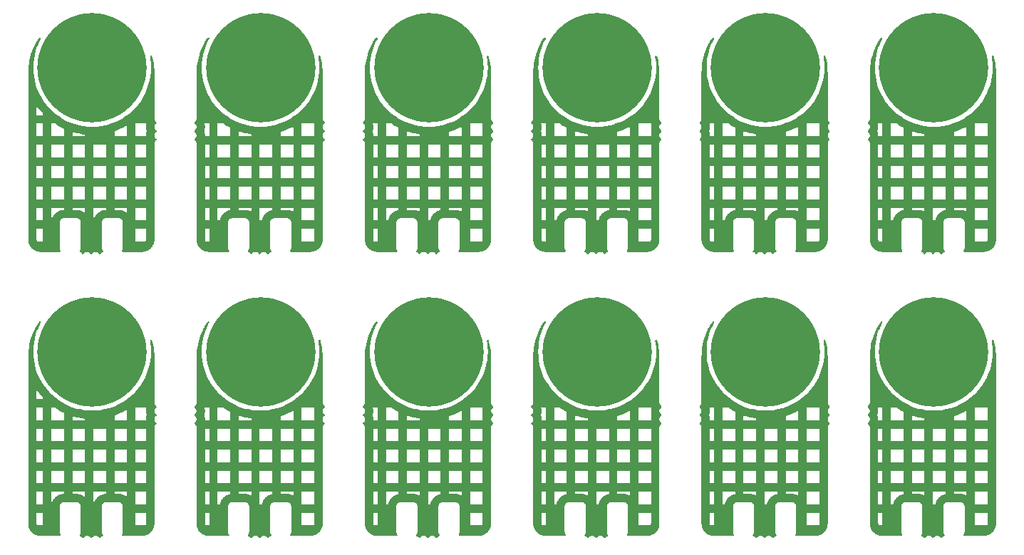
<source format=gbr>
%TF.GenerationSoftware,KiCad,Pcbnew,7.0.5*%
%TF.CreationDate,2024-01-10T15:42:08+00:00*%
%TF.ProjectId,TemperaturePCB_PANEL,54656d70-6572-4617-9475-72655043425f,rev?*%
%TF.SameCoordinates,Original*%
%TF.FileFunction,Copper,L2,Bot*%
%TF.FilePolarity,Positive*%
%FSLAX46Y46*%
G04 Gerber Fmt 4.6, Leading zero omitted, Abs format (unit mm)*
G04 Created by KiCad (PCBNEW 7.0.5) date 2024-01-10 15:42:08*
%MOMM*%
%LPD*%
G01*
G04 APERTURE LIST*
%TA.AperFunction,ComponentPad*%
%ADD10C,0.900000*%
%TD*%
%TA.AperFunction,ComponentPad*%
%ADD11C,13.000000*%
%TD*%
G04 APERTURE END LIST*
D10*
%TO.P,H1,1*%
%TO.N,N/C*%
X113730887Y-67103400D03*
X115158741Y-63656254D03*
X115158741Y-70550546D03*
X118605887Y-62228400D03*
D11*
X118605887Y-67103400D03*
D10*
X118605887Y-71978400D03*
X122053033Y-63656254D03*
X122053033Y-70550546D03*
X123480887Y-67103400D03*
%TD*%
%TO.P,H1,1*%
%TO.N,N/C*%
X153730887Y-33353400D03*
X155158741Y-29906254D03*
X155158741Y-36800546D03*
X158605887Y-28478400D03*
D11*
X158605887Y-33353400D03*
D10*
X158605887Y-38228400D03*
X162053033Y-29906254D03*
X162053033Y-36800546D03*
X163480887Y-33353400D03*
%TD*%
%TO.P,H1,1*%
%TO.N,N/C*%
X173730887Y-33353400D03*
X175158741Y-29906254D03*
X175158741Y-36800546D03*
X178605887Y-28478400D03*
D11*
X178605887Y-33353400D03*
D10*
X178605887Y-38228400D03*
X182053033Y-29906254D03*
X182053033Y-36800546D03*
X183480887Y-33353400D03*
%TD*%
%TO.P,H1,1*%
%TO.N,N/C*%
X173730887Y-67103400D03*
X175158741Y-63656254D03*
X175158741Y-70550546D03*
X178605887Y-62228400D03*
D11*
X178605887Y-67103400D03*
D10*
X178605887Y-71978400D03*
X182053033Y-63656254D03*
X182053033Y-70550546D03*
X183480887Y-67103400D03*
%TD*%
%TO.P,H1,1*%
%TO.N,N/C*%
X93730887Y-33353400D03*
X95158741Y-29906254D03*
X95158741Y-36800546D03*
X98605887Y-28478400D03*
D11*
X98605887Y-33353400D03*
D10*
X98605887Y-38228400D03*
X102053033Y-29906254D03*
X102053033Y-36800546D03*
X103480887Y-33353400D03*
%TD*%
%TO.P,H1,1*%
%TO.N,N/C*%
X193730887Y-33353400D03*
X195158741Y-29906254D03*
X195158741Y-36800546D03*
X198605887Y-28478400D03*
D11*
X198605887Y-33353400D03*
D10*
X198605887Y-38228400D03*
X202053033Y-29906254D03*
X202053033Y-36800546D03*
X203480887Y-33353400D03*
%TD*%
%TO.P,H1,1*%
%TO.N,N/C*%
X193730887Y-67103400D03*
X195158741Y-63656254D03*
X195158741Y-70550546D03*
X198605887Y-62228400D03*
D11*
X198605887Y-67103400D03*
D10*
X198605887Y-71978400D03*
X202053033Y-63656254D03*
X202053033Y-70550546D03*
X203480887Y-67103400D03*
%TD*%
%TO.P,H1,1*%
%TO.N,N/C*%
X133730887Y-33353400D03*
X135158741Y-29906254D03*
X135158741Y-36800546D03*
X138605887Y-28478400D03*
D11*
X138605887Y-33353400D03*
D10*
X138605887Y-38228400D03*
X142053033Y-29906254D03*
X142053033Y-36800546D03*
X143480887Y-33353400D03*
%TD*%
%TO.P,H1,1*%
%TO.N,N/C*%
X113730887Y-33353400D03*
X115158741Y-29906254D03*
X115158741Y-36800546D03*
X118605887Y-28478400D03*
D11*
X118605887Y-33353400D03*
D10*
X118605887Y-38228400D03*
X122053033Y-29906254D03*
X122053033Y-36800546D03*
X123480887Y-33353400D03*
%TD*%
%TO.P,H1,1*%
%TO.N,N/C*%
X153730887Y-67103400D03*
X155158741Y-63656254D03*
X155158741Y-70550546D03*
X158605887Y-62228400D03*
D11*
X158605887Y-67103400D03*
D10*
X158605887Y-71978400D03*
X162053033Y-63656254D03*
X162053033Y-70550546D03*
X163480887Y-67103400D03*
%TD*%
%TO.P,H1,1*%
%TO.N,N/C*%
X133730887Y-67103400D03*
X135158741Y-63656254D03*
X135158741Y-70550546D03*
X138605887Y-62228400D03*
D11*
X138605887Y-67103400D03*
D10*
X138605887Y-71978400D03*
X142053033Y-63656254D03*
X142053033Y-70550546D03*
X143480887Y-67103400D03*
%TD*%
%TO.P,H1,1*%
%TO.N,N/C*%
X93730887Y-67103400D03*
X95158741Y-63656254D03*
X95158741Y-70550546D03*
X98605887Y-62228400D03*
D11*
X98605887Y-67103400D03*
D10*
X98605887Y-71978400D03*
X102053033Y-63656254D03*
X102053033Y-70550546D03*
X103480887Y-67103400D03*
%TD*%
%TA.AperFunction,NonConductor*%
G36*
X172469445Y-63527510D02*
G01*
X172507086Y-63586374D01*
X172506928Y-63656243D01*
X172497660Y-63678980D01*
X172294248Y-64063855D01*
X172294241Y-64063870D01*
X172294241Y-64063871D01*
X172106106Y-64495082D01*
X172084741Y-64544050D01*
X171911713Y-65038535D01*
X171776126Y-65544557D01*
X171678732Y-66059303D01*
X171678730Y-66059315D01*
X171620076Y-66579891D01*
X171600488Y-67103392D01*
X171600488Y-67103407D01*
X171620076Y-67626908D01*
X171678730Y-68147484D01*
X171678732Y-68147496D01*
X171776126Y-68662242D01*
X171911713Y-69168264D01*
X171911718Y-69168278D01*
X172084745Y-69662760D01*
X172294241Y-70142929D01*
X172294248Y-70142944D01*
X172539027Y-70606088D01*
X172539034Y-70606099D01*
X172817755Y-71049682D01*
X173128846Y-71471195D01*
X173470566Y-71868281D01*
X173841006Y-72238721D01*
X174238092Y-72580441D01*
X174659605Y-72891532D01*
X175103187Y-73170253D01*
X175103197Y-73170259D01*
X175566342Y-73415038D01*
X175566346Y-73415040D01*
X175566358Y-73415046D01*
X176046527Y-73624542D01*
X176541009Y-73797569D01*
X176541015Y-73797570D01*
X176541022Y-73797573D01*
X176803604Y-73867931D01*
X177047039Y-73933159D01*
X177561786Y-74030554D01*
X177561798Y-74030555D01*
X177561802Y-74030556D01*
X177643589Y-74039771D01*
X178082373Y-74089210D01*
X178300503Y-74097372D01*
X178605880Y-74108799D01*
X178605887Y-74108799D01*
X178605894Y-74108799D01*
X178887779Y-74098251D01*
X179129401Y-74089210D01*
X179592094Y-74037077D01*
X179649971Y-74030556D01*
X179649972Y-74030555D01*
X179649988Y-74030554D01*
X180164735Y-73933159D01*
X180523791Y-73836950D01*
X180670751Y-73797573D01*
X180670754Y-73797571D01*
X180670765Y-73797569D01*
X180820887Y-73745039D01*
X183500606Y-73745039D01*
X183500606Y-75247039D01*
X185002304Y-75247039D01*
X185001658Y-75238008D01*
X185001500Y-75233584D01*
X185001500Y-75013928D01*
X185001658Y-75009504D01*
X185002606Y-74996248D01*
X185002606Y-74251263D01*
X185001658Y-74238008D01*
X185001500Y-74233584D01*
X185001500Y-74013928D01*
X185001658Y-74009504D01*
X185002606Y-73996248D01*
X185002606Y-73745039D01*
X183500606Y-73745039D01*
X180820887Y-73745039D01*
X181165247Y-73624542D01*
X181645416Y-73415046D01*
X181799129Y-73333806D01*
X182108575Y-73170259D01*
X182108576Y-73170257D01*
X182108586Y-73170253D01*
X182552169Y-72891532D01*
X182973682Y-72580441D01*
X183370768Y-72238721D01*
X183741208Y-71868281D01*
X184082928Y-71471195D01*
X184394019Y-71049682D01*
X184672740Y-70606100D01*
X184672747Y-70606088D01*
X184917525Y-70142944D01*
X184917524Y-70142944D01*
X184917533Y-70142929D01*
X185127029Y-69662760D01*
X185300056Y-69168278D01*
X185435646Y-68662248D01*
X185533041Y-68147501D01*
X185591697Y-67626914D01*
X185611286Y-67103400D01*
X185607505Y-67002366D01*
X185591697Y-66579891D01*
X185591697Y-66579886D01*
X185536035Y-66085873D01*
X185533043Y-66059315D01*
X185533042Y-66059312D01*
X185533041Y-66059299D01*
X185485958Y-65810459D01*
X185492836Y-65740933D01*
X185536213Y-65686159D01*
X185602317Y-65663531D01*
X185670161Y-65680234D01*
X185718204Y-65730965D01*
X185727161Y-65753826D01*
X185767020Y-65895492D01*
X185767783Y-65898488D01*
X185850306Y-66260043D01*
X185850919Y-66263074D01*
X185915313Y-66628267D01*
X185915773Y-66631325D01*
X185961885Y-66999289D01*
X185962193Y-67002366D01*
X185989906Y-67372157D01*
X185990060Y-67375245D01*
X185999480Y-67752965D01*
X185999499Y-67754511D01*
X185999500Y-73051795D01*
X185999500Y-73195719D01*
X186007190Y-73221910D01*
X186010947Y-73239179D01*
X186014835Y-73266211D01*
X186014835Y-73266213D01*
X186026173Y-73291039D01*
X186032355Y-73307614D01*
X186040047Y-73333809D01*
X186054801Y-73356768D01*
X186054806Y-73356775D01*
X186063282Y-73372297D01*
X186074623Y-73397129D01*
X186086437Y-73410763D01*
X186092496Y-73417756D01*
X186103095Y-73431916D01*
X186117853Y-73454879D01*
X186117857Y-73454884D01*
X186138488Y-73472762D01*
X186150992Y-73485266D01*
X186168871Y-73505898D01*
X186168872Y-73505899D01*
X186190222Y-73519619D01*
X186235978Y-73572421D01*
X186245923Y-73641579D01*
X186216901Y-73705136D01*
X186204388Y-73717649D01*
X186117856Y-73792629D01*
X186040045Y-73913705D01*
X185999500Y-74051792D01*
X185999500Y-74195719D01*
X186040045Y-74333806D01*
X186040047Y-74333809D01*
X186117857Y-74454884D01*
X186204595Y-74530042D01*
X186242370Y-74588819D01*
X186242370Y-74658689D01*
X186204596Y-74717467D01*
X186117858Y-74792625D01*
X186117857Y-74792628D01*
X186040045Y-74913705D01*
X185999500Y-75051792D01*
X185999500Y-75195719D01*
X186040045Y-75333806D01*
X186040047Y-75333809D01*
X186117857Y-75454884D01*
X186204387Y-75529862D01*
X186242161Y-75588640D01*
X186242161Y-75658510D01*
X186204387Y-75717288D01*
X186190225Y-75727889D01*
X186168876Y-75741609D01*
X186168871Y-75741613D01*
X186150993Y-75762245D01*
X186138489Y-75774749D01*
X186117857Y-75792627D01*
X186117853Y-75792632D01*
X186103095Y-75815596D01*
X186092495Y-75829756D01*
X186074623Y-75850381D01*
X186074621Y-75850384D01*
X186063280Y-75875217D01*
X186054805Y-75890738D01*
X186040048Y-75913701D01*
X186032355Y-75939897D01*
X186026175Y-75956466D01*
X186014835Y-75981297D01*
X186014834Y-75981300D01*
X186010948Y-76008324D01*
X186007190Y-76025598D01*
X185999501Y-76051790D01*
X185999500Y-76051797D01*
X185999500Y-87490410D01*
X185999480Y-87491981D01*
X185997454Y-87571874D01*
X185997295Y-87575011D01*
X185991765Y-87647631D01*
X185991447Y-87650756D01*
X185982248Y-87722983D01*
X185981772Y-87726089D01*
X185968926Y-87797764D01*
X185968294Y-87800840D01*
X185951828Y-87871804D01*
X185951040Y-87874846D01*
X185931009Y-87944849D01*
X185930069Y-87947848D01*
X185906509Y-88016771D01*
X185905418Y-88019717D01*
X185878415Y-88087316D01*
X185877176Y-88090203D01*
X185846766Y-88156390D01*
X185845382Y-88159211D01*
X185811664Y-88223758D01*
X185810140Y-88226504D01*
X185791675Y-88257871D01*
X185778679Y-88279952D01*
X185773212Y-88289239D01*
X185771549Y-88291907D01*
X185731463Y-88352730D01*
X185729668Y-88355308D01*
X185686573Y-88413994D01*
X185684650Y-88416479D01*
X185638627Y-88472921D01*
X185636581Y-88475305D01*
X185587751Y-88529353D01*
X185585586Y-88531631D01*
X185534105Y-88583111D01*
X185531828Y-88585275D01*
X185477787Y-88634099D01*
X185475403Y-88636145D01*
X185418995Y-88682140D01*
X185416511Y-88684063D01*
X185357774Y-88727196D01*
X185355217Y-88728976D01*
X185335609Y-88741899D01*
X185294405Y-88769055D01*
X185291737Y-88770717D01*
X185228982Y-88807658D01*
X185226236Y-88809182D01*
X185161698Y-88842895D01*
X185158876Y-88844279D01*
X185092690Y-88874689D01*
X185089803Y-88875928D01*
X185022204Y-88902931D01*
X185019258Y-88904022D01*
X184950334Y-88927582D01*
X184947336Y-88928523D01*
X184877314Y-88948558D01*
X184874281Y-88949343D01*
X184850410Y-88954883D01*
X184803346Y-88965804D01*
X184800268Y-88966436D01*
X184728581Y-88979284D01*
X184725476Y-88979760D01*
X184679725Y-88985587D01*
X184653228Y-88988962D01*
X184650115Y-88989278D01*
X184647284Y-88989494D01*
X184577497Y-88994808D01*
X184574361Y-88994967D01*
X184504026Y-88996750D01*
X184494460Y-88996993D01*
X184492898Y-88997013D01*
X182251024Y-88997013D01*
X182183985Y-88977328D01*
X182138230Y-88924524D01*
X182128286Y-88855366D01*
X182146570Y-88806190D01*
X182146769Y-88805880D01*
X182157497Y-88791519D01*
X182175377Y-88770886D01*
X182186717Y-88746053D01*
X182195193Y-88730532D01*
X182209953Y-88707566D01*
X182217644Y-88681371D01*
X182223824Y-88664800D01*
X182235165Y-88639970D01*
X182239050Y-88612948D01*
X182242809Y-88595666D01*
X182250500Y-88569474D01*
X182250500Y-88425552D01*
X182250500Y-86245039D01*
X183500606Y-86245039D01*
X183500606Y-87747039D01*
X184934306Y-87747039D01*
X184938056Y-87740666D01*
X184949806Y-87718173D01*
X184960423Y-87695064D01*
X184969829Y-87671518D01*
X184978044Y-87647486D01*
X184985015Y-87623124D01*
X184990758Y-87598372D01*
X184995243Y-87573347D01*
X184998447Y-87548198D01*
X185000375Y-87522873D01*
X185001500Y-87478549D01*
X185001500Y-86245039D01*
X183500606Y-86245039D01*
X182250500Y-86245039D01*
X182250500Y-85461714D01*
X182250500Y-85461713D01*
X182250500Y-85425552D01*
X182242808Y-85399355D01*
X182239050Y-85382077D01*
X182235165Y-85355059D01*
X182235165Y-85355057D01*
X182235165Y-85355056D01*
X182235163Y-85355051D01*
X182223826Y-85330226D01*
X182217643Y-85313649D01*
X182209953Y-85287461D01*
X182209953Y-85287459D01*
X182195192Y-85264491D01*
X182186714Y-85248964D01*
X182183395Y-85241697D01*
X182175377Y-85224140D01*
X182157500Y-85203509D01*
X182146903Y-85189353D01*
X182132143Y-85166385D01*
X182132142Y-85166384D01*
X182111510Y-85148505D01*
X182099006Y-85136001D01*
X182081128Y-85115370D01*
X182081123Y-85115366D01*
X182058160Y-85100608D01*
X182044000Y-85090009D01*
X182037007Y-85083950D01*
X182023373Y-85072136D01*
X181998541Y-85060795D01*
X181983019Y-85052319D01*
X181983017Y-85052318D01*
X181960053Y-85037560D01*
X181960051Y-85037559D01*
X181933858Y-85029868D01*
X181917288Y-85023687D01*
X181892457Y-85012348D01*
X181865423Y-85008460D01*
X181848154Y-85004703D01*
X181821963Y-84997013D01*
X181821961Y-84997013D01*
X181785799Y-84997013D01*
X180321961Y-84997013D01*
X180178039Y-84997013D01*
X180178036Y-84997013D01*
X180178034Y-84997014D01*
X180151842Y-85004703D01*
X180134568Y-85008461D01*
X180107544Y-85012347D01*
X180107541Y-85012348D01*
X180082710Y-85023688D01*
X180066141Y-85029868D01*
X180053171Y-85033676D01*
X180039947Y-85037560D01*
X180039945Y-85037560D01*
X180039945Y-85037561D01*
X180016982Y-85052318D01*
X180001461Y-85060793D01*
X179976628Y-85072134D01*
X179976625Y-85072136D01*
X179956000Y-85090008D01*
X179941840Y-85100608D01*
X179918876Y-85115366D01*
X179918871Y-85115370D01*
X179900993Y-85136002D01*
X179888489Y-85148506D01*
X179867857Y-85166384D01*
X179867853Y-85166389D01*
X179853095Y-85189353D01*
X179842495Y-85203513D01*
X179824623Y-85224138D01*
X179824621Y-85224141D01*
X179813280Y-85248974D01*
X179804805Y-85264495D01*
X179790048Y-85287458D01*
X179782355Y-85313654D01*
X179776175Y-85330223D01*
X179764835Y-85355054D01*
X179764834Y-85355057D01*
X179760948Y-85382081D01*
X179757190Y-85399355D01*
X179749501Y-85425547D01*
X179749500Y-85425554D01*
X179749500Y-88569476D01*
X179757190Y-88595667D01*
X179760947Y-88612936D01*
X179763471Y-88630486D01*
X179764835Y-88639970D01*
X179776173Y-88664796D01*
X179782355Y-88681371D01*
X179783152Y-88684086D01*
X179790047Y-88707566D01*
X179804801Y-88730525D01*
X179804806Y-88730532D01*
X179813282Y-88746054D01*
X179824623Y-88770886D01*
X179836437Y-88784520D01*
X179842496Y-88791513D01*
X179853095Y-88805673D01*
X179867850Y-88828632D01*
X179867854Y-88828637D01*
X179867857Y-88828641D01*
X179867860Y-88828643D01*
X179870009Y-88831123D01*
X179871378Y-88834121D01*
X179872650Y-88836100D01*
X179872365Y-88836282D01*
X179899037Y-88894678D01*
X179889097Y-88963837D01*
X179843345Y-89016643D01*
X179811241Y-89031306D01*
X179789947Y-89037559D01*
X179766982Y-89052318D01*
X179751461Y-89060793D01*
X179726628Y-89072134D01*
X179726625Y-89072136D01*
X179706000Y-89090008D01*
X179691840Y-89100608D01*
X179668876Y-89115366D01*
X179668871Y-89115370D01*
X179650993Y-89136002D01*
X179638489Y-89148506D01*
X179617857Y-89166384D01*
X179617854Y-89166388D01*
X179604312Y-89187459D01*
X179551507Y-89233212D01*
X179482348Y-89243153D01*
X179418793Y-89214126D01*
X179395684Y-89187455D01*
X179382143Y-89166385D01*
X179273373Y-89072136D01*
X179273369Y-89072134D01*
X179142456Y-89012347D01*
X179062611Y-89000868D01*
X179035799Y-88997013D01*
X178964201Y-88997013D01*
X178950794Y-88998940D01*
X178857543Y-89012347D01*
X178726628Y-89072135D01*
X178726626Y-89072136D01*
X178617855Y-89166387D01*
X178604315Y-89187456D01*
X178551511Y-89233211D01*
X178482352Y-89243154D01*
X178418797Y-89214128D01*
X178395685Y-89187456D01*
X178386932Y-89173837D01*
X178382143Y-89166385D01*
X178273373Y-89072136D01*
X178273369Y-89072134D01*
X178142456Y-89012347D01*
X178062611Y-89000868D01*
X178035799Y-88997013D01*
X177964201Y-88997013D01*
X177950794Y-88998940D01*
X177857543Y-89012347D01*
X177726628Y-89072135D01*
X177726626Y-89072136D01*
X177617855Y-89166387D01*
X177617853Y-89166389D01*
X177604313Y-89187458D01*
X177551509Y-89233212D01*
X177482350Y-89243155D01*
X177418795Y-89214129D01*
X177395682Y-89187453D01*
X177382145Y-89166388D01*
X177382144Y-89166386D01*
X177382142Y-89166384D01*
X177361510Y-89148505D01*
X177349006Y-89136001D01*
X177331128Y-89115370D01*
X177331123Y-89115366D01*
X177308160Y-89100608D01*
X177294000Y-89090009D01*
X177287007Y-89083950D01*
X177273373Y-89072136D01*
X177248541Y-89060795D01*
X177233019Y-89052319D01*
X177233017Y-89052318D01*
X177210053Y-89037560D01*
X177210052Y-89037559D01*
X177188762Y-89031308D01*
X177129985Y-88993532D01*
X177100961Y-88929976D01*
X177110905Y-88860818D01*
X177129992Y-88831122D01*
X177132134Y-88828648D01*
X177132143Y-88828641D01*
X177146910Y-88805661D01*
X177157497Y-88791519D01*
X177175377Y-88770886D01*
X177186717Y-88746053D01*
X177195193Y-88730532D01*
X177209953Y-88707566D01*
X177217644Y-88681371D01*
X177223824Y-88664800D01*
X177235165Y-88639970D01*
X177239050Y-88612948D01*
X177242809Y-88595666D01*
X177250500Y-88569474D01*
X177250500Y-88425552D01*
X177250500Y-88425551D01*
X177250500Y-85461714D01*
X177250500Y-85425552D01*
X177242808Y-85399355D01*
X177239050Y-85382077D01*
X177235165Y-85355059D01*
X177235165Y-85355057D01*
X177235165Y-85355056D01*
X177235163Y-85355051D01*
X177223826Y-85330226D01*
X177217643Y-85313649D01*
X177209953Y-85287461D01*
X177209953Y-85287459D01*
X177195192Y-85264491D01*
X177186714Y-85248964D01*
X177183395Y-85241697D01*
X177175377Y-85224140D01*
X177157500Y-85203509D01*
X177146903Y-85189353D01*
X177132143Y-85166385D01*
X177132142Y-85166384D01*
X177111510Y-85148505D01*
X177099006Y-85136001D01*
X177081128Y-85115370D01*
X177081123Y-85115366D01*
X177058160Y-85100608D01*
X177044000Y-85090009D01*
X177037007Y-85083950D01*
X177023373Y-85072136D01*
X176998541Y-85060795D01*
X176983019Y-85052319D01*
X176983017Y-85052318D01*
X176960053Y-85037560D01*
X176960051Y-85037559D01*
X176933858Y-85029868D01*
X176917288Y-85023687D01*
X176892457Y-85012348D01*
X176865423Y-85008460D01*
X176848154Y-85004703D01*
X176821963Y-84997013D01*
X176821961Y-84997013D01*
X176785799Y-84997013D01*
X175321961Y-84997013D01*
X175178039Y-84997013D01*
X175178036Y-84997013D01*
X175178034Y-84997014D01*
X175151842Y-85004703D01*
X175134568Y-85008461D01*
X175107544Y-85012347D01*
X175107541Y-85012348D01*
X175082710Y-85023688D01*
X175066141Y-85029868D01*
X175053171Y-85033676D01*
X175039947Y-85037560D01*
X175039945Y-85037560D01*
X175039945Y-85037561D01*
X175016982Y-85052318D01*
X175001461Y-85060793D01*
X174976628Y-85072134D01*
X174976625Y-85072136D01*
X174956000Y-85090008D01*
X174941840Y-85100608D01*
X174918876Y-85115366D01*
X174918871Y-85115370D01*
X174900993Y-85136002D01*
X174888489Y-85148506D01*
X174867857Y-85166384D01*
X174867853Y-85166389D01*
X174853095Y-85189353D01*
X174842495Y-85203513D01*
X174824623Y-85224138D01*
X174824621Y-85224141D01*
X174813280Y-85248974D01*
X174804805Y-85264495D01*
X174790048Y-85287458D01*
X174782355Y-85313654D01*
X174776175Y-85330223D01*
X174764835Y-85355054D01*
X174764834Y-85355057D01*
X174760948Y-85382081D01*
X174757190Y-85399355D01*
X174749501Y-85425547D01*
X174749500Y-85425554D01*
X174749500Y-88569476D01*
X174757190Y-88595667D01*
X174760947Y-88612936D01*
X174763471Y-88630486D01*
X174764835Y-88639970D01*
X174776173Y-88664796D01*
X174782355Y-88681371D01*
X174783152Y-88684086D01*
X174790047Y-88707566D01*
X174804801Y-88730525D01*
X174804806Y-88730532D01*
X174813282Y-88746054D01*
X174824623Y-88770886D01*
X174824624Y-88770887D01*
X174845355Y-88794813D01*
X174850595Y-88801798D01*
X174853155Y-88805765D01*
X174872974Y-88872765D01*
X174853423Y-88939844D01*
X174800710Y-88985704D01*
X174748974Y-88997013D01*
X172507102Y-88997013D01*
X172505538Y-88996993D01*
X172497550Y-88996790D01*
X172425636Y-88994967D01*
X172422499Y-88994808D01*
X172349879Y-88989278D01*
X172346754Y-88988960D01*
X172274527Y-88979761D01*
X172271421Y-88979285D01*
X172199746Y-88966439D01*
X172196670Y-88965807D01*
X172125706Y-88949341D01*
X172122664Y-88948553D01*
X172052661Y-88928522D01*
X172049662Y-88927582D01*
X171980739Y-88904022D01*
X171977793Y-88902931D01*
X171910194Y-88875928D01*
X171907307Y-88874689D01*
X171841120Y-88844279D01*
X171838299Y-88842895D01*
X171773752Y-88809177D01*
X171771006Y-88807653D01*
X171767799Y-88805765D01*
X171708239Y-88770705D01*
X171705614Y-88769069D01*
X171644763Y-88728964D01*
X171642202Y-88727181D01*
X171583516Y-88684086D01*
X171581031Y-88682163D01*
X171524589Y-88636140D01*
X171522205Y-88634094D01*
X171468157Y-88585264D01*
X171465892Y-88583111D01*
X171414380Y-88531598D01*
X171412246Y-88529352D01*
X171379008Y-88492564D01*
X171363411Y-88475300D01*
X171361365Y-88472916D01*
X171326418Y-88430058D01*
X171315366Y-88416503D01*
X171313447Y-88414024D01*
X171278188Y-88366009D01*
X171270300Y-88355267D01*
X171268544Y-88352745D01*
X171228437Y-88291889D01*
X171226793Y-88289250D01*
X171201407Y-88246125D01*
X171189848Y-88226488D01*
X171188328Y-88223749D01*
X171154615Y-88159211D01*
X171153231Y-88156389D01*
X171122821Y-88090203D01*
X171121590Y-88087335D01*
X171094573Y-88019703D01*
X171093488Y-88016771D01*
X171076028Y-87965691D01*
X171069924Y-87947837D01*
X171068994Y-87944872D01*
X171048951Y-87874824D01*
X171048175Y-87871831D01*
X171031700Y-87800831D01*
X171031074Y-87797781D01*
X171018226Y-87726094D01*
X171017750Y-87722989D01*
X171008544Y-87650706D01*
X171008232Y-87647631D01*
X171002703Y-87575020D01*
X171002544Y-87571882D01*
X171000520Y-87491967D01*
X171000500Y-87490398D01*
X171000500Y-86245039D01*
X171998500Y-86245039D01*
X171998500Y-87478544D01*
X171999623Y-87522908D01*
X172001548Y-87548191D01*
X172004756Y-87573380D01*
X172009231Y-87598350D01*
X172014972Y-87623091D01*
X172021960Y-87647511D01*
X172030168Y-87671524D01*
X172039575Y-87695073D01*
X172050193Y-87718183D01*
X172061918Y-87740628D01*
X172065692Y-87747039D01*
X172502606Y-87747039D01*
X172502606Y-86245039D01*
X171998500Y-86245039D01*
X171000500Y-86245039D01*
X171000500Y-83745039D01*
X171998500Y-83745039D01*
X171998500Y-85247039D01*
X172502606Y-85247039D01*
X172502606Y-83745039D01*
X173500606Y-83745039D01*
X173500606Y-85247039D01*
X173766904Y-85247039D01*
X173767046Y-85246051D01*
X173767832Y-85241697D01*
X173780152Y-85185051D01*
X173781246Y-85180765D01*
X173782006Y-85178173D01*
X173782390Y-85175508D01*
X173783175Y-85171156D01*
X173795498Y-85114510D01*
X173796593Y-85110223D01*
X173817924Y-85037570D01*
X173819322Y-85033369D01*
X173839589Y-84979028D01*
X173841282Y-84974940D01*
X173842400Y-84972490D01*
X173843152Y-84969932D01*
X173844548Y-84965735D01*
X173864806Y-84911424D01*
X173866499Y-84907336D01*
X173897952Y-84838457D01*
X173899934Y-84834498D01*
X173927729Y-84783590D01*
X173929985Y-84779787D01*
X173931441Y-84777519D01*
X173932559Y-84775074D01*
X173934538Y-84771122D01*
X173962328Y-84720232D01*
X173964586Y-84716425D01*
X174005525Y-84652723D01*
X174008050Y-84649087D01*
X174042800Y-84602665D01*
X174045575Y-84599222D01*
X174047320Y-84597207D01*
X174048770Y-84594952D01*
X174051292Y-84591320D01*
X174086048Y-84544892D01*
X174088826Y-84541445D01*
X174138415Y-84484218D01*
X174141432Y-84480978D01*
X174182430Y-84439979D01*
X174185668Y-84436964D01*
X174187694Y-84435207D01*
X174189451Y-84433181D01*
X174192466Y-84429943D01*
X174233465Y-84388945D01*
X174236705Y-84385928D01*
X174293932Y-84336339D01*
X174297379Y-84333561D01*
X174343807Y-84298805D01*
X174347439Y-84296283D01*
X174349694Y-84294833D01*
X174351709Y-84293088D01*
X174355152Y-84290313D01*
X174401574Y-84255563D01*
X174405210Y-84253038D01*
X174468912Y-84212099D01*
X174472719Y-84209841D01*
X174523609Y-84182051D01*
X174527561Y-84180072D01*
X174530006Y-84178954D01*
X174532274Y-84177498D01*
X174536077Y-84175242D01*
X174586985Y-84147447D01*
X174590944Y-84145465D01*
X174659823Y-84114012D01*
X174663911Y-84112319D01*
X174718222Y-84092061D01*
X174722419Y-84090665D01*
X174724977Y-84089913D01*
X174727427Y-84088795D01*
X174731515Y-84087102D01*
X174785856Y-84066835D01*
X174790057Y-84065437D01*
X174862710Y-84044106D01*
X174866997Y-84043011D01*
X174923643Y-84030688D01*
X174927995Y-84029903D01*
X174930660Y-84029519D01*
X174933252Y-84028759D01*
X174937538Y-84027665D01*
X174994184Y-84015345D01*
X174998538Y-84014559D01*
X175002606Y-84013974D01*
X175002606Y-83745039D01*
X176000606Y-83745039D01*
X176000606Y-83999013D01*
X176859829Y-83999013D01*
X176864253Y-83999171D01*
X176922105Y-84003309D01*
X176926507Y-84003782D01*
X177001465Y-84014559D01*
X177005821Y-84015345D01*
X177062484Y-84027671D01*
X177066771Y-84028765D01*
X177069335Y-84029517D01*
X177071993Y-84029900D01*
X177076348Y-84030686D01*
X177133020Y-84043015D01*
X177137310Y-84044110D01*
X177209973Y-84065447D01*
X177214174Y-84066845D01*
X177268506Y-84087111D01*
X177272596Y-84088806D01*
X177274999Y-84089903D01*
X177277559Y-84090655D01*
X177281760Y-84092054D01*
X177336097Y-84112321D01*
X177340187Y-84114015D01*
X177409077Y-84145475D01*
X177413036Y-84147456D01*
X177463942Y-84175253D01*
X177467747Y-84177510D01*
X177470005Y-84178961D01*
X177472430Y-84180069D01*
X177476384Y-84182048D01*
X177502606Y-84196366D01*
X177502606Y-83745039D01*
X178500606Y-83745039D01*
X178500606Y-85247039D01*
X178766904Y-85247039D01*
X178767046Y-85246051D01*
X178767832Y-85241697D01*
X178780152Y-85185051D01*
X178781246Y-85180765D01*
X178782006Y-85178173D01*
X178782390Y-85175508D01*
X178783175Y-85171156D01*
X178795498Y-85114510D01*
X178796593Y-85110223D01*
X178817924Y-85037570D01*
X178819322Y-85033369D01*
X178839589Y-84979028D01*
X178841282Y-84974940D01*
X178842400Y-84972490D01*
X178843152Y-84969932D01*
X178844548Y-84965735D01*
X178864806Y-84911424D01*
X178866499Y-84907336D01*
X178897952Y-84838457D01*
X178899934Y-84834498D01*
X178927729Y-84783590D01*
X178929985Y-84779787D01*
X178931441Y-84777519D01*
X178932559Y-84775074D01*
X178934538Y-84771122D01*
X178962328Y-84720232D01*
X178964586Y-84716425D01*
X179005525Y-84652723D01*
X179008050Y-84649087D01*
X179042800Y-84602665D01*
X179045575Y-84599222D01*
X179047320Y-84597207D01*
X179048770Y-84594952D01*
X179051292Y-84591320D01*
X179086048Y-84544892D01*
X179088826Y-84541445D01*
X179138415Y-84484218D01*
X179141432Y-84480978D01*
X179182430Y-84439979D01*
X179185668Y-84436964D01*
X179187694Y-84435207D01*
X179189451Y-84433181D01*
X179192466Y-84429943D01*
X179233465Y-84388945D01*
X179236705Y-84385928D01*
X179293932Y-84336339D01*
X179297379Y-84333561D01*
X179343807Y-84298805D01*
X179347439Y-84296283D01*
X179349694Y-84294833D01*
X179351709Y-84293088D01*
X179355152Y-84290313D01*
X179401574Y-84255563D01*
X179405210Y-84253038D01*
X179468912Y-84212099D01*
X179472719Y-84209841D01*
X179523609Y-84182051D01*
X179527561Y-84180072D01*
X179530006Y-84178954D01*
X179532274Y-84177498D01*
X179536077Y-84175242D01*
X179586985Y-84147447D01*
X179590944Y-84145465D01*
X179659823Y-84114012D01*
X179663911Y-84112319D01*
X179718222Y-84092061D01*
X179722419Y-84090665D01*
X179724977Y-84089913D01*
X179727427Y-84088795D01*
X179731515Y-84087102D01*
X179785856Y-84066835D01*
X179790057Y-84065437D01*
X179862710Y-84044106D01*
X179866997Y-84043011D01*
X179923643Y-84030688D01*
X179927995Y-84029903D01*
X179930660Y-84029519D01*
X179933252Y-84028759D01*
X179937538Y-84027665D01*
X179994184Y-84015345D01*
X179998538Y-84014559D01*
X180002606Y-84013974D01*
X180002606Y-83745039D01*
X181000606Y-83745039D01*
X181000606Y-83999013D01*
X181859829Y-83999013D01*
X181864253Y-83999171D01*
X181922105Y-84003309D01*
X181926507Y-84003782D01*
X182001465Y-84014559D01*
X182005821Y-84015345D01*
X182062484Y-84027671D01*
X182066771Y-84028765D01*
X182069335Y-84029517D01*
X182071993Y-84029900D01*
X182076348Y-84030686D01*
X182133020Y-84043015D01*
X182137310Y-84044110D01*
X182209973Y-84065447D01*
X182214174Y-84066845D01*
X182268506Y-84087111D01*
X182272596Y-84088806D01*
X182274999Y-84089903D01*
X182277559Y-84090655D01*
X182281760Y-84092054D01*
X182336097Y-84112321D01*
X182340187Y-84114015D01*
X182409077Y-84145475D01*
X182413036Y-84147456D01*
X182463942Y-84175253D01*
X182467747Y-84177510D01*
X182470005Y-84178961D01*
X182472430Y-84180069D01*
X182476384Y-84182048D01*
X182502606Y-84196366D01*
X182502606Y-83745039D01*
X183500606Y-83745039D01*
X183500606Y-85247039D01*
X185001500Y-85247039D01*
X185001500Y-83745039D01*
X183500606Y-83745039D01*
X182502606Y-83745039D01*
X181000606Y-83745039D01*
X180002606Y-83745039D01*
X178500606Y-83745039D01*
X177502606Y-83745039D01*
X176000606Y-83745039D01*
X175002606Y-83745039D01*
X173500606Y-83745039D01*
X172502606Y-83745039D01*
X171998500Y-83745039D01*
X171000500Y-83745039D01*
X171000500Y-81245039D01*
X171998500Y-81245039D01*
X171998500Y-82747039D01*
X172502606Y-82747039D01*
X172502606Y-81245039D01*
X173500606Y-81245039D01*
X173500606Y-82747039D01*
X175002606Y-82747039D01*
X175002606Y-81245039D01*
X176000606Y-81245039D01*
X176000606Y-82747039D01*
X177502606Y-82747039D01*
X177502606Y-81245039D01*
X178500606Y-81245039D01*
X178500606Y-82747039D01*
X180002606Y-82747039D01*
X180002606Y-81245039D01*
X181000606Y-81245039D01*
X181000606Y-82747039D01*
X182502606Y-82747039D01*
X182502606Y-81245039D01*
X183500606Y-81245039D01*
X183500606Y-82747039D01*
X185001500Y-82747039D01*
X185001500Y-81245039D01*
X183500606Y-81245039D01*
X182502606Y-81245039D01*
X181000606Y-81245039D01*
X180002606Y-81245039D01*
X178500606Y-81245039D01*
X177502606Y-81245039D01*
X176000606Y-81245039D01*
X175002606Y-81245039D01*
X173500606Y-81245039D01*
X172502606Y-81245039D01*
X171998500Y-81245039D01*
X171000500Y-81245039D01*
X171000500Y-78745039D01*
X171998500Y-78745039D01*
X171998500Y-80247039D01*
X172502606Y-80247039D01*
X172502606Y-78745039D01*
X173500606Y-78745039D01*
X173500606Y-80247039D01*
X175002606Y-80247039D01*
X175002606Y-78745039D01*
X176000606Y-78745039D01*
X176000606Y-80247039D01*
X177502606Y-80247039D01*
X177502606Y-78745039D01*
X178500606Y-78745039D01*
X178500606Y-80247039D01*
X180002606Y-80247039D01*
X180002606Y-78745039D01*
X181000606Y-78745039D01*
X181000606Y-80247039D01*
X182502606Y-80247039D01*
X182502606Y-78745039D01*
X183500606Y-78745039D01*
X183500606Y-80247039D01*
X185001500Y-80247039D01*
X185001500Y-78745039D01*
X183500606Y-78745039D01*
X182502606Y-78745039D01*
X181000606Y-78745039D01*
X180002606Y-78745039D01*
X178500606Y-78745039D01*
X177502606Y-78745039D01*
X176000606Y-78745039D01*
X175002606Y-78745039D01*
X173500606Y-78745039D01*
X172502606Y-78745039D01*
X171998500Y-78745039D01*
X171000500Y-78745039D01*
X171000500Y-76245039D01*
X171998500Y-76245039D01*
X171998500Y-77747039D01*
X172502606Y-77747039D01*
X172502606Y-76245039D01*
X173500606Y-76245039D01*
X173500606Y-77747039D01*
X175002606Y-77747039D01*
X175002606Y-76245039D01*
X176000606Y-76245039D01*
X176000606Y-77747039D01*
X177502606Y-77747039D01*
X177502606Y-76245039D01*
X178500606Y-76245039D01*
X178500606Y-77747039D01*
X180002606Y-77747039D01*
X180002606Y-76245039D01*
X181000606Y-76245039D01*
X181000606Y-77747039D01*
X182502606Y-77747039D01*
X182502606Y-76245039D01*
X183500606Y-76245039D01*
X183500606Y-77747039D01*
X185001500Y-77747039D01*
X185001500Y-76245039D01*
X183500606Y-76245039D01*
X182502606Y-76245039D01*
X181000606Y-76245039D01*
X180002606Y-76245039D01*
X178500606Y-76245039D01*
X177502606Y-76245039D01*
X176000606Y-76245039D01*
X175002606Y-76245039D01*
X173500606Y-76245039D01*
X172502606Y-76245039D01*
X171998500Y-76245039D01*
X171000500Y-76245039D01*
X171000500Y-76051795D01*
X171000499Y-76051790D01*
X170992808Y-76025598D01*
X170989050Y-76008320D01*
X170985165Y-75981302D01*
X170985165Y-75981300D01*
X170985165Y-75981299D01*
X170985163Y-75981294D01*
X170973826Y-75956469D01*
X170967643Y-75939892D01*
X170959953Y-75913704D01*
X170959953Y-75913702D01*
X170945192Y-75890734D01*
X170936714Y-75875207D01*
X170936005Y-75873655D01*
X170925377Y-75850383D01*
X170907500Y-75829752D01*
X170896903Y-75815596D01*
X170882143Y-75792628D01*
X170882142Y-75792627D01*
X170861510Y-75774748D01*
X170849006Y-75762244D01*
X170831128Y-75741613D01*
X170831122Y-75741608D01*
X170809776Y-75727890D01*
X170764021Y-75675086D01*
X170754077Y-75605928D01*
X170783102Y-75542372D01*
X170795613Y-75529862D01*
X170882143Y-75454884D01*
X170959953Y-75333809D01*
X171000500Y-75195717D01*
X171000500Y-75051795D01*
X170971097Y-74951656D01*
X170959954Y-74913705D01*
X170930537Y-74867931D01*
X170882143Y-74792628D01*
X170795403Y-74717468D01*
X170757629Y-74658692D01*
X170757629Y-74623755D01*
X171914950Y-74623755D01*
X171968744Y-74806966D01*
X171969839Y-74811255D01*
X171982168Y-74867931D01*
X171982954Y-74872288D01*
X171993732Y-74947254D01*
X171994205Y-74951656D01*
X171998342Y-75009504D01*
X171998500Y-75013928D01*
X171998500Y-75233584D01*
X171998342Y-75238008D01*
X171997696Y-75247039D01*
X172502606Y-75247039D01*
X172502606Y-73745039D01*
X173500606Y-73745039D01*
X173500606Y-75247039D01*
X175002606Y-75247039D01*
X175002606Y-74665807D01*
X176000605Y-74665807D01*
X176000606Y-75247039D01*
X177502606Y-75247039D01*
X181000606Y-75247039D01*
X182502606Y-75247039D01*
X182502606Y-74090819D01*
X182102455Y-74302306D01*
X182087826Y-74309690D01*
X182068923Y-74318791D01*
X182054107Y-74325587D01*
X181554751Y-74543454D01*
X181539709Y-74549686D01*
X181520181Y-74557353D01*
X181504799Y-74563062D01*
X181000606Y-74739486D01*
X181000606Y-75247039D01*
X177502606Y-75247039D01*
X177502606Y-75028201D01*
X177439585Y-75021101D01*
X177423308Y-75018957D01*
X177402561Y-75015826D01*
X177386521Y-75013099D01*
X176851189Y-74911809D01*
X176835177Y-74908469D01*
X176814723Y-74903799D01*
X176798872Y-74899869D01*
X176272533Y-74758838D01*
X176256748Y-74754288D01*
X176236700Y-74748100D01*
X176221255Y-74743016D01*
X176000605Y-74665807D01*
X175002606Y-74665807D01*
X175002606Y-74245905D01*
X174627566Y-74047692D01*
X174613234Y-74039771D01*
X174595062Y-74029277D01*
X174581089Y-74020857D01*
X174142127Y-73745039D01*
X173500606Y-73745039D01*
X172502606Y-73745039D01*
X171950561Y-73745039D01*
X171968744Y-73806966D01*
X171969839Y-73811255D01*
X171982168Y-73867931D01*
X171982954Y-73872288D01*
X171993732Y-73947254D01*
X171994205Y-73951656D01*
X171998342Y-74009504D01*
X171998500Y-74013928D01*
X171998500Y-74233584D01*
X171998342Y-74238008D01*
X171994205Y-74295856D01*
X171993732Y-74300258D01*
X171982954Y-74375224D01*
X171982168Y-74379581D01*
X171969839Y-74436257D01*
X171968744Y-74440546D01*
X171914950Y-74623755D01*
X170757629Y-74623755D01*
X170757629Y-74588822D01*
X170795403Y-74530044D01*
X170795404Y-74530043D01*
X170795405Y-74530042D01*
X170882143Y-74454884D01*
X170959953Y-74333809D01*
X171000500Y-74195717D01*
X171000500Y-74051795D01*
X170971097Y-73951656D01*
X170959954Y-73913705D01*
X170930537Y-73867931D01*
X170882143Y-73792628D01*
X170795611Y-73717648D01*
X170757837Y-73658870D01*
X170757837Y-73589000D01*
X170795611Y-73530222D01*
X170809771Y-73519623D01*
X170831128Y-73505899D01*
X170849015Y-73485255D01*
X170861499Y-73472771D01*
X170882143Y-73454884D01*
X170896910Y-73431904D01*
X170907497Y-73417762D01*
X170925377Y-73397129D01*
X170936717Y-73372296D01*
X170945193Y-73356775D01*
X170959953Y-73333809D01*
X170967644Y-73307614D01*
X170973824Y-73291043D01*
X170985165Y-73266213D01*
X170989050Y-73239191D01*
X170992809Y-73221909D01*
X171000500Y-73195717D01*
X171000500Y-73051795D01*
X171000500Y-73051794D01*
X171000500Y-67754505D01*
X171000518Y-67753019D01*
X171009939Y-67375190D01*
X171010088Y-67372205D01*
X171037806Y-67002342D01*
X171038112Y-66999287D01*
X171084224Y-66631324D01*
X171084677Y-66628310D01*
X171149088Y-66263019D01*
X171149686Y-66260067D01*
X171232219Y-65898461D01*
X171232960Y-65895551D01*
X171333424Y-65538479D01*
X171334311Y-65535605D01*
X171452440Y-65184015D01*
X171453481Y-65181157D01*
X171588973Y-64835927D01*
X171590150Y-64833136D01*
X171742687Y-64495077D01*
X171744027Y-64492296D01*
X171767989Y-64445556D01*
X171913213Y-64162284D01*
X171914683Y-64159587D01*
X171953816Y-64091807D01*
X172100128Y-63838385D01*
X172101692Y-63835826D01*
X172283870Y-63553760D01*
X172336774Y-63508128D01*
X172405955Y-63498341D01*
X172469445Y-63527510D01*
G37*
%TD.AperFunction*%
%TA.AperFunction,NonConductor*%
G36*
X192469445Y-63527510D02*
G01*
X192507086Y-63586374D01*
X192506928Y-63656243D01*
X192497660Y-63678980D01*
X192294248Y-64063855D01*
X192294241Y-64063870D01*
X192294241Y-64063871D01*
X192106106Y-64495082D01*
X192084741Y-64544050D01*
X191911713Y-65038535D01*
X191776126Y-65544557D01*
X191678732Y-66059303D01*
X191678730Y-66059315D01*
X191620076Y-66579891D01*
X191600488Y-67103392D01*
X191600488Y-67103407D01*
X191620076Y-67626908D01*
X191678730Y-68147484D01*
X191678732Y-68147496D01*
X191776126Y-68662242D01*
X191911713Y-69168264D01*
X191911718Y-69168278D01*
X192084745Y-69662760D01*
X192294241Y-70142929D01*
X192294248Y-70142944D01*
X192539027Y-70606088D01*
X192539034Y-70606099D01*
X192817755Y-71049682D01*
X193128846Y-71471195D01*
X193470566Y-71868281D01*
X193841006Y-72238721D01*
X194238092Y-72580441D01*
X194659605Y-72891532D01*
X195103187Y-73170253D01*
X195103197Y-73170259D01*
X195566342Y-73415038D01*
X195566346Y-73415040D01*
X195566358Y-73415046D01*
X196046527Y-73624542D01*
X196541009Y-73797569D01*
X196541015Y-73797570D01*
X196541022Y-73797573D01*
X196803604Y-73867931D01*
X197047039Y-73933159D01*
X197561786Y-74030554D01*
X197561798Y-74030555D01*
X197561802Y-74030556D01*
X197643589Y-74039771D01*
X198082373Y-74089210D01*
X198300503Y-74097372D01*
X198605880Y-74108799D01*
X198605887Y-74108799D01*
X198605894Y-74108799D01*
X198887779Y-74098251D01*
X199129401Y-74089210D01*
X199592094Y-74037077D01*
X199649971Y-74030556D01*
X199649972Y-74030555D01*
X199649988Y-74030554D01*
X200164735Y-73933159D01*
X200523791Y-73836950D01*
X200670751Y-73797573D01*
X200670754Y-73797571D01*
X200670765Y-73797569D01*
X200820887Y-73745039D01*
X203500606Y-73745039D01*
X203500606Y-75247039D01*
X205001499Y-75247039D01*
X205001499Y-73745039D01*
X203500606Y-73745039D01*
X200820887Y-73745039D01*
X201165247Y-73624542D01*
X201645416Y-73415046D01*
X201799129Y-73333806D01*
X202108575Y-73170259D01*
X202108576Y-73170257D01*
X202108586Y-73170253D01*
X202552169Y-72891532D01*
X202973682Y-72580441D01*
X203370768Y-72238721D01*
X203741208Y-71868281D01*
X204082928Y-71471195D01*
X204394019Y-71049682D01*
X204672740Y-70606100D01*
X204672747Y-70606088D01*
X204917525Y-70142944D01*
X204917524Y-70142944D01*
X204917533Y-70142929D01*
X205127029Y-69662760D01*
X205300056Y-69168278D01*
X205435646Y-68662248D01*
X205533041Y-68147501D01*
X205591697Y-67626914D01*
X205611286Y-67103400D01*
X205607505Y-67002366D01*
X205591697Y-66579891D01*
X205591697Y-66579886D01*
X205536035Y-66085873D01*
X205533043Y-66059315D01*
X205533042Y-66059312D01*
X205533041Y-66059299D01*
X205485958Y-65810459D01*
X205492836Y-65740933D01*
X205536213Y-65686159D01*
X205602317Y-65663531D01*
X205670161Y-65680234D01*
X205718204Y-65730965D01*
X205727161Y-65753826D01*
X205767020Y-65895492D01*
X205767783Y-65898488D01*
X205850306Y-66260043D01*
X205850919Y-66263074D01*
X205915313Y-66628267D01*
X205915773Y-66631325D01*
X205961885Y-66999289D01*
X205962193Y-67002366D01*
X205989906Y-67372157D01*
X205990060Y-67375245D01*
X205999480Y-67752965D01*
X205999499Y-67754511D01*
X205999500Y-87490410D01*
X205999480Y-87491981D01*
X205997454Y-87571874D01*
X205997295Y-87575011D01*
X205991765Y-87647631D01*
X205991447Y-87650756D01*
X205982248Y-87722983D01*
X205981772Y-87726089D01*
X205968926Y-87797764D01*
X205968294Y-87800840D01*
X205951828Y-87871804D01*
X205951040Y-87874846D01*
X205931009Y-87944849D01*
X205930069Y-87947848D01*
X205906509Y-88016771D01*
X205905418Y-88019717D01*
X205878415Y-88087316D01*
X205877176Y-88090203D01*
X205846766Y-88156390D01*
X205845382Y-88159211D01*
X205811664Y-88223758D01*
X205810140Y-88226504D01*
X205791675Y-88257871D01*
X205778679Y-88279952D01*
X205773212Y-88289239D01*
X205771549Y-88291907D01*
X205731463Y-88352730D01*
X205729668Y-88355308D01*
X205686573Y-88413994D01*
X205684650Y-88416479D01*
X205638627Y-88472921D01*
X205636581Y-88475305D01*
X205587751Y-88529353D01*
X205585586Y-88531631D01*
X205534105Y-88583111D01*
X205531828Y-88585275D01*
X205477787Y-88634099D01*
X205475403Y-88636145D01*
X205418995Y-88682140D01*
X205416511Y-88684063D01*
X205357774Y-88727196D01*
X205355217Y-88728976D01*
X205335609Y-88741899D01*
X205294405Y-88769055D01*
X205291737Y-88770717D01*
X205228982Y-88807658D01*
X205226236Y-88809182D01*
X205161698Y-88842895D01*
X205158876Y-88844279D01*
X205092690Y-88874689D01*
X205089803Y-88875928D01*
X205022204Y-88902931D01*
X205019258Y-88904022D01*
X204950334Y-88927582D01*
X204947336Y-88928523D01*
X204877314Y-88948558D01*
X204874281Y-88949343D01*
X204850410Y-88954883D01*
X204803346Y-88965804D01*
X204800268Y-88966436D01*
X204728581Y-88979284D01*
X204725476Y-88979760D01*
X204679725Y-88985587D01*
X204653228Y-88988962D01*
X204650115Y-88989278D01*
X204647284Y-88989494D01*
X204577497Y-88994808D01*
X204574361Y-88994967D01*
X204504026Y-88996750D01*
X204494460Y-88996993D01*
X204492898Y-88997013D01*
X202251024Y-88997013D01*
X202183985Y-88977328D01*
X202138230Y-88924524D01*
X202128286Y-88855366D01*
X202146570Y-88806190D01*
X202146769Y-88805880D01*
X202157497Y-88791519D01*
X202175377Y-88770886D01*
X202186717Y-88746053D01*
X202195193Y-88730532D01*
X202209953Y-88707566D01*
X202217644Y-88681371D01*
X202223824Y-88664800D01*
X202235165Y-88639970D01*
X202239050Y-88612948D01*
X202242809Y-88595666D01*
X202250500Y-88569474D01*
X202250500Y-88425552D01*
X202250500Y-86245039D01*
X203500606Y-86245039D01*
X203500606Y-87747039D01*
X204934306Y-87747039D01*
X204938056Y-87740666D01*
X204949806Y-87718173D01*
X204960423Y-87695064D01*
X204969829Y-87671518D01*
X204978044Y-87647486D01*
X204985015Y-87623124D01*
X204990758Y-87598372D01*
X204995243Y-87573347D01*
X204998447Y-87548198D01*
X205000375Y-87522874D01*
X205001499Y-87478553D01*
X205001499Y-86245039D01*
X203500606Y-86245039D01*
X202250500Y-86245039D01*
X202250500Y-85461714D01*
X202250500Y-85461713D01*
X202250500Y-85425552D01*
X202242808Y-85399355D01*
X202239050Y-85382077D01*
X202235165Y-85355059D01*
X202235165Y-85355057D01*
X202235165Y-85355056D01*
X202235163Y-85355051D01*
X202223826Y-85330226D01*
X202217643Y-85313649D01*
X202209953Y-85287461D01*
X202209953Y-85287459D01*
X202195192Y-85264491D01*
X202186714Y-85248964D01*
X202183395Y-85241697D01*
X202175377Y-85224140D01*
X202157500Y-85203509D01*
X202146903Y-85189353D01*
X202132143Y-85166385D01*
X202132142Y-85166384D01*
X202111510Y-85148505D01*
X202099006Y-85136001D01*
X202081128Y-85115370D01*
X202081123Y-85115366D01*
X202058160Y-85100608D01*
X202044000Y-85090009D01*
X202037007Y-85083950D01*
X202023373Y-85072136D01*
X201998541Y-85060795D01*
X201983019Y-85052319D01*
X201983017Y-85052318D01*
X201960053Y-85037560D01*
X201960051Y-85037559D01*
X201933858Y-85029868D01*
X201917288Y-85023687D01*
X201892457Y-85012348D01*
X201865423Y-85008460D01*
X201848154Y-85004703D01*
X201821963Y-84997013D01*
X201821961Y-84997013D01*
X201785799Y-84997013D01*
X200321961Y-84997013D01*
X200178039Y-84997013D01*
X200178036Y-84997013D01*
X200178034Y-84997014D01*
X200151842Y-85004703D01*
X200134568Y-85008461D01*
X200107544Y-85012347D01*
X200107541Y-85012348D01*
X200082710Y-85023688D01*
X200066141Y-85029868D01*
X200053171Y-85033676D01*
X200039947Y-85037560D01*
X200039945Y-85037560D01*
X200039945Y-85037561D01*
X200016982Y-85052318D01*
X200001461Y-85060793D01*
X199976628Y-85072134D01*
X199976625Y-85072136D01*
X199956000Y-85090008D01*
X199941840Y-85100608D01*
X199918876Y-85115366D01*
X199918871Y-85115370D01*
X199900993Y-85136002D01*
X199888489Y-85148506D01*
X199867857Y-85166384D01*
X199867853Y-85166389D01*
X199853095Y-85189353D01*
X199842495Y-85203513D01*
X199824623Y-85224138D01*
X199824621Y-85224141D01*
X199813280Y-85248974D01*
X199804805Y-85264495D01*
X199790048Y-85287458D01*
X199782355Y-85313654D01*
X199776175Y-85330223D01*
X199764835Y-85355054D01*
X199764834Y-85355057D01*
X199760948Y-85382081D01*
X199757190Y-85399355D01*
X199749501Y-85425547D01*
X199749500Y-85425555D01*
X199749500Y-88569476D01*
X199757190Y-88595667D01*
X199760947Y-88612936D01*
X199763471Y-88630486D01*
X199764835Y-88639970D01*
X199776173Y-88664796D01*
X199782355Y-88681371D01*
X199783152Y-88684086D01*
X199790047Y-88707566D01*
X199804801Y-88730525D01*
X199804806Y-88730532D01*
X199813282Y-88746054D01*
X199824623Y-88770886D01*
X199836437Y-88784520D01*
X199842496Y-88791513D01*
X199853095Y-88805673D01*
X199867850Y-88828632D01*
X199867854Y-88828637D01*
X199867857Y-88828641D01*
X199867860Y-88828643D01*
X199870009Y-88831123D01*
X199871378Y-88834121D01*
X199872650Y-88836100D01*
X199872365Y-88836282D01*
X199899037Y-88894678D01*
X199889097Y-88963837D01*
X199843345Y-89016643D01*
X199811241Y-89031306D01*
X199789947Y-89037559D01*
X199766982Y-89052318D01*
X199751461Y-89060793D01*
X199726628Y-89072134D01*
X199726625Y-89072136D01*
X199706000Y-89090008D01*
X199691840Y-89100608D01*
X199668876Y-89115366D01*
X199668871Y-89115370D01*
X199650993Y-89136002D01*
X199638489Y-89148506D01*
X199617857Y-89166384D01*
X199617854Y-89166388D01*
X199604312Y-89187459D01*
X199551507Y-89233212D01*
X199482348Y-89243153D01*
X199418793Y-89214126D01*
X199395684Y-89187455D01*
X199382143Y-89166385D01*
X199273373Y-89072136D01*
X199273369Y-89072134D01*
X199142456Y-89012347D01*
X199062611Y-89000868D01*
X199035799Y-88997013D01*
X198964201Y-88997013D01*
X198950794Y-88998940D01*
X198857543Y-89012347D01*
X198726628Y-89072135D01*
X198726626Y-89072136D01*
X198617855Y-89166387D01*
X198604315Y-89187456D01*
X198551511Y-89233211D01*
X198482352Y-89243154D01*
X198418797Y-89214128D01*
X198395685Y-89187456D01*
X198386932Y-89173837D01*
X198382143Y-89166385D01*
X198273373Y-89072136D01*
X198273369Y-89072134D01*
X198142456Y-89012347D01*
X198062611Y-89000868D01*
X198035799Y-88997013D01*
X197964201Y-88997013D01*
X197950794Y-88998940D01*
X197857543Y-89012347D01*
X197726628Y-89072135D01*
X197726626Y-89072136D01*
X197617855Y-89166387D01*
X197617853Y-89166389D01*
X197604313Y-89187458D01*
X197551509Y-89233212D01*
X197482350Y-89243155D01*
X197418795Y-89214129D01*
X197395682Y-89187453D01*
X197382145Y-89166388D01*
X197382144Y-89166386D01*
X197382142Y-89166384D01*
X197361510Y-89148505D01*
X197349006Y-89136001D01*
X197331128Y-89115370D01*
X197331123Y-89115366D01*
X197308160Y-89100608D01*
X197294000Y-89090009D01*
X197287007Y-89083950D01*
X197273373Y-89072136D01*
X197248541Y-89060795D01*
X197233019Y-89052319D01*
X197233017Y-89052318D01*
X197210053Y-89037560D01*
X197210052Y-89037559D01*
X197188762Y-89031308D01*
X197129985Y-88993532D01*
X197100961Y-88929976D01*
X197110905Y-88860818D01*
X197129992Y-88831122D01*
X197132134Y-88828648D01*
X197132143Y-88828641D01*
X197146910Y-88805661D01*
X197157497Y-88791519D01*
X197175377Y-88770886D01*
X197186717Y-88746053D01*
X197195193Y-88730532D01*
X197209953Y-88707566D01*
X197217644Y-88681371D01*
X197223824Y-88664800D01*
X197235165Y-88639970D01*
X197239050Y-88612948D01*
X197242809Y-88595666D01*
X197250500Y-88569474D01*
X197250500Y-88425552D01*
X197250500Y-88425551D01*
X197250500Y-85461714D01*
X197250500Y-85425552D01*
X197242808Y-85399355D01*
X197239050Y-85382077D01*
X197235165Y-85355059D01*
X197235165Y-85355057D01*
X197235165Y-85355056D01*
X197235163Y-85355051D01*
X197223826Y-85330226D01*
X197217643Y-85313649D01*
X197209953Y-85287461D01*
X197209953Y-85287459D01*
X197195192Y-85264491D01*
X197186714Y-85248964D01*
X197183395Y-85241697D01*
X197175377Y-85224140D01*
X197157500Y-85203509D01*
X197146903Y-85189353D01*
X197132143Y-85166385D01*
X197132142Y-85166384D01*
X197111510Y-85148505D01*
X197099006Y-85136001D01*
X197081128Y-85115370D01*
X197081123Y-85115366D01*
X197058160Y-85100608D01*
X197044000Y-85090009D01*
X197037007Y-85083950D01*
X197023373Y-85072136D01*
X196998541Y-85060795D01*
X196983019Y-85052319D01*
X196983017Y-85052318D01*
X196960053Y-85037560D01*
X196960051Y-85037559D01*
X196933858Y-85029868D01*
X196917288Y-85023687D01*
X196892457Y-85012348D01*
X196865423Y-85008460D01*
X196848154Y-85004703D01*
X196821963Y-84997013D01*
X196821961Y-84997013D01*
X196785799Y-84997013D01*
X195321961Y-84997013D01*
X195178039Y-84997013D01*
X195178036Y-84997013D01*
X195178034Y-84997014D01*
X195151842Y-85004703D01*
X195134568Y-85008461D01*
X195107544Y-85012347D01*
X195107541Y-85012348D01*
X195082710Y-85023688D01*
X195066141Y-85029868D01*
X195053171Y-85033676D01*
X195039947Y-85037560D01*
X195039945Y-85037560D01*
X195039945Y-85037561D01*
X195016982Y-85052318D01*
X195001461Y-85060793D01*
X194976628Y-85072134D01*
X194976625Y-85072136D01*
X194956000Y-85090008D01*
X194941840Y-85100608D01*
X194918876Y-85115366D01*
X194918871Y-85115370D01*
X194900993Y-85136002D01*
X194888489Y-85148506D01*
X194867857Y-85166384D01*
X194867853Y-85166389D01*
X194853095Y-85189353D01*
X194842495Y-85203513D01*
X194824623Y-85224138D01*
X194824621Y-85224141D01*
X194813280Y-85248974D01*
X194804805Y-85264495D01*
X194790048Y-85287458D01*
X194782355Y-85313654D01*
X194776175Y-85330223D01*
X194764835Y-85355054D01*
X194764834Y-85355057D01*
X194760948Y-85382081D01*
X194757190Y-85399355D01*
X194749501Y-85425547D01*
X194749500Y-85425555D01*
X194749500Y-88569476D01*
X194757190Y-88595667D01*
X194760947Y-88612936D01*
X194763471Y-88630486D01*
X194764835Y-88639970D01*
X194776173Y-88664796D01*
X194782355Y-88681371D01*
X194783152Y-88684086D01*
X194790047Y-88707566D01*
X194804801Y-88730525D01*
X194804806Y-88730532D01*
X194813282Y-88746054D01*
X194824623Y-88770886D01*
X194824624Y-88770887D01*
X194845355Y-88794813D01*
X194850595Y-88801798D01*
X194853155Y-88805765D01*
X194872974Y-88872765D01*
X194853423Y-88939844D01*
X194800710Y-88985704D01*
X194748974Y-88997013D01*
X192507102Y-88997013D01*
X192505538Y-88996993D01*
X192497550Y-88996790D01*
X192425636Y-88994967D01*
X192422499Y-88994808D01*
X192349879Y-88989278D01*
X192346754Y-88988960D01*
X192274527Y-88979761D01*
X192271421Y-88979285D01*
X192199746Y-88966439D01*
X192196670Y-88965807D01*
X192125706Y-88949341D01*
X192122664Y-88948553D01*
X192052661Y-88928522D01*
X192049662Y-88927582D01*
X191980739Y-88904022D01*
X191977793Y-88902931D01*
X191910194Y-88875928D01*
X191907307Y-88874689D01*
X191841120Y-88844279D01*
X191838299Y-88842895D01*
X191773752Y-88809177D01*
X191771006Y-88807653D01*
X191767799Y-88805765D01*
X191708239Y-88770705D01*
X191705614Y-88769069D01*
X191644763Y-88728964D01*
X191642202Y-88727181D01*
X191583516Y-88684086D01*
X191581031Y-88682163D01*
X191524589Y-88636140D01*
X191522205Y-88634094D01*
X191468157Y-88585264D01*
X191465892Y-88583111D01*
X191414380Y-88531598D01*
X191412246Y-88529352D01*
X191379008Y-88492564D01*
X191363411Y-88475300D01*
X191361365Y-88472916D01*
X191326418Y-88430058D01*
X191315366Y-88416503D01*
X191313447Y-88414024D01*
X191278188Y-88366009D01*
X191270300Y-88355267D01*
X191268544Y-88352745D01*
X191228437Y-88291889D01*
X191226793Y-88289250D01*
X191201407Y-88246125D01*
X191189848Y-88226488D01*
X191188328Y-88223749D01*
X191154615Y-88159211D01*
X191153231Y-88156389D01*
X191122821Y-88090203D01*
X191121590Y-88087335D01*
X191094573Y-88019703D01*
X191093488Y-88016771D01*
X191076028Y-87965691D01*
X191069924Y-87947837D01*
X191068994Y-87944872D01*
X191048951Y-87874824D01*
X191048175Y-87871831D01*
X191031700Y-87800831D01*
X191031074Y-87797781D01*
X191018226Y-87726094D01*
X191017750Y-87722989D01*
X191008544Y-87650706D01*
X191008232Y-87647631D01*
X191002703Y-87575020D01*
X191002544Y-87571882D01*
X191000520Y-87491967D01*
X191000500Y-87490398D01*
X191000500Y-86245039D01*
X191998500Y-86245039D01*
X191998500Y-87478544D01*
X191999623Y-87522908D01*
X192001548Y-87548191D01*
X192004756Y-87573380D01*
X192009231Y-87598350D01*
X192014972Y-87623091D01*
X192021960Y-87647511D01*
X192030168Y-87671524D01*
X192039575Y-87695073D01*
X192050193Y-87718183D01*
X192061918Y-87740628D01*
X192065692Y-87747039D01*
X192502606Y-87747039D01*
X192502606Y-86245039D01*
X191998500Y-86245039D01*
X191000500Y-86245039D01*
X191000500Y-83745039D01*
X191998500Y-83745039D01*
X191998500Y-85247039D01*
X192502606Y-85247039D01*
X192502606Y-83745039D01*
X193500606Y-83745039D01*
X193500606Y-85247039D01*
X193766904Y-85247039D01*
X193767046Y-85246051D01*
X193767832Y-85241697D01*
X193780152Y-85185051D01*
X193781246Y-85180765D01*
X193782006Y-85178173D01*
X193782390Y-85175508D01*
X193783175Y-85171156D01*
X193795498Y-85114510D01*
X193796593Y-85110223D01*
X193817924Y-85037570D01*
X193819322Y-85033369D01*
X193839589Y-84979028D01*
X193841282Y-84974940D01*
X193842400Y-84972490D01*
X193843152Y-84969932D01*
X193844548Y-84965735D01*
X193864806Y-84911424D01*
X193866499Y-84907336D01*
X193897952Y-84838457D01*
X193899934Y-84834498D01*
X193927729Y-84783590D01*
X193929985Y-84779787D01*
X193931441Y-84777519D01*
X193932559Y-84775074D01*
X193934538Y-84771122D01*
X193962328Y-84720232D01*
X193964586Y-84716425D01*
X194005525Y-84652723D01*
X194008050Y-84649087D01*
X194042800Y-84602665D01*
X194045575Y-84599222D01*
X194047320Y-84597207D01*
X194048770Y-84594952D01*
X194051292Y-84591320D01*
X194086048Y-84544892D01*
X194088826Y-84541445D01*
X194138415Y-84484218D01*
X194141432Y-84480978D01*
X194182430Y-84439979D01*
X194185668Y-84436964D01*
X194187694Y-84435207D01*
X194189451Y-84433181D01*
X194192466Y-84429943D01*
X194233465Y-84388945D01*
X194236705Y-84385928D01*
X194293932Y-84336339D01*
X194297379Y-84333561D01*
X194343807Y-84298805D01*
X194347439Y-84296283D01*
X194349694Y-84294833D01*
X194351709Y-84293088D01*
X194355152Y-84290313D01*
X194401574Y-84255563D01*
X194405210Y-84253038D01*
X194468912Y-84212099D01*
X194472719Y-84209841D01*
X194523609Y-84182051D01*
X194527561Y-84180072D01*
X194530006Y-84178954D01*
X194532274Y-84177498D01*
X194536077Y-84175242D01*
X194586985Y-84147447D01*
X194590944Y-84145465D01*
X194659823Y-84114012D01*
X194663911Y-84112319D01*
X194718222Y-84092061D01*
X194722419Y-84090665D01*
X194724977Y-84089913D01*
X194727427Y-84088795D01*
X194731515Y-84087102D01*
X194785856Y-84066835D01*
X194790057Y-84065437D01*
X194862710Y-84044106D01*
X194866997Y-84043011D01*
X194923643Y-84030688D01*
X194927995Y-84029903D01*
X194930660Y-84029519D01*
X194933252Y-84028759D01*
X194937538Y-84027665D01*
X194994184Y-84015345D01*
X194998538Y-84014559D01*
X195002606Y-84013974D01*
X195002606Y-83745039D01*
X196000606Y-83745039D01*
X196000606Y-83999013D01*
X196859829Y-83999013D01*
X196864253Y-83999171D01*
X196922105Y-84003309D01*
X196926507Y-84003782D01*
X197001465Y-84014559D01*
X197005821Y-84015345D01*
X197062484Y-84027671D01*
X197066771Y-84028765D01*
X197069335Y-84029517D01*
X197071993Y-84029900D01*
X197076348Y-84030686D01*
X197133020Y-84043015D01*
X197137310Y-84044110D01*
X197209973Y-84065447D01*
X197214174Y-84066845D01*
X197268506Y-84087111D01*
X197272596Y-84088806D01*
X197274999Y-84089903D01*
X197277559Y-84090655D01*
X197281760Y-84092054D01*
X197336097Y-84112321D01*
X197340187Y-84114015D01*
X197409077Y-84145475D01*
X197413036Y-84147456D01*
X197463942Y-84175253D01*
X197467747Y-84177510D01*
X197470005Y-84178961D01*
X197472430Y-84180069D01*
X197476384Y-84182048D01*
X197502606Y-84196366D01*
X197502606Y-83745039D01*
X198500606Y-83745039D01*
X198500606Y-85247039D01*
X198766904Y-85247039D01*
X198767046Y-85246051D01*
X198767832Y-85241697D01*
X198780152Y-85185051D01*
X198781246Y-85180765D01*
X198782006Y-85178173D01*
X198782390Y-85175508D01*
X198783175Y-85171156D01*
X198795498Y-85114510D01*
X198796593Y-85110223D01*
X198817924Y-85037570D01*
X198819322Y-85033369D01*
X198839589Y-84979028D01*
X198841282Y-84974940D01*
X198842400Y-84972490D01*
X198843152Y-84969932D01*
X198844548Y-84965735D01*
X198864806Y-84911424D01*
X198866499Y-84907336D01*
X198897952Y-84838457D01*
X198899934Y-84834498D01*
X198927729Y-84783590D01*
X198929985Y-84779787D01*
X198931441Y-84777519D01*
X198932559Y-84775074D01*
X198934538Y-84771122D01*
X198962328Y-84720232D01*
X198964586Y-84716425D01*
X199005525Y-84652723D01*
X199008050Y-84649087D01*
X199042800Y-84602665D01*
X199045575Y-84599222D01*
X199047320Y-84597207D01*
X199048770Y-84594952D01*
X199051292Y-84591320D01*
X199086048Y-84544892D01*
X199088826Y-84541445D01*
X199138415Y-84484218D01*
X199141432Y-84480978D01*
X199182430Y-84439979D01*
X199185668Y-84436964D01*
X199187694Y-84435207D01*
X199189451Y-84433181D01*
X199192466Y-84429943D01*
X199233465Y-84388945D01*
X199236705Y-84385928D01*
X199293932Y-84336339D01*
X199297379Y-84333561D01*
X199343807Y-84298805D01*
X199347439Y-84296283D01*
X199349694Y-84294833D01*
X199351709Y-84293088D01*
X199355152Y-84290313D01*
X199401574Y-84255563D01*
X199405210Y-84253038D01*
X199468912Y-84212099D01*
X199472719Y-84209841D01*
X199523609Y-84182051D01*
X199527561Y-84180072D01*
X199530006Y-84178954D01*
X199532274Y-84177498D01*
X199536077Y-84175242D01*
X199586985Y-84147447D01*
X199590944Y-84145465D01*
X199659823Y-84114012D01*
X199663911Y-84112319D01*
X199718222Y-84092061D01*
X199722419Y-84090665D01*
X199724977Y-84089913D01*
X199727427Y-84088795D01*
X199731515Y-84087102D01*
X199785856Y-84066835D01*
X199790057Y-84065437D01*
X199862710Y-84044106D01*
X199866997Y-84043011D01*
X199923643Y-84030688D01*
X199927995Y-84029903D01*
X199930660Y-84029519D01*
X199933252Y-84028759D01*
X199937538Y-84027665D01*
X199994184Y-84015345D01*
X199998538Y-84014559D01*
X200002606Y-84013974D01*
X200002606Y-83745039D01*
X201000606Y-83745039D01*
X201000606Y-83999013D01*
X201859829Y-83999013D01*
X201864253Y-83999171D01*
X201922105Y-84003309D01*
X201926507Y-84003782D01*
X202001465Y-84014559D01*
X202005821Y-84015345D01*
X202062484Y-84027671D01*
X202066771Y-84028765D01*
X202069335Y-84029517D01*
X202071993Y-84029900D01*
X202076348Y-84030686D01*
X202133020Y-84043015D01*
X202137310Y-84044110D01*
X202209973Y-84065447D01*
X202214174Y-84066845D01*
X202268506Y-84087111D01*
X202272596Y-84088806D01*
X202274999Y-84089903D01*
X202277559Y-84090655D01*
X202281760Y-84092054D01*
X202336097Y-84112321D01*
X202340187Y-84114015D01*
X202409077Y-84145475D01*
X202413036Y-84147456D01*
X202463942Y-84175253D01*
X202467747Y-84177510D01*
X202470005Y-84178961D01*
X202472430Y-84180069D01*
X202476384Y-84182048D01*
X202502606Y-84196366D01*
X202502606Y-83745039D01*
X203500606Y-83745039D01*
X203500606Y-85247039D01*
X205001499Y-85247039D01*
X205001499Y-83745039D01*
X203500606Y-83745039D01*
X202502606Y-83745039D01*
X201000606Y-83745039D01*
X200002606Y-83745039D01*
X198500606Y-83745039D01*
X197502606Y-83745039D01*
X196000606Y-83745039D01*
X195002606Y-83745039D01*
X193500606Y-83745039D01*
X192502606Y-83745039D01*
X191998500Y-83745039D01*
X191000500Y-83745039D01*
X191000500Y-81245039D01*
X191998500Y-81245039D01*
X191998500Y-82747039D01*
X192502606Y-82747039D01*
X192502606Y-81245039D01*
X193500606Y-81245039D01*
X193500606Y-82747039D01*
X195002606Y-82747039D01*
X195002606Y-81245039D01*
X196000606Y-81245039D01*
X196000606Y-82747039D01*
X197502606Y-82747039D01*
X197502606Y-81245039D01*
X198500606Y-81245039D01*
X198500606Y-82747039D01*
X200002606Y-82747039D01*
X200002606Y-81245039D01*
X201000606Y-81245039D01*
X201000606Y-82747039D01*
X202502606Y-82747039D01*
X202502606Y-81245039D01*
X203500606Y-81245039D01*
X203500606Y-82747039D01*
X205001499Y-82747039D01*
X205001499Y-81245039D01*
X203500606Y-81245039D01*
X202502606Y-81245039D01*
X201000606Y-81245039D01*
X200002606Y-81245039D01*
X198500606Y-81245039D01*
X197502606Y-81245039D01*
X196000606Y-81245039D01*
X195002606Y-81245039D01*
X193500606Y-81245039D01*
X192502606Y-81245039D01*
X191998500Y-81245039D01*
X191000500Y-81245039D01*
X191000500Y-78745039D01*
X191998500Y-78745039D01*
X191998500Y-80247039D01*
X192502606Y-80247039D01*
X192502606Y-78745039D01*
X193500606Y-78745039D01*
X193500606Y-80247039D01*
X195002606Y-80247039D01*
X195002606Y-78745039D01*
X196000606Y-78745039D01*
X196000606Y-80247039D01*
X197502606Y-80247039D01*
X197502606Y-78745039D01*
X198500606Y-78745039D01*
X198500606Y-80247039D01*
X200002606Y-80247039D01*
X200002606Y-78745039D01*
X201000606Y-78745039D01*
X201000606Y-80247039D01*
X202502606Y-80247039D01*
X202502606Y-78745039D01*
X203500606Y-78745039D01*
X203500606Y-80247039D01*
X205001499Y-80247039D01*
X205001499Y-78745039D01*
X203500606Y-78745039D01*
X202502606Y-78745039D01*
X201000606Y-78745039D01*
X200002606Y-78745039D01*
X198500606Y-78745039D01*
X197502606Y-78745039D01*
X196000606Y-78745039D01*
X195002606Y-78745039D01*
X193500606Y-78745039D01*
X192502606Y-78745039D01*
X191998500Y-78745039D01*
X191000500Y-78745039D01*
X191000500Y-76245039D01*
X191998500Y-76245039D01*
X191998500Y-77747039D01*
X192502606Y-77747039D01*
X192502606Y-76245039D01*
X193500606Y-76245039D01*
X193500606Y-77747039D01*
X195002606Y-77747039D01*
X195002606Y-76245039D01*
X196000606Y-76245039D01*
X196000606Y-77747039D01*
X197502606Y-77747039D01*
X197502606Y-76245039D01*
X198500606Y-76245039D01*
X198500606Y-77747039D01*
X200002606Y-77747039D01*
X200002606Y-76245039D01*
X201000606Y-76245039D01*
X201000606Y-77747039D01*
X202502606Y-77747039D01*
X202502606Y-76245039D01*
X203500606Y-76245039D01*
X203500606Y-77747039D01*
X205001499Y-77747039D01*
X205001499Y-76245039D01*
X203500606Y-76245039D01*
X202502606Y-76245039D01*
X201000606Y-76245039D01*
X200002606Y-76245039D01*
X198500606Y-76245039D01*
X197502606Y-76245039D01*
X196000606Y-76245039D01*
X195002606Y-76245039D01*
X193500606Y-76245039D01*
X192502606Y-76245039D01*
X191998500Y-76245039D01*
X191000500Y-76245039D01*
X191000500Y-76051795D01*
X191000499Y-76051794D01*
X190992809Y-76025602D01*
X190989050Y-76008320D01*
X190985165Y-75981302D01*
X190985165Y-75981299D01*
X190985163Y-75981294D01*
X190973826Y-75956469D01*
X190967643Y-75939892D01*
X190959953Y-75913704D01*
X190959953Y-75913702D01*
X190945192Y-75890734D01*
X190936714Y-75875207D01*
X190936005Y-75873655D01*
X190925377Y-75850383D01*
X190907500Y-75829752D01*
X190896905Y-75815600D01*
X190882143Y-75792628D01*
X190882142Y-75792627D01*
X190861510Y-75774748D01*
X190849006Y-75762244D01*
X190831128Y-75741613D01*
X190831122Y-75741608D01*
X190809776Y-75727890D01*
X190764021Y-75675086D01*
X190754077Y-75605928D01*
X190783102Y-75542372D01*
X190795613Y-75529862D01*
X190882143Y-75454884D01*
X190959953Y-75333809D01*
X191000500Y-75195717D01*
X191000500Y-75051795D01*
X190971097Y-74951656D01*
X190959954Y-74913705D01*
X190930537Y-74867931D01*
X190882143Y-74792628D01*
X190795403Y-74717468D01*
X190757629Y-74658692D01*
X190757629Y-74623755D01*
X191914950Y-74623755D01*
X191968744Y-74806966D01*
X191969839Y-74811255D01*
X191982168Y-74867931D01*
X191982954Y-74872288D01*
X191993732Y-74947254D01*
X191994205Y-74951656D01*
X191998342Y-75009504D01*
X191998500Y-75013928D01*
X191998500Y-75233584D01*
X191998342Y-75238008D01*
X191997696Y-75247039D01*
X192502606Y-75247039D01*
X192502606Y-73745039D01*
X193500606Y-73745039D01*
X193500606Y-75247039D01*
X195002606Y-75247039D01*
X195002605Y-74665807D01*
X196000606Y-74665807D01*
X196000606Y-75247039D01*
X197502606Y-75247039D01*
X197502606Y-75028201D01*
X197439585Y-75021101D01*
X197423308Y-75018957D01*
X197402561Y-75015826D01*
X197386521Y-75013099D01*
X196851189Y-74911809D01*
X196835177Y-74908469D01*
X196814723Y-74903799D01*
X196798872Y-74899869D01*
X196272533Y-74758838D01*
X196256748Y-74754288D01*
X196236700Y-74748100D01*
X196221255Y-74743016D01*
X196211167Y-74739486D01*
X201000605Y-74739486D01*
X201000606Y-75247039D01*
X202502606Y-75247039D01*
X202502606Y-74090819D01*
X202102455Y-74302306D01*
X202087826Y-74309690D01*
X202068923Y-74318791D01*
X202054107Y-74325587D01*
X201554751Y-74543454D01*
X201539709Y-74549686D01*
X201520181Y-74557353D01*
X201504799Y-74563062D01*
X201000605Y-74739486D01*
X196211167Y-74739486D01*
X196000606Y-74665807D01*
X195002605Y-74665807D01*
X195002605Y-74245905D01*
X194627566Y-74047692D01*
X194613234Y-74039771D01*
X194595062Y-74029277D01*
X194581089Y-74020857D01*
X194142127Y-73745039D01*
X193500606Y-73745039D01*
X192502606Y-73745039D01*
X191950561Y-73745039D01*
X191968744Y-73806966D01*
X191969839Y-73811255D01*
X191982168Y-73867931D01*
X191982954Y-73872288D01*
X191993732Y-73947254D01*
X191994205Y-73951656D01*
X191998342Y-74009504D01*
X191998500Y-74013928D01*
X191998500Y-74233584D01*
X191998342Y-74238008D01*
X191994205Y-74295856D01*
X191993732Y-74300258D01*
X191982954Y-74375224D01*
X191982168Y-74379581D01*
X191969839Y-74436257D01*
X191968744Y-74440546D01*
X191914950Y-74623755D01*
X190757629Y-74623755D01*
X190757629Y-74588822D01*
X190795403Y-74530044D01*
X190795404Y-74530043D01*
X190882143Y-74454884D01*
X190959953Y-74333809D01*
X191000500Y-74195717D01*
X191000500Y-74051795D01*
X190971097Y-73951656D01*
X190959954Y-73913705D01*
X190930537Y-73867931D01*
X190882143Y-73792628D01*
X190795611Y-73717648D01*
X190757837Y-73658870D01*
X190757837Y-73589000D01*
X190795611Y-73530222D01*
X190809771Y-73519623D01*
X190831128Y-73505899D01*
X190849015Y-73485255D01*
X190861499Y-73472771D01*
X190882143Y-73454884D01*
X190896910Y-73431904D01*
X190907497Y-73417762D01*
X190925377Y-73397129D01*
X190936717Y-73372296D01*
X190945192Y-73356776D01*
X190959953Y-73333809D01*
X190967642Y-73307618D01*
X190973824Y-73291043D01*
X190985165Y-73266213D01*
X190989049Y-73239192D01*
X190992809Y-73221909D01*
X191000500Y-73195717D01*
X191000500Y-73051795D01*
X191000500Y-73051794D01*
X191000500Y-67754423D01*
X191000516Y-67753098D01*
X191009939Y-67375188D01*
X191010088Y-67372205D01*
X191037806Y-67002342D01*
X191038112Y-66999287D01*
X191084224Y-66631324D01*
X191084677Y-66628310D01*
X191149088Y-66263019D01*
X191149686Y-66260067D01*
X191232219Y-65898461D01*
X191232960Y-65895551D01*
X191333424Y-65538479D01*
X191334311Y-65535605D01*
X191452440Y-65184015D01*
X191453481Y-65181157D01*
X191588973Y-64835927D01*
X191590150Y-64833136D01*
X191742687Y-64495077D01*
X191744027Y-64492296D01*
X191767989Y-64445556D01*
X191913213Y-64162284D01*
X191914683Y-64159587D01*
X191953816Y-64091807D01*
X192100128Y-63838385D01*
X192101692Y-63835826D01*
X192283870Y-63553760D01*
X192336774Y-63508128D01*
X192405955Y-63498341D01*
X192469445Y-63527510D01*
G37*
%TD.AperFunction*%
%TA.AperFunction,NonConductor*%
G36*
X112469445Y-29777510D02*
G01*
X112507086Y-29836374D01*
X112506928Y-29906243D01*
X112497660Y-29928980D01*
X112294248Y-30313855D01*
X112294241Y-30313870D01*
X112294241Y-30313871D01*
X112106106Y-30745082D01*
X112084741Y-30794050D01*
X111911713Y-31288535D01*
X111776126Y-31794557D01*
X111678732Y-32309303D01*
X111678730Y-32309315D01*
X111620076Y-32829891D01*
X111600488Y-33353392D01*
X111600488Y-33353407D01*
X111620076Y-33876908D01*
X111678730Y-34397484D01*
X111678732Y-34397496D01*
X111776126Y-34912242D01*
X111911713Y-35418264D01*
X111911718Y-35418278D01*
X112084745Y-35912760D01*
X112294241Y-36392929D01*
X112294248Y-36392944D01*
X112539027Y-36856088D01*
X112539034Y-36856099D01*
X112817755Y-37299682D01*
X113128846Y-37721195D01*
X113470566Y-38118281D01*
X113841006Y-38488721D01*
X114238092Y-38830441D01*
X114659605Y-39141532D01*
X115103187Y-39420253D01*
X115103197Y-39420259D01*
X115566342Y-39665038D01*
X115566346Y-39665040D01*
X115566358Y-39665046D01*
X116046527Y-39874542D01*
X116541009Y-40047569D01*
X116541015Y-40047570D01*
X116541022Y-40047573D01*
X116846302Y-40129371D01*
X117047039Y-40183159D01*
X117561786Y-40280554D01*
X117561798Y-40280555D01*
X117561802Y-40280556D01*
X117643589Y-40289771D01*
X118082373Y-40339210D01*
X118300503Y-40347372D01*
X118605880Y-40358799D01*
X118605887Y-40358799D01*
X118605894Y-40358799D01*
X118887779Y-40348251D01*
X119129401Y-40339210D01*
X119592094Y-40287077D01*
X119649971Y-40280556D01*
X119649972Y-40280555D01*
X119649988Y-40280554D01*
X120164735Y-40183159D01*
X120523791Y-40086950D01*
X120670751Y-40047573D01*
X120670754Y-40047571D01*
X120670765Y-40047569D01*
X120820887Y-39995039D01*
X123500607Y-39995039D01*
X123500607Y-41497039D01*
X125002304Y-41497039D01*
X125001658Y-41488008D01*
X125001500Y-41483584D01*
X125001500Y-41263928D01*
X125001658Y-41259504D01*
X125002607Y-41246234D01*
X125002607Y-40501278D01*
X125001658Y-40488009D01*
X125001500Y-40483585D01*
X125001500Y-40263929D01*
X125001658Y-40259505D01*
X125002607Y-40246235D01*
X125002607Y-39995039D01*
X123500607Y-39995039D01*
X120820887Y-39995039D01*
X121165247Y-39874542D01*
X121645416Y-39665046D01*
X121799124Y-39583809D01*
X122108575Y-39420259D01*
X122108576Y-39420257D01*
X122108586Y-39420253D01*
X122552169Y-39141532D01*
X122973682Y-38830441D01*
X123370768Y-38488721D01*
X123741208Y-38118281D01*
X124082928Y-37721195D01*
X124394019Y-37299682D01*
X124672740Y-36856100D01*
X124672747Y-36856088D01*
X124917525Y-36392944D01*
X124917524Y-36392944D01*
X124917533Y-36392929D01*
X125127029Y-35912760D01*
X125300056Y-35418278D01*
X125435646Y-34912248D01*
X125533041Y-34397501D01*
X125591697Y-33876914D01*
X125611286Y-33353400D01*
X125607505Y-33252366D01*
X125591697Y-32829891D01*
X125591697Y-32829886D01*
X125536035Y-32335873D01*
X125533043Y-32309315D01*
X125533042Y-32309312D01*
X125533041Y-32309299D01*
X125485958Y-32060459D01*
X125492836Y-31990933D01*
X125536213Y-31936159D01*
X125602317Y-31913531D01*
X125670161Y-31930234D01*
X125718204Y-31980965D01*
X125727161Y-32003826D01*
X125767020Y-32145492D01*
X125767783Y-32148488D01*
X125850306Y-32510043D01*
X125850919Y-32513074D01*
X125915313Y-32878267D01*
X125915773Y-32881325D01*
X125961885Y-33249289D01*
X125962193Y-33252366D01*
X125989906Y-33622157D01*
X125990059Y-33625231D01*
X125999481Y-34003022D01*
X125999500Y-34004511D01*
X125999500Y-39445718D01*
X126007188Y-39471902D01*
X126010949Y-39489188D01*
X126014835Y-39516214D01*
X126026174Y-39541045D01*
X126032354Y-39557613D01*
X126040046Y-39583808D01*
X126040049Y-39583813D01*
X126054807Y-39606777D01*
X126063286Y-39622305D01*
X126074623Y-39647129D01*
X126092494Y-39667754D01*
X126103093Y-39681912D01*
X126117857Y-39704885D01*
X126138494Y-39722767D01*
X126150995Y-39735268D01*
X126151003Y-39735277D01*
X126168871Y-39755898D01*
X126168876Y-39755903D01*
X126190224Y-39769622D01*
X126235979Y-39822426D01*
X126245923Y-39891584D01*
X126216898Y-39955140D01*
X126204388Y-39967650D01*
X126117856Y-40042630D01*
X126040045Y-40163706D01*
X125999500Y-40301793D01*
X125999500Y-40445720D01*
X126040045Y-40583807D01*
X126040047Y-40583810D01*
X126117857Y-40704885D01*
X126204595Y-40780043D01*
X126242369Y-40838821D01*
X126242369Y-40908691D01*
X126204595Y-40967469D01*
X126117856Y-41042629D01*
X126040045Y-41163705D01*
X125999500Y-41301792D01*
X125999500Y-41445719D01*
X126040045Y-41583806D01*
X126040047Y-41583809D01*
X126117857Y-41704884D01*
X126204387Y-41779862D01*
X126242161Y-41838640D01*
X126242161Y-41908510D01*
X126204387Y-41967288D01*
X126190225Y-41977889D01*
X126168876Y-41991609D01*
X126168871Y-41991613D01*
X126150993Y-42012245D01*
X126138489Y-42024749D01*
X126117857Y-42042627D01*
X126117853Y-42042632D01*
X126103095Y-42065596D01*
X126092495Y-42079756D01*
X126074623Y-42100381D01*
X126074621Y-42100384D01*
X126063280Y-42125217D01*
X126054805Y-42140738D01*
X126040048Y-42163701D01*
X126032355Y-42189897D01*
X126026175Y-42206466D01*
X126014835Y-42231297D01*
X126014834Y-42231300D01*
X126010948Y-42258324D01*
X126007190Y-42275598D01*
X125999501Y-42301790D01*
X125999500Y-42301797D01*
X125999500Y-53740410D01*
X125999480Y-53741981D01*
X125997454Y-53821874D01*
X125997295Y-53825011D01*
X125991765Y-53897631D01*
X125991447Y-53900756D01*
X125982248Y-53972983D01*
X125981772Y-53976089D01*
X125968926Y-54047764D01*
X125968294Y-54050840D01*
X125951828Y-54121804D01*
X125951040Y-54124846D01*
X125931009Y-54194849D01*
X125930069Y-54197848D01*
X125906509Y-54266771D01*
X125905418Y-54269717D01*
X125878415Y-54337316D01*
X125877176Y-54340203D01*
X125846766Y-54406390D01*
X125845382Y-54409211D01*
X125811664Y-54473758D01*
X125810140Y-54476504D01*
X125791675Y-54507871D01*
X125778679Y-54529952D01*
X125773212Y-54539239D01*
X125771549Y-54541907D01*
X125731463Y-54602730D01*
X125729668Y-54605308D01*
X125686573Y-54663994D01*
X125684650Y-54666479D01*
X125638627Y-54722921D01*
X125636581Y-54725305D01*
X125587751Y-54779353D01*
X125585586Y-54781631D01*
X125534105Y-54833111D01*
X125531828Y-54835275D01*
X125477787Y-54884099D01*
X125475403Y-54886145D01*
X125418995Y-54932140D01*
X125416511Y-54934063D01*
X125357774Y-54977196D01*
X125355217Y-54978976D01*
X125335609Y-54991899D01*
X125294405Y-55019055D01*
X125291737Y-55020717D01*
X125228982Y-55057658D01*
X125226236Y-55059182D01*
X125161698Y-55092895D01*
X125158876Y-55094279D01*
X125092690Y-55124689D01*
X125089803Y-55125928D01*
X125022204Y-55152931D01*
X125019258Y-55154022D01*
X124950334Y-55177582D01*
X124947336Y-55178523D01*
X124877314Y-55198558D01*
X124874281Y-55199343D01*
X124850410Y-55204883D01*
X124803346Y-55215804D01*
X124800268Y-55216436D01*
X124728581Y-55229284D01*
X124725476Y-55229760D01*
X124679725Y-55235587D01*
X124653228Y-55238962D01*
X124650115Y-55239278D01*
X124647284Y-55239494D01*
X124577497Y-55244808D01*
X124574361Y-55244967D01*
X124504026Y-55246750D01*
X124494460Y-55246993D01*
X124492898Y-55247013D01*
X122251024Y-55247013D01*
X122183985Y-55227328D01*
X122138230Y-55174524D01*
X122128286Y-55105366D01*
X122146570Y-55056190D01*
X122146769Y-55055880D01*
X122157497Y-55041519D01*
X122175377Y-55020886D01*
X122186717Y-54996053D01*
X122195193Y-54980532D01*
X122209953Y-54957566D01*
X122217644Y-54931371D01*
X122223824Y-54914800D01*
X122235165Y-54889970D01*
X122239050Y-54862948D01*
X122242809Y-54845666D01*
X122250500Y-54819474D01*
X122250500Y-54675552D01*
X122250500Y-54675551D01*
X122250500Y-52495039D01*
X123500607Y-52495039D01*
X123500607Y-53997039D01*
X124934306Y-53997039D01*
X124938056Y-53990666D01*
X124949806Y-53968173D01*
X124960423Y-53945064D01*
X124969829Y-53921518D01*
X124978044Y-53897486D01*
X124985015Y-53873124D01*
X124990758Y-53848372D01*
X124995243Y-53823347D01*
X124998447Y-53798198D01*
X125000375Y-53772873D01*
X125001500Y-53728549D01*
X125001500Y-52495039D01*
X123500607Y-52495039D01*
X122250500Y-52495039D01*
X122250500Y-51711714D01*
X122250500Y-51675552D01*
X122242808Y-51649355D01*
X122239050Y-51632077D01*
X122235165Y-51605059D01*
X122235165Y-51605057D01*
X122235165Y-51605056D01*
X122235163Y-51605051D01*
X122223826Y-51580226D01*
X122217643Y-51563649D01*
X122209953Y-51537461D01*
X122209953Y-51537459D01*
X122195192Y-51514491D01*
X122186714Y-51498964D01*
X122183395Y-51491697D01*
X122175377Y-51474140D01*
X122157500Y-51453509D01*
X122146903Y-51439353D01*
X122132143Y-51416385D01*
X122132142Y-51416384D01*
X122111510Y-51398505D01*
X122099006Y-51386001D01*
X122081128Y-51365370D01*
X122081123Y-51365366D01*
X122058160Y-51350608D01*
X122044000Y-51340009D01*
X122037007Y-51333950D01*
X122023373Y-51322136D01*
X121998541Y-51310795D01*
X121983019Y-51302319D01*
X121983017Y-51302318D01*
X121960053Y-51287560D01*
X121960051Y-51287559D01*
X121933858Y-51279868D01*
X121917288Y-51273687D01*
X121892457Y-51262348D01*
X121865423Y-51258460D01*
X121848154Y-51254703D01*
X121821963Y-51247013D01*
X121821961Y-51247013D01*
X121785799Y-51247013D01*
X120321961Y-51247013D01*
X120178039Y-51247013D01*
X120178036Y-51247013D01*
X120178034Y-51247014D01*
X120151842Y-51254703D01*
X120134568Y-51258461D01*
X120107544Y-51262347D01*
X120107541Y-51262348D01*
X120082710Y-51273688D01*
X120066141Y-51279868D01*
X120053171Y-51283676D01*
X120039947Y-51287560D01*
X120039945Y-51287560D01*
X120039945Y-51287561D01*
X120016982Y-51302318D01*
X120001461Y-51310793D01*
X119976628Y-51322134D01*
X119976625Y-51322136D01*
X119956000Y-51340008D01*
X119941840Y-51350608D01*
X119918876Y-51365366D01*
X119918871Y-51365370D01*
X119900993Y-51386002D01*
X119888489Y-51398506D01*
X119867857Y-51416384D01*
X119867853Y-51416389D01*
X119853095Y-51439353D01*
X119842495Y-51453513D01*
X119824623Y-51474138D01*
X119824621Y-51474141D01*
X119813280Y-51498974D01*
X119804805Y-51514495D01*
X119790048Y-51537458D01*
X119782355Y-51563654D01*
X119776175Y-51580223D01*
X119764835Y-51605054D01*
X119764834Y-51605057D01*
X119760948Y-51632081D01*
X119757190Y-51649355D01*
X119749501Y-51675547D01*
X119749500Y-51675555D01*
X119749500Y-54819476D01*
X119757190Y-54845667D01*
X119760947Y-54862936D01*
X119763471Y-54880486D01*
X119764835Y-54889970D01*
X119776173Y-54914796D01*
X119782355Y-54931371D01*
X119783152Y-54934086D01*
X119790047Y-54957566D01*
X119804801Y-54980525D01*
X119804806Y-54980532D01*
X119813282Y-54996054D01*
X119824623Y-55020886D01*
X119836437Y-55034520D01*
X119842496Y-55041513D01*
X119853095Y-55055673D01*
X119867850Y-55078632D01*
X119867854Y-55078637D01*
X119867857Y-55078641D01*
X119867860Y-55078643D01*
X119870009Y-55081123D01*
X119871378Y-55084121D01*
X119872650Y-55086100D01*
X119872365Y-55086282D01*
X119899037Y-55144678D01*
X119889097Y-55213837D01*
X119843345Y-55266643D01*
X119811241Y-55281306D01*
X119789947Y-55287559D01*
X119766982Y-55302318D01*
X119751461Y-55310793D01*
X119726628Y-55322134D01*
X119726625Y-55322136D01*
X119706000Y-55340008D01*
X119691840Y-55350608D01*
X119668876Y-55365366D01*
X119668871Y-55365370D01*
X119650993Y-55386002D01*
X119638489Y-55398506D01*
X119617857Y-55416384D01*
X119617854Y-55416388D01*
X119604312Y-55437459D01*
X119551507Y-55483212D01*
X119482348Y-55493153D01*
X119418793Y-55464126D01*
X119395684Y-55437455D01*
X119382143Y-55416385D01*
X119273373Y-55322136D01*
X119273369Y-55322134D01*
X119142456Y-55262347D01*
X119062611Y-55250868D01*
X119035799Y-55247013D01*
X118964201Y-55247013D01*
X118950794Y-55248940D01*
X118857543Y-55262347D01*
X118726628Y-55322135D01*
X118726626Y-55322136D01*
X118617855Y-55416387D01*
X118617854Y-55416388D01*
X118604312Y-55437459D01*
X118551507Y-55483212D01*
X118482348Y-55493153D01*
X118418793Y-55464126D01*
X118395684Y-55437455D01*
X118382143Y-55416385D01*
X118273373Y-55322136D01*
X118273369Y-55322134D01*
X118142456Y-55262347D01*
X118062611Y-55250868D01*
X118035799Y-55247013D01*
X117964201Y-55247013D01*
X117950794Y-55248940D01*
X117857543Y-55262347D01*
X117726628Y-55322135D01*
X117726626Y-55322136D01*
X117617855Y-55416387D01*
X117617853Y-55416389D01*
X117604313Y-55437458D01*
X117551509Y-55483212D01*
X117482350Y-55493155D01*
X117418795Y-55464129D01*
X117395682Y-55437453D01*
X117382145Y-55416388D01*
X117382144Y-55416386D01*
X117382142Y-55416384D01*
X117361510Y-55398505D01*
X117349006Y-55386001D01*
X117331128Y-55365370D01*
X117331123Y-55365366D01*
X117308160Y-55350608D01*
X117294000Y-55340009D01*
X117287007Y-55333950D01*
X117273373Y-55322136D01*
X117248541Y-55310795D01*
X117233019Y-55302319D01*
X117233017Y-55302318D01*
X117210053Y-55287560D01*
X117210052Y-55287559D01*
X117188762Y-55281308D01*
X117129985Y-55243532D01*
X117100961Y-55179976D01*
X117110905Y-55110818D01*
X117129992Y-55081122D01*
X117132134Y-55078648D01*
X117132143Y-55078641D01*
X117146910Y-55055661D01*
X117157497Y-55041519D01*
X117175377Y-55020886D01*
X117186717Y-54996053D01*
X117195193Y-54980532D01*
X117209953Y-54957566D01*
X117217644Y-54931371D01*
X117223824Y-54914800D01*
X117235165Y-54889970D01*
X117239050Y-54862948D01*
X117242809Y-54845666D01*
X117250500Y-54819474D01*
X117250500Y-54675552D01*
X117250500Y-54650890D01*
X117250499Y-54650884D01*
X117250500Y-51711714D01*
X117250500Y-51675552D01*
X117250499Y-51675547D01*
X117242808Y-51649355D01*
X117239050Y-51632077D01*
X117235165Y-51605059D01*
X117235165Y-51605057D01*
X117235165Y-51605056D01*
X117235163Y-51605051D01*
X117223826Y-51580226D01*
X117217643Y-51563649D01*
X117209953Y-51537461D01*
X117209953Y-51537459D01*
X117195192Y-51514491D01*
X117186714Y-51498964D01*
X117183395Y-51491697D01*
X117175377Y-51474140D01*
X117157500Y-51453509D01*
X117146903Y-51439353D01*
X117132143Y-51416385D01*
X117132142Y-51416384D01*
X117111510Y-51398505D01*
X117099006Y-51386001D01*
X117081128Y-51365370D01*
X117081123Y-51365366D01*
X117058160Y-51350608D01*
X117044000Y-51340009D01*
X117037007Y-51333950D01*
X117023373Y-51322136D01*
X116998541Y-51310795D01*
X116983019Y-51302319D01*
X116983017Y-51302318D01*
X116960053Y-51287560D01*
X116960051Y-51287559D01*
X116933858Y-51279868D01*
X116917288Y-51273687D01*
X116892457Y-51262348D01*
X116865423Y-51258460D01*
X116848154Y-51254703D01*
X116821963Y-51247013D01*
X116821961Y-51247013D01*
X116785799Y-51247013D01*
X115321961Y-51247013D01*
X115178039Y-51247013D01*
X115178036Y-51247013D01*
X115178034Y-51247014D01*
X115151842Y-51254703D01*
X115134568Y-51258461D01*
X115107544Y-51262347D01*
X115107541Y-51262348D01*
X115082710Y-51273688D01*
X115066141Y-51279868D01*
X115053171Y-51283676D01*
X115039947Y-51287560D01*
X115039945Y-51287560D01*
X115039945Y-51287561D01*
X115016982Y-51302318D01*
X115001461Y-51310793D01*
X114976628Y-51322134D01*
X114976625Y-51322136D01*
X114956000Y-51340008D01*
X114941840Y-51350608D01*
X114918876Y-51365366D01*
X114918871Y-51365370D01*
X114900993Y-51386002D01*
X114888489Y-51398506D01*
X114867857Y-51416384D01*
X114867853Y-51416389D01*
X114853095Y-51439353D01*
X114842495Y-51453513D01*
X114824623Y-51474138D01*
X114824621Y-51474141D01*
X114813280Y-51498974D01*
X114804805Y-51514495D01*
X114790048Y-51537458D01*
X114782355Y-51563654D01*
X114776175Y-51580223D01*
X114764835Y-51605054D01*
X114764834Y-51605057D01*
X114760948Y-51632081D01*
X114757190Y-51649355D01*
X114749501Y-51675547D01*
X114749500Y-51675555D01*
X114749500Y-54819476D01*
X114757190Y-54845667D01*
X114760947Y-54862936D01*
X114763471Y-54880486D01*
X114764835Y-54889970D01*
X114776173Y-54914796D01*
X114782355Y-54931371D01*
X114783152Y-54934086D01*
X114790047Y-54957566D01*
X114804801Y-54980525D01*
X114804806Y-54980532D01*
X114813282Y-54996054D01*
X114824623Y-55020886D01*
X114824624Y-55020887D01*
X114845355Y-55044813D01*
X114850595Y-55051798D01*
X114853155Y-55055765D01*
X114872974Y-55122765D01*
X114853423Y-55189844D01*
X114800710Y-55235704D01*
X114748974Y-55247013D01*
X112507102Y-55247013D01*
X112505538Y-55246993D01*
X112497550Y-55246790D01*
X112425636Y-55244967D01*
X112422499Y-55244808D01*
X112349879Y-55239278D01*
X112346754Y-55238960D01*
X112274527Y-55229761D01*
X112271421Y-55229285D01*
X112199746Y-55216439D01*
X112196670Y-55215807D01*
X112125706Y-55199341D01*
X112122664Y-55198553D01*
X112052661Y-55178522D01*
X112049662Y-55177582D01*
X111980739Y-55154022D01*
X111977793Y-55152931D01*
X111910194Y-55125928D01*
X111907307Y-55124689D01*
X111841120Y-55094279D01*
X111838299Y-55092895D01*
X111773752Y-55059177D01*
X111771006Y-55057653D01*
X111767799Y-55055765D01*
X111708239Y-55020705D01*
X111705614Y-55019069D01*
X111644763Y-54978964D01*
X111642202Y-54977181D01*
X111583516Y-54934086D01*
X111581031Y-54932163D01*
X111524589Y-54886140D01*
X111522205Y-54884094D01*
X111468157Y-54835264D01*
X111465892Y-54833111D01*
X111414380Y-54781598D01*
X111412246Y-54779352D01*
X111379008Y-54742564D01*
X111363411Y-54725300D01*
X111361365Y-54722916D01*
X111326418Y-54680058D01*
X111315366Y-54666503D01*
X111313447Y-54664024D01*
X111278188Y-54616009D01*
X111270300Y-54605267D01*
X111268544Y-54602745D01*
X111228437Y-54541889D01*
X111226793Y-54539250D01*
X111201407Y-54496125D01*
X111189848Y-54476488D01*
X111188328Y-54473749D01*
X111154615Y-54409211D01*
X111153231Y-54406389D01*
X111122821Y-54340203D01*
X111121590Y-54337335D01*
X111094573Y-54269703D01*
X111093488Y-54266771D01*
X111076028Y-54215691D01*
X111069924Y-54197837D01*
X111068994Y-54194872D01*
X111048951Y-54124824D01*
X111048175Y-54121831D01*
X111031700Y-54050831D01*
X111031074Y-54047781D01*
X111018226Y-53976094D01*
X111017750Y-53972989D01*
X111008544Y-53900706D01*
X111008232Y-53897631D01*
X111002702Y-53825011D01*
X111002544Y-53821883D01*
X111001944Y-53798193D01*
X111000517Y-53741876D01*
X111000500Y-53740476D01*
X111000500Y-52495039D01*
X111998499Y-52495039D01*
X111998499Y-53728569D01*
X111999621Y-53772884D01*
X112001548Y-53798193D01*
X112004756Y-53823380D01*
X112009231Y-53848350D01*
X112014972Y-53873091D01*
X112021960Y-53897511D01*
X112030168Y-53921524D01*
X112039575Y-53945073D01*
X112050193Y-53968183D01*
X112061918Y-53990628D01*
X112065692Y-53997039D01*
X112502607Y-53997039D01*
X112502607Y-52495039D01*
X111998499Y-52495039D01*
X111000500Y-52495039D01*
X111000500Y-49995039D01*
X111998499Y-49995039D01*
X111998499Y-51497039D01*
X112502607Y-51497039D01*
X112502607Y-49995039D01*
X113500607Y-49995039D01*
X113500607Y-51497039D01*
X113766904Y-51497039D01*
X113767046Y-51496051D01*
X113767832Y-51491697D01*
X113780152Y-51435051D01*
X113781246Y-51430765D01*
X113782006Y-51428173D01*
X113782390Y-51425508D01*
X113783175Y-51421156D01*
X113795498Y-51364510D01*
X113796593Y-51360223D01*
X113817924Y-51287570D01*
X113819322Y-51283369D01*
X113839589Y-51229028D01*
X113841282Y-51224940D01*
X113842400Y-51222490D01*
X113843152Y-51219932D01*
X113844548Y-51215735D01*
X113864806Y-51161424D01*
X113866499Y-51157336D01*
X113897952Y-51088457D01*
X113899934Y-51084498D01*
X113927729Y-51033590D01*
X113929985Y-51029787D01*
X113931441Y-51027519D01*
X113932559Y-51025074D01*
X113934538Y-51021122D01*
X113962328Y-50970232D01*
X113964586Y-50966425D01*
X114005525Y-50902723D01*
X114008050Y-50899087D01*
X114042800Y-50852665D01*
X114045575Y-50849222D01*
X114047320Y-50847207D01*
X114048770Y-50844952D01*
X114051292Y-50841320D01*
X114086048Y-50794892D01*
X114088826Y-50791445D01*
X114138415Y-50734218D01*
X114141432Y-50730978D01*
X114182430Y-50689979D01*
X114185668Y-50686964D01*
X114187694Y-50685207D01*
X114189451Y-50683181D01*
X114192466Y-50679943D01*
X114233465Y-50638945D01*
X114236705Y-50635928D01*
X114293932Y-50586339D01*
X114297379Y-50583561D01*
X114343807Y-50548805D01*
X114347439Y-50546283D01*
X114349694Y-50544833D01*
X114351709Y-50543088D01*
X114355152Y-50540313D01*
X114401574Y-50505563D01*
X114405210Y-50503038D01*
X114468912Y-50462099D01*
X114472719Y-50459841D01*
X114523609Y-50432051D01*
X114527561Y-50430072D01*
X114530006Y-50428954D01*
X114532274Y-50427498D01*
X114536077Y-50425242D01*
X114586985Y-50397447D01*
X114590944Y-50395465D01*
X114659823Y-50364012D01*
X114663911Y-50362319D01*
X114718222Y-50342061D01*
X114722419Y-50340665D01*
X114724977Y-50339913D01*
X114727427Y-50338795D01*
X114731515Y-50337102D01*
X114785856Y-50316835D01*
X114790057Y-50315437D01*
X114862710Y-50294106D01*
X114866997Y-50293011D01*
X114923643Y-50280688D01*
X114927995Y-50279903D01*
X114930660Y-50279519D01*
X114933252Y-50278759D01*
X114937538Y-50277665D01*
X114994184Y-50265345D01*
X114998538Y-50264559D01*
X115002607Y-50263973D01*
X115002607Y-49995039D01*
X116000607Y-49995039D01*
X116000607Y-50249013D01*
X116859829Y-50249013D01*
X116864253Y-50249171D01*
X116922105Y-50253309D01*
X116926507Y-50253782D01*
X117001465Y-50264559D01*
X117005821Y-50265345D01*
X117062484Y-50277671D01*
X117066771Y-50278765D01*
X117069335Y-50279517D01*
X117071993Y-50279900D01*
X117076348Y-50280686D01*
X117133020Y-50293015D01*
X117137310Y-50294110D01*
X117209973Y-50315447D01*
X117214174Y-50316845D01*
X117268506Y-50337111D01*
X117272596Y-50338806D01*
X117274999Y-50339903D01*
X117277559Y-50340655D01*
X117281760Y-50342054D01*
X117336097Y-50362321D01*
X117340187Y-50364015D01*
X117409077Y-50395475D01*
X117413036Y-50397456D01*
X117463942Y-50425253D01*
X117467747Y-50427510D01*
X117470005Y-50428961D01*
X117472430Y-50430069D01*
X117476384Y-50432048D01*
X117502606Y-50446366D01*
X117502607Y-49995039D01*
X118500607Y-49995039D01*
X118500607Y-51497039D01*
X118766904Y-51497039D01*
X118767046Y-51496051D01*
X118767832Y-51491697D01*
X118780152Y-51435051D01*
X118781246Y-51430765D01*
X118782006Y-51428173D01*
X118782390Y-51425508D01*
X118783175Y-51421156D01*
X118795498Y-51364510D01*
X118796593Y-51360223D01*
X118817924Y-51287570D01*
X118819322Y-51283369D01*
X118839589Y-51229028D01*
X118841282Y-51224940D01*
X118842400Y-51222490D01*
X118843152Y-51219932D01*
X118844548Y-51215735D01*
X118864806Y-51161424D01*
X118866499Y-51157336D01*
X118897952Y-51088457D01*
X118899934Y-51084498D01*
X118927729Y-51033590D01*
X118929985Y-51029787D01*
X118931441Y-51027519D01*
X118932559Y-51025074D01*
X118934538Y-51021122D01*
X118962328Y-50970232D01*
X118964586Y-50966425D01*
X119005525Y-50902723D01*
X119008050Y-50899087D01*
X119042800Y-50852665D01*
X119045575Y-50849222D01*
X119047320Y-50847207D01*
X119048770Y-50844952D01*
X119051292Y-50841320D01*
X119086048Y-50794892D01*
X119088826Y-50791445D01*
X119138415Y-50734218D01*
X119141432Y-50730978D01*
X119182430Y-50689979D01*
X119185668Y-50686964D01*
X119187694Y-50685207D01*
X119189451Y-50683181D01*
X119192466Y-50679943D01*
X119233465Y-50638945D01*
X119236705Y-50635928D01*
X119293932Y-50586339D01*
X119297379Y-50583561D01*
X119343807Y-50548805D01*
X119347439Y-50546283D01*
X119349694Y-50544833D01*
X119351709Y-50543088D01*
X119355152Y-50540313D01*
X119401574Y-50505563D01*
X119405210Y-50503038D01*
X119468912Y-50462099D01*
X119472719Y-50459841D01*
X119523609Y-50432051D01*
X119527561Y-50430072D01*
X119530006Y-50428954D01*
X119532274Y-50427498D01*
X119536077Y-50425242D01*
X119586985Y-50397447D01*
X119590944Y-50395465D01*
X119659823Y-50364012D01*
X119663911Y-50362319D01*
X119718222Y-50342061D01*
X119722419Y-50340665D01*
X119724977Y-50339913D01*
X119727427Y-50338795D01*
X119731515Y-50337102D01*
X119785856Y-50316835D01*
X119790057Y-50315437D01*
X119862710Y-50294106D01*
X119866997Y-50293011D01*
X119923643Y-50280688D01*
X119927995Y-50279903D01*
X119930660Y-50279519D01*
X119933252Y-50278759D01*
X119937538Y-50277665D01*
X119994184Y-50265345D01*
X119998538Y-50264559D01*
X120002607Y-50263973D01*
X120002607Y-49995039D01*
X121000607Y-49995039D01*
X121000607Y-50249013D01*
X121859829Y-50249013D01*
X121864253Y-50249171D01*
X121922105Y-50253309D01*
X121926507Y-50253782D01*
X122001465Y-50264559D01*
X122005821Y-50265345D01*
X122062484Y-50277671D01*
X122066771Y-50278765D01*
X122069335Y-50279517D01*
X122071993Y-50279900D01*
X122076348Y-50280686D01*
X122133020Y-50293015D01*
X122137310Y-50294110D01*
X122209973Y-50315447D01*
X122214174Y-50316845D01*
X122268506Y-50337111D01*
X122272596Y-50338806D01*
X122274999Y-50339903D01*
X122277559Y-50340655D01*
X122281760Y-50342054D01*
X122336097Y-50362321D01*
X122340187Y-50364015D01*
X122409077Y-50395475D01*
X122413036Y-50397456D01*
X122463942Y-50425253D01*
X122467747Y-50427510D01*
X122470005Y-50428961D01*
X122472430Y-50430069D01*
X122476384Y-50432048D01*
X122502606Y-50446366D01*
X122502607Y-49995039D01*
X123500607Y-49995039D01*
X123500607Y-51497039D01*
X125001500Y-51497039D01*
X125001500Y-49995039D01*
X123500607Y-49995039D01*
X122502607Y-49995039D01*
X121000607Y-49995039D01*
X120002607Y-49995039D01*
X118500607Y-49995039D01*
X117502607Y-49995039D01*
X116000607Y-49995039D01*
X115002607Y-49995039D01*
X113500607Y-49995039D01*
X112502607Y-49995039D01*
X111998499Y-49995039D01*
X111000500Y-49995039D01*
X111000500Y-48997039D01*
X111998499Y-48997039D01*
X112502607Y-48997039D01*
X112502607Y-47495039D01*
X113500607Y-47495039D01*
X113500607Y-48997039D01*
X115002607Y-48997039D01*
X115002607Y-47495039D01*
X116000607Y-47495039D01*
X116000607Y-48997039D01*
X117502607Y-48997039D01*
X117502607Y-47495039D01*
X118500607Y-47495039D01*
X118500607Y-48997039D01*
X120002607Y-48997039D01*
X120002607Y-47495039D01*
X121000607Y-47495039D01*
X121000607Y-48997039D01*
X122502607Y-48997039D01*
X122502607Y-47495039D01*
X123500607Y-47495039D01*
X123500607Y-48997039D01*
X125001500Y-48997039D01*
X125001500Y-47495039D01*
X123500607Y-47495039D01*
X122502607Y-47495039D01*
X121000607Y-47495039D01*
X120002607Y-47495039D01*
X118500607Y-47495039D01*
X117502607Y-47495039D01*
X116000607Y-47495039D01*
X115002607Y-47495039D01*
X113500607Y-47495039D01*
X112502607Y-47495039D01*
X111998500Y-47495039D01*
X111998499Y-48997039D01*
X111000500Y-48997039D01*
X111000500Y-44995039D01*
X111998500Y-44995039D01*
X111998500Y-46497039D01*
X112502607Y-46497039D01*
X112502607Y-44995039D01*
X113500607Y-44995039D01*
X113500607Y-46497039D01*
X115002607Y-46497039D01*
X115002607Y-44995039D01*
X116000607Y-44995039D01*
X116000607Y-46497039D01*
X117502607Y-46497039D01*
X117502607Y-44995039D01*
X118500607Y-44995039D01*
X118500607Y-46497039D01*
X120002607Y-46497039D01*
X120002607Y-44995039D01*
X121000607Y-44995039D01*
X121000607Y-46497039D01*
X122502607Y-46497039D01*
X122502607Y-44995039D01*
X123500607Y-44995039D01*
X123500607Y-46497039D01*
X125001500Y-46497039D01*
X125001500Y-44995039D01*
X123500607Y-44995039D01*
X122502607Y-44995039D01*
X121000607Y-44995039D01*
X120002607Y-44995039D01*
X118500607Y-44995039D01*
X117502607Y-44995039D01*
X116000607Y-44995039D01*
X115002607Y-44995039D01*
X113500607Y-44995039D01*
X112502607Y-44995039D01*
X111998500Y-44995039D01*
X111000500Y-44995039D01*
X111000500Y-42495039D01*
X111998500Y-42495039D01*
X111998500Y-43997039D01*
X112502607Y-43997039D01*
X112502607Y-42495039D01*
X113500607Y-42495039D01*
X113500607Y-43997039D01*
X115002607Y-43997039D01*
X115002607Y-42495039D01*
X116000607Y-42495039D01*
X116000607Y-43997039D01*
X117502607Y-43997039D01*
X117502607Y-42495039D01*
X118500607Y-42495039D01*
X118500607Y-43997039D01*
X120002607Y-43997039D01*
X120002607Y-42495039D01*
X121000607Y-42495039D01*
X121000607Y-43997039D01*
X122502607Y-43997039D01*
X122502607Y-42495039D01*
X123500607Y-42495039D01*
X123500607Y-43997039D01*
X125001500Y-43997039D01*
X125001500Y-42495039D01*
X123500607Y-42495039D01*
X122502607Y-42495039D01*
X121000607Y-42495039D01*
X120002607Y-42495039D01*
X118500607Y-42495039D01*
X117502607Y-42495039D01*
X116000607Y-42495039D01*
X115002607Y-42495039D01*
X113500607Y-42495039D01*
X112502607Y-42495039D01*
X111998500Y-42495039D01*
X111000500Y-42495039D01*
X111000500Y-42337957D01*
X111000500Y-42337956D01*
X111000500Y-42301795D01*
X110992808Y-42275598D01*
X110989050Y-42258320D01*
X110985165Y-42231302D01*
X110985165Y-42231300D01*
X110985165Y-42231299D01*
X110985163Y-42231294D01*
X110973826Y-42206469D01*
X110967643Y-42189892D01*
X110959953Y-42163704D01*
X110959953Y-42163702D01*
X110945192Y-42140734D01*
X110936714Y-42125207D01*
X110936005Y-42123655D01*
X110925377Y-42100383D01*
X110907500Y-42079752D01*
X110896903Y-42065596D01*
X110882143Y-42042628D01*
X110882142Y-42042627D01*
X110861510Y-42024748D01*
X110849006Y-42012244D01*
X110831128Y-41991613D01*
X110831122Y-41991608D01*
X110809776Y-41977890D01*
X110764021Y-41925086D01*
X110754077Y-41855928D01*
X110783102Y-41792372D01*
X110795613Y-41779862D01*
X110882143Y-41704884D01*
X110959953Y-41583809D01*
X111000500Y-41445717D01*
X111000500Y-41301795D01*
X110971097Y-41201656D01*
X110959954Y-41163705D01*
X110930537Y-41117931D01*
X110882143Y-41042628D01*
X110795403Y-40967468D01*
X110757630Y-40908691D01*
X110757630Y-40873756D01*
X111914949Y-40873756D01*
X111968744Y-41056966D01*
X111969839Y-41061255D01*
X111982168Y-41117931D01*
X111982954Y-41122288D01*
X111993732Y-41197254D01*
X111994205Y-41201656D01*
X111998342Y-41259504D01*
X111998500Y-41263928D01*
X111998500Y-41483584D01*
X111998342Y-41488008D01*
X111997696Y-41497039D01*
X112502607Y-41497039D01*
X112502607Y-39995039D01*
X113500607Y-39995039D01*
X113500607Y-41497039D01*
X115002607Y-41497039D01*
X115002607Y-40915808D01*
X116000606Y-40915808D01*
X116000607Y-41497039D01*
X117502607Y-41497039D01*
X121000607Y-41497039D01*
X122502607Y-41497039D01*
X122502606Y-40340819D01*
X122102455Y-40552306D01*
X122087826Y-40559690D01*
X122068923Y-40568791D01*
X122054107Y-40575587D01*
X121554751Y-40793454D01*
X121539709Y-40799686D01*
X121520181Y-40807353D01*
X121504799Y-40813062D01*
X121000607Y-40989486D01*
X121000607Y-41497039D01*
X117502607Y-41497039D01*
X117502606Y-41278201D01*
X117439585Y-41271101D01*
X117423308Y-41268957D01*
X117402561Y-41265826D01*
X117386521Y-41263099D01*
X116851189Y-41161809D01*
X116835177Y-41158469D01*
X116814723Y-41153799D01*
X116798872Y-41149869D01*
X116272533Y-41008838D01*
X116256748Y-41004288D01*
X116236700Y-40998100D01*
X116221255Y-40993016D01*
X116000606Y-40915808D01*
X115002607Y-40915808D01*
X115002607Y-40495905D01*
X114627566Y-40297692D01*
X114613234Y-40289771D01*
X114595062Y-40279277D01*
X114581089Y-40270857D01*
X114142127Y-39995039D01*
X113500607Y-39995039D01*
X112502607Y-39995039D01*
X111950561Y-39995039D01*
X111968744Y-40056967D01*
X111969839Y-40061256D01*
X111982168Y-40117932D01*
X111982954Y-40122289D01*
X111993732Y-40197255D01*
X111994205Y-40201657D01*
X111998342Y-40259505D01*
X111998500Y-40263929D01*
X111998500Y-40483585D01*
X111998342Y-40488009D01*
X111994205Y-40545857D01*
X111993732Y-40550259D01*
X111982954Y-40625225D01*
X111982168Y-40629582D01*
X111969839Y-40686258D01*
X111968744Y-40690547D01*
X111914949Y-40873756D01*
X110757630Y-40873756D01*
X110757630Y-40838821D01*
X110795402Y-40780045D01*
X110882143Y-40704885D01*
X110959953Y-40583810D01*
X110962368Y-40575587D01*
X111000499Y-40445720D01*
X111000500Y-40445719D01*
X111000500Y-40301795D01*
X111000499Y-40301793D01*
X110959954Y-40163706D01*
X110930537Y-40117932D01*
X110882143Y-40042629D01*
X110795611Y-39967649D01*
X110757837Y-39908871D01*
X110757837Y-39839001D01*
X110795611Y-39780223D01*
X110809772Y-39769622D01*
X110831128Y-39755899D01*
X110848999Y-39735273D01*
X110861513Y-39722760D01*
X110882143Y-39704885D01*
X110896907Y-39681909D01*
X110907502Y-39667756D01*
X110925377Y-39647129D01*
X110936716Y-39622296D01*
X110945187Y-39606784D01*
X110959953Y-39583810D01*
X110967644Y-39557611D01*
X110973824Y-39541043D01*
X110985165Y-39516213D01*
X110989051Y-39489180D01*
X110992807Y-39471915D01*
X111000500Y-39445718D01*
X111000500Y-39301796D01*
X111000500Y-39301795D01*
X111000500Y-34004504D01*
X111000518Y-34003019D01*
X111009939Y-33625190D01*
X111010088Y-33622205D01*
X111037806Y-33252342D01*
X111038112Y-33249287D01*
X111084224Y-32881324D01*
X111084677Y-32878310D01*
X111149088Y-32513019D01*
X111149686Y-32510067D01*
X111232219Y-32148461D01*
X111232960Y-32145551D01*
X111333424Y-31788479D01*
X111334311Y-31785605D01*
X111452440Y-31434015D01*
X111453481Y-31431157D01*
X111588973Y-31085927D01*
X111590150Y-31083136D01*
X111742687Y-30745077D01*
X111744027Y-30742296D01*
X111767989Y-30695556D01*
X111913213Y-30412284D01*
X111914683Y-30409587D01*
X111953816Y-30341807D01*
X112100128Y-30088385D01*
X112101692Y-30085826D01*
X112283870Y-29803760D01*
X112336774Y-29758128D01*
X112405955Y-29748341D01*
X112469445Y-29777510D01*
G37*
%TD.AperFunction*%
%TA.AperFunction,NonConductor*%
G36*
X112469445Y-63527510D02*
G01*
X112507086Y-63586374D01*
X112506928Y-63656243D01*
X112497660Y-63678980D01*
X112294248Y-64063855D01*
X112294241Y-64063870D01*
X112294241Y-64063871D01*
X112106106Y-64495082D01*
X112084741Y-64544050D01*
X111911713Y-65038535D01*
X111776126Y-65544557D01*
X111678732Y-66059303D01*
X111678730Y-66059315D01*
X111620076Y-66579891D01*
X111600488Y-67103392D01*
X111600488Y-67103407D01*
X111620076Y-67626908D01*
X111678730Y-68147484D01*
X111678732Y-68147496D01*
X111776126Y-68662242D01*
X111911713Y-69168264D01*
X111911718Y-69168278D01*
X112084745Y-69662760D01*
X112294241Y-70142929D01*
X112294248Y-70142944D01*
X112539027Y-70606088D01*
X112539034Y-70606099D01*
X112817755Y-71049682D01*
X113128846Y-71471195D01*
X113470566Y-71868281D01*
X113841006Y-72238721D01*
X114238092Y-72580441D01*
X114659605Y-72891532D01*
X115103187Y-73170253D01*
X115103197Y-73170259D01*
X115566342Y-73415038D01*
X115566346Y-73415040D01*
X115566358Y-73415046D01*
X116046527Y-73624542D01*
X116541009Y-73797569D01*
X116541015Y-73797570D01*
X116541022Y-73797573D01*
X116803604Y-73867931D01*
X117047039Y-73933159D01*
X117561786Y-74030554D01*
X117561798Y-74030555D01*
X117561802Y-74030556D01*
X117643589Y-74039771D01*
X118082373Y-74089210D01*
X118300503Y-74097372D01*
X118605880Y-74108799D01*
X118605887Y-74108799D01*
X118605894Y-74108799D01*
X118887779Y-74098251D01*
X119129401Y-74089210D01*
X119592094Y-74037077D01*
X119649971Y-74030556D01*
X119649972Y-74030555D01*
X119649988Y-74030554D01*
X120164735Y-73933159D01*
X120523791Y-73836950D01*
X120670751Y-73797573D01*
X120670754Y-73797571D01*
X120670765Y-73797569D01*
X120820887Y-73745039D01*
X123500606Y-73745039D01*
X123500606Y-75247039D01*
X125002304Y-75247039D01*
X125001658Y-75238008D01*
X125001500Y-75233584D01*
X125001500Y-75013928D01*
X125001658Y-75009504D01*
X125002606Y-74996248D01*
X125002606Y-74251263D01*
X125001658Y-74238008D01*
X125001500Y-74233584D01*
X125001500Y-74013928D01*
X125001658Y-74009504D01*
X125002606Y-73996248D01*
X125002606Y-73745039D01*
X123500606Y-73745039D01*
X120820887Y-73745039D01*
X121165247Y-73624542D01*
X121645416Y-73415046D01*
X121799129Y-73333806D01*
X122108575Y-73170259D01*
X122108576Y-73170257D01*
X122108586Y-73170253D01*
X122552169Y-72891532D01*
X122973682Y-72580441D01*
X123370768Y-72238721D01*
X123741208Y-71868281D01*
X124082928Y-71471195D01*
X124394019Y-71049682D01*
X124672740Y-70606100D01*
X124672747Y-70606088D01*
X124917525Y-70142944D01*
X124917524Y-70142944D01*
X124917533Y-70142929D01*
X125127029Y-69662760D01*
X125300056Y-69168278D01*
X125435646Y-68662248D01*
X125533041Y-68147501D01*
X125591697Y-67626914D01*
X125611286Y-67103400D01*
X125607505Y-67002366D01*
X125591697Y-66579891D01*
X125591697Y-66579886D01*
X125536035Y-66085873D01*
X125533043Y-66059315D01*
X125533042Y-66059312D01*
X125533041Y-66059299D01*
X125485958Y-65810459D01*
X125492836Y-65740933D01*
X125536213Y-65686159D01*
X125602317Y-65663531D01*
X125670161Y-65680234D01*
X125718204Y-65730965D01*
X125727161Y-65753826D01*
X125767020Y-65895492D01*
X125767783Y-65898488D01*
X125850306Y-66260043D01*
X125850919Y-66263074D01*
X125915313Y-66628267D01*
X125915773Y-66631325D01*
X125961885Y-66999289D01*
X125962193Y-67002366D01*
X125989906Y-67372157D01*
X125990059Y-67375231D01*
X125999481Y-67753022D01*
X125999500Y-67754511D01*
X125999500Y-73195719D01*
X126007190Y-73221910D01*
X126010947Y-73239179D01*
X126014835Y-73266211D01*
X126014835Y-73266213D01*
X126026173Y-73291039D01*
X126032355Y-73307614D01*
X126040047Y-73333809D01*
X126054801Y-73356768D01*
X126054806Y-73356775D01*
X126063282Y-73372297D01*
X126074623Y-73397129D01*
X126086437Y-73410763D01*
X126092496Y-73417756D01*
X126103095Y-73431916D01*
X126117853Y-73454879D01*
X126117857Y-73454884D01*
X126138488Y-73472762D01*
X126150992Y-73485266D01*
X126168871Y-73505898D01*
X126168872Y-73505899D01*
X126190222Y-73519619D01*
X126235978Y-73572421D01*
X126245923Y-73641579D01*
X126216901Y-73705136D01*
X126204388Y-73717649D01*
X126117856Y-73792629D01*
X126040045Y-73913705D01*
X125999500Y-74051792D01*
X125999500Y-74195719D01*
X126040045Y-74333806D01*
X126040047Y-74333809D01*
X126117857Y-74454884D01*
X126204596Y-74530043D01*
X126242370Y-74588821D01*
X126242370Y-74658691D01*
X126204596Y-74717468D01*
X126162104Y-74754288D01*
X126117856Y-74792629D01*
X126040045Y-74913705D01*
X125999500Y-75051792D01*
X125999500Y-75195719D01*
X126040045Y-75333806D01*
X126040047Y-75333809D01*
X126117857Y-75454884D01*
X126204387Y-75529862D01*
X126242161Y-75588640D01*
X126242161Y-75658510D01*
X126204387Y-75717288D01*
X126190225Y-75727889D01*
X126168876Y-75741609D01*
X126168871Y-75741613D01*
X126150993Y-75762245D01*
X126138489Y-75774749D01*
X126117857Y-75792627D01*
X126117853Y-75792632D01*
X126103095Y-75815596D01*
X126092495Y-75829756D01*
X126074623Y-75850381D01*
X126074621Y-75850384D01*
X126063280Y-75875217D01*
X126054805Y-75890738D01*
X126040048Y-75913701D01*
X126032355Y-75939897D01*
X126026175Y-75956466D01*
X126014835Y-75981297D01*
X126014834Y-75981300D01*
X126010948Y-76008324D01*
X126007190Y-76025598D01*
X125999501Y-76051790D01*
X125999500Y-76051797D01*
X125999500Y-87490410D01*
X125999480Y-87491981D01*
X125997454Y-87571874D01*
X125997295Y-87575011D01*
X125991765Y-87647631D01*
X125991447Y-87650756D01*
X125982248Y-87722983D01*
X125981772Y-87726089D01*
X125968926Y-87797764D01*
X125968294Y-87800840D01*
X125951828Y-87871804D01*
X125951040Y-87874846D01*
X125931009Y-87944849D01*
X125930069Y-87947848D01*
X125906509Y-88016771D01*
X125905418Y-88019717D01*
X125878415Y-88087316D01*
X125877176Y-88090203D01*
X125846766Y-88156390D01*
X125845382Y-88159211D01*
X125811664Y-88223758D01*
X125810140Y-88226504D01*
X125791675Y-88257871D01*
X125778679Y-88279952D01*
X125773212Y-88289239D01*
X125771549Y-88291907D01*
X125731463Y-88352730D01*
X125729668Y-88355308D01*
X125686573Y-88413994D01*
X125684650Y-88416479D01*
X125638627Y-88472921D01*
X125636581Y-88475305D01*
X125587751Y-88529353D01*
X125585586Y-88531631D01*
X125534105Y-88583111D01*
X125531828Y-88585275D01*
X125477787Y-88634099D01*
X125475403Y-88636145D01*
X125418995Y-88682140D01*
X125416511Y-88684063D01*
X125357774Y-88727196D01*
X125355217Y-88728976D01*
X125335609Y-88741899D01*
X125294405Y-88769055D01*
X125291737Y-88770717D01*
X125228982Y-88807658D01*
X125226236Y-88809182D01*
X125161698Y-88842895D01*
X125158876Y-88844279D01*
X125092690Y-88874689D01*
X125089803Y-88875928D01*
X125022204Y-88902931D01*
X125019258Y-88904022D01*
X124950334Y-88927582D01*
X124947336Y-88928523D01*
X124877314Y-88948558D01*
X124874281Y-88949343D01*
X124850410Y-88954883D01*
X124803346Y-88965804D01*
X124800268Y-88966436D01*
X124728581Y-88979284D01*
X124725476Y-88979760D01*
X124679725Y-88985587D01*
X124653228Y-88988962D01*
X124650115Y-88989278D01*
X124647284Y-88989494D01*
X124577497Y-88994808D01*
X124574361Y-88994967D01*
X124504026Y-88996750D01*
X124494460Y-88996993D01*
X124492898Y-88997013D01*
X122251024Y-88997013D01*
X122183985Y-88977328D01*
X122138230Y-88924524D01*
X122128286Y-88855366D01*
X122146570Y-88806190D01*
X122146769Y-88805880D01*
X122157497Y-88791519D01*
X122175377Y-88770886D01*
X122186717Y-88746053D01*
X122195193Y-88730532D01*
X122209953Y-88707566D01*
X122217644Y-88681371D01*
X122223824Y-88664800D01*
X122235165Y-88639970D01*
X122239050Y-88612948D01*
X122242809Y-88595666D01*
X122250500Y-88569474D01*
X122250500Y-88425552D01*
X122250500Y-88425551D01*
X122250500Y-86245039D01*
X123500606Y-86245039D01*
X123500606Y-87747039D01*
X124934306Y-87747039D01*
X124938056Y-87740666D01*
X124949806Y-87718173D01*
X124960423Y-87695064D01*
X124969829Y-87671518D01*
X124978044Y-87647486D01*
X124985015Y-87623124D01*
X124990758Y-87598372D01*
X124995243Y-87573347D01*
X124998447Y-87548198D01*
X125000375Y-87522873D01*
X125001500Y-87478549D01*
X125001500Y-86245039D01*
X123500606Y-86245039D01*
X122250500Y-86245039D01*
X122250500Y-85461714D01*
X122250500Y-85425552D01*
X122242808Y-85399355D01*
X122239050Y-85382077D01*
X122235165Y-85355059D01*
X122235165Y-85355057D01*
X122235165Y-85355056D01*
X122235163Y-85355051D01*
X122223826Y-85330226D01*
X122217643Y-85313649D01*
X122209953Y-85287461D01*
X122209953Y-85287459D01*
X122195192Y-85264491D01*
X122186714Y-85248964D01*
X122183395Y-85241697D01*
X122175377Y-85224140D01*
X122157500Y-85203509D01*
X122146903Y-85189353D01*
X122132143Y-85166385D01*
X122132142Y-85166384D01*
X122111510Y-85148505D01*
X122099006Y-85136001D01*
X122081128Y-85115370D01*
X122081123Y-85115366D01*
X122058160Y-85100608D01*
X122044000Y-85090009D01*
X122037007Y-85083950D01*
X122023373Y-85072136D01*
X121998541Y-85060795D01*
X121983019Y-85052319D01*
X121983017Y-85052318D01*
X121960053Y-85037560D01*
X121960051Y-85037559D01*
X121933858Y-85029868D01*
X121917288Y-85023687D01*
X121892457Y-85012348D01*
X121865423Y-85008460D01*
X121848154Y-85004703D01*
X121821963Y-84997013D01*
X121821961Y-84997013D01*
X121785799Y-84997013D01*
X120321961Y-84997013D01*
X120178039Y-84997013D01*
X120178036Y-84997013D01*
X120178034Y-84997014D01*
X120151842Y-85004703D01*
X120134568Y-85008461D01*
X120107544Y-85012347D01*
X120107541Y-85012348D01*
X120082710Y-85023688D01*
X120066141Y-85029868D01*
X120053171Y-85033676D01*
X120039947Y-85037560D01*
X120039945Y-85037560D01*
X120039945Y-85037561D01*
X120016982Y-85052318D01*
X120001461Y-85060793D01*
X119976628Y-85072134D01*
X119976625Y-85072136D01*
X119956000Y-85090008D01*
X119941840Y-85100608D01*
X119918876Y-85115366D01*
X119918871Y-85115370D01*
X119900993Y-85136002D01*
X119888489Y-85148506D01*
X119867857Y-85166384D01*
X119867853Y-85166389D01*
X119853095Y-85189353D01*
X119842495Y-85203513D01*
X119824623Y-85224138D01*
X119824621Y-85224141D01*
X119813280Y-85248974D01*
X119804805Y-85264495D01*
X119790048Y-85287458D01*
X119782355Y-85313654D01*
X119776175Y-85330223D01*
X119764835Y-85355054D01*
X119764834Y-85355057D01*
X119760948Y-85382081D01*
X119757190Y-85399355D01*
X119749501Y-85425547D01*
X119749500Y-85425555D01*
X119749500Y-88569476D01*
X119757190Y-88595667D01*
X119760947Y-88612936D01*
X119763471Y-88630486D01*
X119764835Y-88639970D01*
X119776173Y-88664796D01*
X119782355Y-88681371D01*
X119783152Y-88684086D01*
X119790047Y-88707566D01*
X119804801Y-88730525D01*
X119804806Y-88730532D01*
X119813282Y-88746054D01*
X119824623Y-88770886D01*
X119836437Y-88784520D01*
X119842496Y-88791513D01*
X119853095Y-88805673D01*
X119867850Y-88828632D01*
X119867854Y-88828637D01*
X119867857Y-88828641D01*
X119867860Y-88828643D01*
X119870009Y-88831123D01*
X119871378Y-88834121D01*
X119872650Y-88836100D01*
X119872365Y-88836282D01*
X119899037Y-88894678D01*
X119889097Y-88963837D01*
X119843345Y-89016643D01*
X119811241Y-89031306D01*
X119789947Y-89037559D01*
X119766982Y-89052318D01*
X119751461Y-89060793D01*
X119726628Y-89072134D01*
X119726625Y-89072136D01*
X119706000Y-89090008D01*
X119691840Y-89100608D01*
X119668876Y-89115366D01*
X119668871Y-89115370D01*
X119650993Y-89136002D01*
X119638489Y-89148506D01*
X119617857Y-89166384D01*
X119617854Y-89166388D01*
X119604312Y-89187459D01*
X119551507Y-89233212D01*
X119482348Y-89243153D01*
X119418793Y-89214126D01*
X119395684Y-89187455D01*
X119382143Y-89166385D01*
X119273373Y-89072136D01*
X119273369Y-89072134D01*
X119142456Y-89012347D01*
X119062611Y-89000868D01*
X119035799Y-88997013D01*
X118964201Y-88997013D01*
X118950794Y-88998940D01*
X118857543Y-89012347D01*
X118726628Y-89072135D01*
X118726626Y-89072136D01*
X118617855Y-89166387D01*
X118617854Y-89166388D01*
X118604312Y-89187459D01*
X118551507Y-89233212D01*
X118482348Y-89243153D01*
X118418793Y-89214126D01*
X118395684Y-89187455D01*
X118382143Y-89166385D01*
X118273373Y-89072136D01*
X118273369Y-89072134D01*
X118142456Y-89012347D01*
X118062611Y-89000868D01*
X118035799Y-88997013D01*
X117964201Y-88997013D01*
X117950794Y-88998940D01*
X117857543Y-89012347D01*
X117726628Y-89072135D01*
X117726626Y-89072136D01*
X117617855Y-89166387D01*
X117617853Y-89166389D01*
X117604313Y-89187458D01*
X117551509Y-89233212D01*
X117482350Y-89243155D01*
X117418795Y-89214129D01*
X117395682Y-89187453D01*
X117382145Y-89166388D01*
X117382144Y-89166386D01*
X117382142Y-89166384D01*
X117361510Y-89148505D01*
X117349006Y-89136001D01*
X117331128Y-89115370D01*
X117331123Y-89115366D01*
X117308160Y-89100608D01*
X117294000Y-89090009D01*
X117287007Y-89083950D01*
X117273373Y-89072136D01*
X117248541Y-89060795D01*
X117233019Y-89052319D01*
X117233017Y-89052318D01*
X117210053Y-89037560D01*
X117210052Y-89037559D01*
X117188762Y-89031308D01*
X117129985Y-88993532D01*
X117100961Y-88929976D01*
X117110905Y-88860818D01*
X117129992Y-88831122D01*
X117132134Y-88828648D01*
X117132143Y-88828641D01*
X117146910Y-88805661D01*
X117157497Y-88791519D01*
X117175377Y-88770886D01*
X117186717Y-88746053D01*
X117195193Y-88730532D01*
X117209953Y-88707566D01*
X117217644Y-88681371D01*
X117223824Y-88664800D01*
X117235165Y-88639970D01*
X117239050Y-88612948D01*
X117242809Y-88595666D01*
X117250500Y-88569474D01*
X117250500Y-88425552D01*
X117250500Y-88374198D01*
X117250499Y-88374189D01*
X117250500Y-85461714D01*
X117250500Y-85425552D01*
X117250499Y-85425547D01*
X117242808Y-85399355D01*
X117239050Y-85382077D01*
X117235165Y-85355059D01*
X117235165Y-85355057D01*
X117235165Y-85355056D01*
X117235163Y-85355051D01*
X117223826Y-85330226D01*
X117217643Y-85313649D01*
X117209953Y-85287461D01*
X117209953Y-85287459D01*
X117195192Y-85264491D01*
X117186714Y-85248964D01*
X117183395Y-85241697D01*
X117175377Y-85224140D01*
X117157500Y-85203509D01*
X117146903Y-85189353D01*
X117132143Y-85166385D01*
X117132142Y-85166384D01*
X117111510Y-85148505D01*
X117099006Y-85136001D01*
X117081128Y-85115370D01*
X117081123Y-85115366D01*
X117058160Y-85100608D01*
X117044000Y-85090009D01*
X117037007Y-85083950D01*
X117023373Y-85072136D01*
X116998541Y-85060795D01*
X116983019Y-85052319D01*
X116983017Y-85052318D01*
X116960053Y-85037560D01*
X116960051Y-85037559D01*
X116933858Y-85029868D01*
X116917288Y-85023687D01*
X116892457Y-85012348D01*
X116865423Y-85008460D01*
X116848154Y-85004703D01*
X116821963Y-84997013D01*
X116821961Y-84997013D01*
X116785799Y-84997013D01*
X115321961Y-84997013D01*
X115178039Y-84997013D01*
X115178036Y-84997013D01*
X115178034Y-84997014D01*
X115151842Y-85004703D01*
X115134568Y-85008461D01*
X115107544Y-85012347D01*
X115107541Y-85012348D01*
X115082710Y-85023688D01*
X115066141Y-85029868D01*
X115053171Y-85033676D01*
X115039947Y-85037560D01*
X115039945Y-85037560D01*
X115039945Y-85037561D01*
X115016982Y-85052318D01*
X115001461Y-85060793D01*
X114976628Y-85072134D01*
X114976625Y-85072136D01*
X114956000Y-85090008D01*
X114941840Y-85100608D01*
X114918876Y-85115366D01*
X114918871Y-85115370D01*
X114900993Y-85136002D01*
X114888489Y-85148506D01*
X114867857Y-85166384D01*
X114867853Y-85166389D01*
X114853095Y-85189353D01*
X114842495Y-85203513D01*
X114824623Y-85224138D01*
X114824621Y-85224141D01*
X114813280Y-85248974D01*
X114804805Y-85264495D01*
X114790048Y-85287458D01*
X114782355Y-85313654D01*
X114776175Y-85330223D01*
X114764835Y-85355054D01*
X114764834Y-85355057D01*
X114760948Y-85382081D01*
X114757190Y-85399355D01*
X114749501Y-85425547D01*
X114749500Y-85425554D01*
X114749500Y-88569476D01*
X114757190Y-88595667D01*
X114760947Y-88612936D01*
X114763471Y-88630486D01*
X114764835Y-88639970D01*
X114776173Y-88664796D01*
X114782355Y-88681371D01*
X114783152Y-88684086D01*
X114790047Y-88707566D01*
X114804801Y-88730525D01*
X114804806Y-88730532D01*
X114813282Y-88746054D01*
X114824623Y-88770886D01*
X114824624Y-88770887D01*
X114845355Y-88794813D01*
X114850595Y-88801798D01*
X114853155Y-88805765D01*
X114872974Y-88872765D01*
X114853423Y-88939844D01*
X114800710Y-88985704D01*
X114748974Y-88997013D01*
X112507102Y-88997013D01*
X112505538Y-88996993D01*
X112497550Y-88996790D01*
X112425636Y-88994967D01*
X112422499Y-88994808D01*
X112349879Y-88989278D01*
X112346754Y-88988960D01*
X112274527Y-88979761D01*
X112271421Y-88979285D01*
X112199746Y-88966439D01*
X112196670Y-88965807D01*
X112125706Y-88949341D01*
X112122664Y-88948553D01*
X112052661Y-88928522D01*
X112049662Y-88927582D01*
X111980739Y-88904022D01*
X111977793Y-88902931D01*
X111910194Y-88875928D01*
X111907307Y-88874689D01*
X111841120Y-88844279D01*
X111838299Y-88842895D01*
X111773752Y-88809177D01*
X111771006Y-88807653D01*
X111767799Y-88805765D01*
X111708239Y-88770705D01*
X111705614Y-88769069D01*
X111644763Y-88728964D01*
X111642202Y-88727181D01*
X111583516Y-88684086D01*
X111581031Y-88682163D01*
X111524589Y-88636140D01*
X111522205Y-88634094D01*
X111468157Y-88585264D01*
X111465892Y-88583111D01*
X111414380Y-88531598D01*
X111412246Y-88529352D01*
X111379008Y-88492564D01*
X111363411Y-88475300D01*
X111361365Y-88472916D01*
X111326418Y-88430058D01*
X111315366Y-88416503D01*
X111313447Y-88414024D01*
X111278188Y-88366009D01*
X111270300Y-88355267D01*
X111268544Y-88352745D01*
X111228437Y-88291889D01*
X111226793Y-88289250D01*
X111201407Y-88246125D01*
X111189848Y-88226488D01*
X111188328Y-88223749D01*
X111154615Y-88159211D01*
X111153231Y-88156389D01*
X111122821Y-88090203D01*
X111121590Y-88087335D01*
X111094573Y-88019703D01*
X111093488Y-88016771D01*
X111076028Y-87965691D01*
X111069924Y-87947837D01*
X111068994Y-87944872D01*
X111048951Y-87874824D01*
X111048175Y-87871831D01*
X111031700Y-87800831D01*
X111031074Y-87797781D01*
X111018226Y-87726094D01*
X111017750Y-87722989D01*
X111008544Y-87650706D01*
X111008232Y-87647631D01*
X111002702Y-87575011D01*
X111002544Y-87571883D01*
X111001944Y-87548193D01*
X111000517Y-87491876D01*
X111000500Y-87490476D01*
X111000500Y-86245039D01*
X111998499Y-86245039D01*
X111998499Y-87478569D01*
X111999621Y-87522884D01*
X112001548Y-87548193D01*
X112004756Y-87573380D01*
X112009231Y-87598350D01*
X112014972Y-87623091D01*
X112021960Y-87647511D01*
X112030168Y-87671524D01*
X112039575Y-87695073D01*
X112050193Y-87718183D01*
X112061918Y-87740628D01*
X112065692Y-87747039D01*
X112502606Y-87747039D01*
X112502606Y-86245039D01*
X111998499Y-86245039D01*
X111000500Y-86245039D01*
X111000500Y-83745039D01*
X111998499Y-83745039D01*
X111998499Y-85247039D01*
X112502606Y-85247039D01*
X112502606Y-83745039D01*
X113500606Y-83745039D01*
X113500606Y-85247039D01*
X113766904Y-85247039D01*
X113767046Y-85246051D01*
X113767832Y-85241697D01*
X113780152Y-85185051D01*
X113781246Y-85180765D01*
X113782006Y-85178173D01*
X113782390Y-85175508D01*
X113783175Y-85171156D01*
X113795498Y-85114510D01*
X113796593Y-85110223D01*
X113817924Y-85037570D01*
X113819322Y-85033369D01*
X113839589Y-84979028D01*
X113841282Y-84974940D01*
X113842400Y-84972490D01*
X113843152Y-84969932D01*
X113844548Y-84965735D01*
X113864806Y-84911424D01*
X113866499Y-84907336D01*
X113897952Y-84838457D01*
X113899934Y-84834498D01*
X113927729Y-84783590D01*
X113929985Y-84779787D01*
X113931441Y-84777519D01*
X113932559Y-84775074D01*
X113934538Y-84771122D01*
X113962328Y-84720232D01*
X113964586Y-84716425D01*
X114005525Y-84652723D01*
X114008050Y-84649087D01*
X114042800Y-84602665D01*
X114045575Y-84599222D01*
X114047320Y-84597207D01*
X114048770Y-84594952D01*
X114051292Y-84591320D01*
X114086048Y-84544892D01*
X114088826Y-84541445D01*
X114138415Y-84484218D01*
X114141432Y-84480978D01*
X114182430Y-84439979D01*
X114185668Y-84436964D01*
X114187694Y-84435207D01*
X114189451Y-84433181D01*
X114192466Y-84429943D01*
X114233465Y-84388945D01*
X114236705Y-84385928D01*
X114293932Y-84336339D01*
X114297379Y-84333561D01*
X114343807Y-84298805D01*
X114347439Y-84296283D01*
X114349694Y-84294833D01*
X114351709Y-84293088D01*
X114355152Y-84290313D01*
X114401574Y-84255563D01*
X114405210Y-84253038D01*
X114468912Y-84212099D01*
X114472719Y-84209841D01*
X114523609Y-84182051D01*
X114527561Y-84180072D01*
X114530006Y-84178954D01*
X114532274Y-84177498D01*
X114536077Y-84175242D01*
X114586985Y-84147447D01*
X114590944Y-84145465D01*
X114659823Y-84114012D01*
X114663911Y-84112319D01*
X114718222Y-84092061D01*
X114722419Y-84090665D01*
X114724977Y-84089913D01*
X114727427Y-84088795D01*
X114731515Y-84087102D01*
X114785856Y-84066835D01*
X114790057Y-84065437D01*
X114862710Y-84044106D01*
X114866997Y-84043011D01*
X114923643Y-84030688D01*
X114927995Y-84029903D01*
X114930660Y-84029519D01*
X114933252Y-84028759D01*
X114937538Y-84027665D01*
X114994184Y-84015345D01*
X114998538Y-84014559D01*
X115002606Y-84013974D01*
X115002606Y-83745039D01*
X116000606Y-83745039D01*
X116000606Y-83999013D01*
X116859829Y-83999013D01*
X116864253Y-83999171D01*
X116922105Y-84003309D01*
X116926507Y-84003782D01*
X117001465Y-84014559D01*
X117005821Y-84015345D01*
X117062484Y-84027671D01*
X117066771Y-84028765D01*
X117069335Y-84029517D01*
X117071993Y-84029900D01*
X117076348Y-84030686D01*
X117133020Y-84043015D01*
X117137310Y-84044110D01*
X117209973Y-84065447D01*
X117214174Y-84066845D01*
X117268506Y-84087111D01*
X117272596Y-84088806D01*
X117274999Y-84089903D01*
X117277559Y-84090655D01*
X117281760Y-84092054D01*
X117336097Y-84112321D01*
X117340187Y-84114015D01*
X117409077Y-84145475D01*
X117413036Y-84147456D01*
X117463942Y-84175253D01*
X117467747Y-84177510D01*
X117470005Y-84178961D01*
X117472430Y-84180069D01*
X117476384Y-84182048D01*
X117502605Y-84196366D01*
X117502606Y-83745039D01*
X118500606Y-83745039D01*
X118500606Y-85247039D01*
X118766904Y-85247039D01*
X118767046Y-85246051D01*
X118767832Y-85241697D01*
X118780152Y-85185051D01*
X118781246Y-85180765D01*
X118782006Y-85178173D01*
X118782390Y-85175508D01*
X118783175Y-85171156D01*
X118795498Y-85114510D01*
X118796593Y-85110223D01*
X118817924Y-85037570D01*
X118819322Y-85033369D01*
X118839589Y-84979028D01*
X118841282Y-84974940D01*
X118842400Y-84972490D01*
X118843152Y-84969932D01*
X118844548Y-84965735D01*
X118864806Y-84911424D01*
X118866499Y-84907336D01*
X118897952Y-84838457D01*
X118899934Y-84834498D01*
X118927729Y-84783590D01*
X118929985Y-84779787D01*
X118931441Y-84777519D01*
X118932559Y-84775074D01*
X118934538Y-84771122D01*
X118962328Y-84720232D01*
X118964586Y-84716425D01*
X119005525Y-84652723D01*
X119008050Y-84649087D01*
X119042800Y-84602665D01*
X119045575Y-84599222D01*
X119047320Y-84597207D01*
X119048770Y-84594952D01*
X119051292Y-84591320D01*
X119086048Y-84544892D01*
X119088826Y-84541445D01*
X119138415Y-84484218D01*
X119141432Y-84480978D01*
X119182430Y-84439979D01*
X119185668Y-84436964D01*
X119187694Y-84435207D01*
X119189451Y-84433181D01*
X119192466Y-84429943D01*
X119233465Y-84388945D01*
X119236705Y-84385928D01*
X119293932Y-84336339D01*
X119297379Y-84333561D01*
X119343807Y-84298805D01*
X119347439Y-84296283D01*
X119349694Y-84294833D01*
X119351709Y-84293088D01*
X119355152Y-84290313D01*
X119401574Y-84255563D01*
X119405210Y-84253038D01*
X119468912Y-84212099D01*
X119472719Y-84209841D01*
X119523609Y-84182051D01*
X119527561Y-84180072D01*
X119530006Y-84178954D01*
X119532274Y-84177498D01*
X119536077Y-84175242D01*
X119586985Y-84147447D01*
X119590944Y-84145465D01*
X119659823Y-84114012D01*
X119663911Y-84112319D01*
X119718222Y-84092061D01*
X119722419Y-84090665D01*
X119724977Y-84089913D01*
X119727427Y-84088795D01*
X119731515Y-84087102D01*
X119785856Y-84066835D01*
X119790057Y-84065437D01*
X119862710Y-84044106D01*
X119866997Y-84043011D01*
X119923643Y-84030688D01*
X119927995Y-84029903D01*
X119930660Y-84029519D01*
X119933252Y-84028759D01*
X119937538Y-84027665D01*
X119994184Y-84015345D01*
X119998538Y-84014559D01*
X120002606Y-84013974D01*
X120002606Y-83745039D01*
X121000606Y-83745039D01*
X121000606Y-83999013D01*
X121859829Y-83999013D01*
X121864253Y-83999171D01*
X121922105Y-84003309D01*
X121926507Y-84003782D01*
X122001465Y-84014559D01*
X122005821Y-84015345D01*
X122062484Y-84027671D01*
X122066771Y-84028765D01*
X122069335Y-84029517D01*
X122071993Y-84029900D01*
X122076348Y-84030686D01*
X122133020Y-84043015D01*
X122137310Y-84044110D01*
X122209973Y-84065447D01*
X122214174Y-84066845D01*
X122268506Y-84087111D01*
X122272596Y-84088806D01*
X122274999Y-84089903D01*
X122277559Y-84090655D01*
X122281760Y-84092054D01*
X122336097Y-84112321D01*
X122340187Y-84114015D01*
X122409077Y-84145475D01*
X122413036Y-84147456D01*
X122463942Y-84175253D01*
X122467747Y-84177510D01*
X122470005Y-84178961D01*
X122472430Y-84180069D01*
X122476384Y-84182048D01*
X122502605Y-84196366D01*
X122502606Y-83745039D01*
X123500606Y-83745039D01*
X123500606Y-85247039D01*
X125001500Y-85247039D01*
X125001500Y-83745039D01*
X123500606Y-83745039D01*
X122502606Y-83745039D01*
X121000606Y-83745039D01*
X120002606Y-83745039D01*
X118500606Y-83745039D01*
X117502606Y-83745039D01*
X116000606Y-83745039D01*
X115002606Y-83745039D01*
X113500606Y-83745039D01*
X112502606Y-83745039D01*
X111998499Y-83745039D01*
X111000500Y-83745039D01*
X111000500Y-82747039D01*
X111998499Y-82747039D01*
X112502606Y-82747039D01*
X112502606Y-81245039D01*
X113500606Y-81245039D01*
X113500606Y-82747039D01*
X115002606Y-82747039D01*
X115002606Y-81245039D01*
X116000606Y-81245039D01*
X116000606Y-82747039D01*
X117502606Y-82747039D01*
X117502606Y-81245039D01*
X118500606Y-81245039D01*
X118500606Y-82747039D01*
X120002606Y-82747039D01*
X120002606Y-81245039D01*
X121000606Y-81245039D01*
X121000606Y-82747039D01*
X122502606Y-82747039D01*
X122502606Y-81245039D01*
X123500606Y-81245039D01*
X123500606Y-82747039D01*
X125001500Y-82747039D01*
X125001500Y-81245039D01*
X123500606Y-81245039D01*
X122502606Y-81245039D01*
X121000606Y-81245039D01*
X120002606Y-81245039D01*
X118500606Y-81245039D01*
X117502606Y-81245039D01*
X116000606Y-81245039D01*
X115002606Y-81245039D01*
X113500606Y-81245039D01*
X112502606Y-81245039D01*
X111998500Y-81245039D01*
X111998499Y-82747039D01*
X111000500Y-82747039D01*
X111000500Y-78745039D01*
X111998500Y-78745039D01*
X111998500Y-80247039D01*
X112502606Y-80247039D01*
X112502606Y-78745039D01*
X113500606Y-78745039D01*
X113500606Y-80247039D01*
X115002606Y-80247039D01*
X115002606Y-78745039D01*
X116000606Y-78745039D01*
X116000606Y-80247039D01*
X117502606Y-80247039D01*
X117502606Y-78745039D01*
X118500606Y-78745039D01*
X118500606Y-80247039D01*
X120002606Y-80247039D01*
X120002606Y-78745039D01*
X121000606Y-78745039D01*
X121000606Y-80247039D01*
X122502606Y-80247039D01*
X122502606Y-78745039D01*
X123500606Y-78745039D01*
X123500606Y-80247039D01*
X125001500Y-80247039D01*
X125001500Y-78745039D01*
X123500606Y-78745039D01*
X122502606Y-78745039D01*
X121000606Y-78745039D01*
X120002606Y-78745039D01*
X118500606Y-78745039D01*
X117502606Y-78745039D01*
X116000606Y-78745039D01*
X115002606Y-78745039D01*
X113500606Y-78745039D01*
X112502606Y-78745039D01*
X111998500Y-78745039D01*
X111000500Y-78745039D01*
X111000500Y-76245039D01*
X111998500Y-76245039D01*
X111998500Y-77747039D01*
X112502606Y-77747039D01*
X112502606Y-76245039D01*
X113500606Y-76245039D01*
X113500606Y-77747039D01*
X115002606Y-77747039D01*
X115002606Y-76245039D01*
X116000606Y-76245039D01*
X116000606Y-77747039D01*
X117502606Y-77747039D01*
X117502606Y-76245039D01*
X118500606Y-76245039D01*
X118500606Y-77747039D01*
X120002606Y-77747039D01*
X120002606Y-76245039D01*
X121000606Y-76245039D01*
X121000606Y-77747039D01*
X122502606Y-77747039D01*
X122502606Y-76245039D01*
X123500606Y-76245039D01*
X123500606Y-77747039D01*
X125001500Y-77747039D01*
X125001500Y-76245039D01*
X123500606Y-76245039D01*
X122502606Y-76245039D01*
X121000606Y-76245039D01*
X120002606Y-76245039D01*
X118500606Y-76245039D01*
X117502606Y-76245039D01*
X116000606Y-76245039D01*
X115002606Y-76245039D01*
X113500606Y-76245039D01*
X112502606Y-76245039D01*
X111998500Y-76245039D01*
X111000500Y-76245039D01*
X111000500Y-76087957D01*
X111000500Y-76087956D01*
X111000500Y-76051795D01*
X110992808Y-76025598D01*
X110989050Y-76008320D01*
X110985165Y-75981302D01*
X110985165Y-75981300D01*
X110985165Y-75981299D01*
X110985163Y-75981294D01*
X110973826Y-75956469D01*
X110967643Y-75939892D01*
X110959953Y-75913704D01*
X110959953Y-75913702D01*
X110945192Y-75890734D01*
X110936714Y-75875207D01*
X110936005Y-75873655D01*
X110925377Y-75850383D01*
X110907500Y-75829752D01*
X110896903Y-75815596D01*
X110882143Y-75792628D01*
X110882142Y-75792627D01*
X110861510Y-75774748D01*
X110849006Y-75762244D01*
X110831128Y-75741613D01*
X110831122Y-75741608D01*
X110809776Y-75727890D01*
X110764021Y-75675086D01*
X110754077Y-75605928D01*
X110783102Y-75542372D01*
X110795613Y-75529862D01*
X110882143Y-75454884D01*
X110959953Y-75333809D01*
X111000500Y-75195717D01*
X111000500Y-75051795D01*
X110971097Y-74951656D01*
X110959954Y-74913705D01*
X110930537Y-74867931D01*
X110882143Y-74792628D01*
X110795403Y-74717468D01*
X110757629Y-74658692D01*
X110757629Y-74623755D01*
X111914950Y-74623755D01*
X111968744Y-74806966D01*
X111969839Y-74811255D01*
X111982168Y-74867931D01*
X111982954Y-74872288D01*
X111993732Y-74947254D01*
X111994205Y-74951656D01*
X111998342Y-75009504D01*
X111998500Y-75013928D01*
X111998500Y-75233584D01*
X111998342Y-75238008D01*
X111997696Y-75247039D01*
X112502606Y-75247039D01*
X112502606Y-73745039D01*
X113500606Y-73745039D01*
X113500606Y-75247039D01*
X115002606Y-75247039D01*
X115002606Y-74665807D01*
X116000605Y-74665807D01*
X116000606Y-75247039D01*
X117502606Y-75247039D01*
X121000606Y-75247039D01*
X122502606Y-75247039D01*
X122502606Y-74090819D01*
X122102455Y-74302306D01*
X122087826Y-74309690D01*
X122068923Y-74318791D01*
X122054107Y-74325587D01*
X121554751Y-74543454D01*
X121539709Y-74549686D01*
X121520181Y-74557353D01*
X121504799Y-74563062D01*
X121000606Y-74739486D01*
X121000606Y-75247039D01*
X117502606Y-75247039D01*
X117502606Y-75028201D01*
X117439585Y-75021101D01*
X117423308Y-75018957D01*
X117402561Y-75015826D01*
X117386521Y-75013099D01*
X116851189Y-74911809D01*
X116835177Y-74908469D01*
X116814723Y-74903799D01*
X116798872Y-74899869D01*
X116272533Y-74758838D01*
X116256748Y-74754288D01*
X116236700Y-74748100D01*
X116221255Y-74743016D01*
X116000605Y-74665807D01*
X115002606Y-74665807D01*
X115002606Y-74245905D01*
X114627566Y-74047692D01*
X114613234Y-74039771D01*
X114595062Y-74029277D01*
X114581089Y-74020857D01*
X114142127Y-73745039D01*
X113500606Y-73745039D01*
X112502606Y-73745039D01*
X111950561Y-73745039D01*
X111968744Y-73806966D01*
X111969839Y-73811255D01*
X111982168Y-73867931D01*
X111982954Y-73872288D01*
X111993732Y-73947254D01*
X111994205Y-73951656D01*
X111998342Y-74009504D01*
X111998500Y-74013928D01*
X111998500Y-74233584D01*
X111998342Y-74238008D01*
X111994205Y-74295856D01*
X111993732Y-74300258D01*
X111982954Y-74375224D01*
X111982168Y-74379581D01*
X111969839Y-74436257D01*
X111968744Y-74440546D01*
X111914950Y-74623755D01*
X110757629Y-74623755D01*
X110757629Y-74588822D01*
X110795403Y-74530044D01*
X110795404Y-74530043D01*
X110882143Y-74454884D01*
X110959953Y-74333809D01*
X111000500Y-74195717D01*
X111000500Y-74051795D01*
X110971097Y-73951656D01*
X110959954Y-73913705D01*
X110930537Y-73867931D01*
X110882143Y-73792628D01*
X110795611Y-73717648D01*
X110757837Y-73658870D01*
X110757837Y-73589000D01*
X110795611Y-73530222D01*
X110809771Y-73519623D01*
X110831128Y-73505899D01*
X110849015Y-73485255D01*
X110861499Y-73472771D01*
X110882143Y-73454884D01*
X110896910Y-73431904D01*
X110907497Y-73417762D01*
X110925377Y-73397129D01*
X110936717Y-73372296D01*
X110945193Y-73356775D01*
X110959953Y-73333809D01*
X110967644Y-73307614D01*
X110973824Y-73291043D01*
X110985165Y-73266213D01*
X110989050Y-73239191D01*
X110992809Y-73221909D01*
X111000500Y-73195717D01*
X111000500Y-73051795D01*
X111000500Y-67754504D01*
X111000518Y-67753019D01*
X111009939Y-67375190D01*
X111010088Y-67372205D01*
X111037806Y-67002342D01*
X111038112Y-66999287D01*
X111084224Y-66631324D01*
X111084677Y-66628310D01*
X111149088Y-66263019D01*
X111149686Y-66260067D01*
X111232219Y-65898461D01*
X111232960Y-65895551D01*
X111333424Y-65538479D01*
X111334311Y-65535605D01*
X111452440Y-65184015D01*
X111453481Y-65181157D01*
X111588973Y-64835927D01*
X111590150Y-64833136D01*
X111742687Y-64495077D01*
X111744027Y-64492296D01*
X111767989Y-64445556D01*
X111913213Y-64162284D01*
X111914683Y-64159587D01*
X111953816Y-64091807D01*
X112100128Y-63838385D01*
X112101692Y-63835826D01*
X112283870Y-63553760D01*
X112336774Y-63508128D01*
X112405955Y-63498341D01*
X112469445Y-63527510D01*
G37*
%TD.AperFunction*%
%TA.AperFunction,NonConductor*%
G36*
X92469445Y-29777510D02*
G01*
X92507086Y-29836374D01*
X92506928Y-29906243D01*
X92497660Y-29928980D01*
X92294248Y-30313855D01*
X92294241Y-30313870D01*
X92294241Y-30313871D01*
X92106106Y-30745082D01*
X92084741Y-30794050D01*
X91911713Y-31288535D01*
X91776126Y-31794557D01*
X91678732Y-32309303D01*
X91678730Y-32309315D01*
X91620076Y-32829891D01*
X91600488Y-33353392D01*
X91600488Y-33353407D01*
X91620076Y-33876908D01*
X91678730Y-34397484D01*
X91678732Y-34397496D01*
X91776126Y-34912242D01*
X91911713Y-35418264D01*
X91911718Y-35418278D01*
X92084745Y-35912760D01*
X92294241Y-36392929D01*
X92294248Y-36392944D01*
X92539027Y-36856088D01*
X92539034Y-36856099D01*
X92817755Y-37299682D01*
X93128846Y-37721195D01*
X93470566Y-38118281D01*
X93841006Y-38488721D01*
X94238092Y-38830441D01*
X94659605Y-39141532D01*
X95103187Y-39420253D01*
X95103197Y-39420259D01*
X95566342Y-39665038D01*
X95566346Y-39665040D01*
X95566358Y-39665046D01*
X96046527Y-39874542D01*
X96541009Y-40047569D01*
X96541015Y-40047570D01*
X96541022Y-40047573D01*
X96846302Y-40129371D01*
X97047039Y-40183159D01*
X97561786Y-40280554D01*
X97561798Y-40280555D01*
X97561802Y-40280556D01*
X97643580Y-40289770D01*
X98082373Y-40339210D01*
X98300503Y-40347372D01*
X98605880Y-40358799D01*
X98605887Y-40358799D01*
X98605894Y-40358799D01*
X98887779Y-40348251D01*
X99129401Y-40339210D01*
X99592094Y-40287077D01*
X99649971Y-40280556D01*
X99649972Y-40280555D01*
X99649988Y-40280554D01*
X100164735Y-40183159D01*
X100523791Y-40086950D01*
X100670751Y-40047573D01*
X100670754Y-40047571D01*
X100670765Y-40047569D01*
X100820887Y-39995039D01*
X103748500Y-39995039D01*
X103748500Y-41497039D01*
X105002304Y-41497039D01*
X105001658Y-41488008D01*
X105001500Y-41483584D01*
X105001500Y-41263928D01*
X105001658Y-41259504D01*
X105005795Y-41201656D01*
X105006268Y-41197254D01*
X105017046Y-41122288D01*
X105017832Y-41117931D01*
X105030161Y-41061255D01*
X105031256Y-41056966D01*
X105085050Y-40873756D01*
X105031256Y-40690547D01*
X105030161Y-40686258D01*
X105017832Y-40629582D01*
X105017046Y-40625225D01*
X105006268Y-40550259D01*
X105005795Y-40545857D01*
X105001658Y-40488009D01*
X105001500Y-40483585D01*
X105001500Y-40263929D01*
X105001658Y-40259505D01*
X105005795Y-40201657D01*
X105006268Y-40197255D01*
X105017046Y-40122289D01*
X105017832Y-40117932D01*
X105030161Y-40061256D01*
X105031256Y-40056967D01*
X105049439Y-39995039D01*
X103748500Y-39995039D01*
X100820887Y-39995039D01*
X101165247Y-39874542D01*
X101645416Y-39665046D01*
X101799124Y-39583809D01*
X102108575Y-39420259D01*
X102108576Y-39420257D01*
X102108586Y-39420253D01*
X102552169Y-39141532D01*
X102973682Y-38830441D01*
X103370768Y-38488721D01*
X103741208Y-38118281D01*
X104082928Y-37721195D01*
X104394019Y-37299682D01*
X104672740Y-36856100D01*
X104672747Y-36856088D01*
X104917525Y-36392944D01*
X104917524Y-36392944D01*
X104917533Y-36392929D01*
X105127029Y-35912760D01*
X105300056Y-35418278D01*
X105435646Y-34912248D01*
X105533041Y-34397501D01*
X105591697Y-33876914D01*
X105611286Y-33353400D01*
X105607505Y-33252366D01*
X105591697Y-32829891D01*
X105591697Y-32829886D01*
X105536035Y-32335873D01*
X105533043Y-32309315D01*
X105533042Y-32309312D01*
X105533041Y-32309299D01*
X105485958Y-32060459D01*
X105492836Y-31990933D01*
X105536213Y-31936159D01*
X105602317Y-31913531D01*
X105670161Y-31930234D01*
X105718204Y-31980965D01*
X105727161Y-32003826D01*
X105767020Y-32145492D01*
X105767783Y-32148488D01*
X105850306Y-32510043D01*
X105850919Y-32513074D01*
X105915313Y-32878267D01*
X105915773Y-32881325D01*
X105961885Y-33249289D01*
X105962193Y-33252366D01*
X105989906Y-33622157D01*
X105990059Y-33625231D01*
X105999481Y-34003022D01*
X105999500Y-34004511D01*
X105999500Y-39445718D01*
X106007188Y-39471902D01*
X106010949Y-39489188D01*
X106014835Y-39516214D01*
X106026174Y-39541045D01*
X106032354Y-39557613D01*
X106040046Y-39583808D01*
X106040049Y-39583813D01*
X106054807Y-39606777D01*
X106063286Y-39622305D01*
X106074623Y-39647129D01*
X106092494Y-39667754D01*
X106103093Y-39681912D01*
X106117857Y-39704885D01*
X106138494Y-39722767D01*
X106150995Y-39735268D01*
X106165812Y-39752367D01*
X106168871Y-39755898D01*
X106168876Y-39755903D01*
X106190224Y-39769622D01*
X106235979Y-39822426D01*
X106245923Y-39891584D01*
X106216898Y-39955140D01*
X106204388Y-39967650D01*
X106117856Y-40042630D01*
X106040045Y-40163706D01*
X105999500Y-40301793D01*
X105999500Y-40445720D01*
X106040045Y-40583807D01*
X106040047Y-40583810D01*
X106117857Y-40704885D01*
X106204595Y-40780043D01*
X106242369Y-40838821D01*
X106242369Y-40908691D01*
X106204595Y-40967469D01*
X106117856Y-41042629D01*
X106040045Y-41163705D01*
X105999500Y-41301792D01*
X105999500Y-41445719D01*
X106040045Y-41583806D01*
X106040047Y-41583809D01*
X106117857Y-41704884D01*
X106204387Y-41779862D01*
X106242161Y-41838640D01*
X106242161Y-41908510D01*
X106204387Y-41967288D01*
X106190225Y-41977889D01*
X106168876Y-41991609D01*
X106168871Y-41991613D01*
X106150993Y-42012245D01*
X106138489Y-42024749D01*
X106117857Y-42042627D01*
X106117853Y-42042632D01*
X106103095Y-42065596D01*
X106092495Y-42079756D01*
X106074623Y-42100381D01*
X106074621Y-42100384D01*
X106063280Y-42125217D01*
X106054805Y-42140738D01*
X106040048Y-42163701D01*
X106032355Y-42189897D01*
X106026175Y-42206466D01*
X106014835Y-42231297D01*
X106014834Y-42231300D01*
X106010948Y-42258324D01*
X106007190Y-42275598D01*
X105999501Y-42301790D01*
X105999500Y-42301798D01*
X105999500Y-53740410D01*
X105999480Y-53741981D01*
X105997454Y-53821874D01*
X105997295Y-53825011D01*
X105991765Y-53897631D01*
X105991447Y-53900756D01*
X105982248Y-53972983D01*
X105981772Y-53976089D01*
X105968926Y-54047764D01*
X105968294Y-54050840D01*
X105951828Y-54121804D01*
X105951040Y-54124846D01*
X105931009Y-54194849D01*
X105930069Y-54197848D01*
X105906509Y-54266771D01*
X105905418Y-54269717D01*
X105878415Y-54337316D01*
X105877176Y-54340203D01*
X105846766Y-54406390D01*
X105845382Y-54409211D01*
X105811664Y-54473758D01*
X105810140Y-54476504D01*
X105791675Y-54507871D01*
X105778679Y-54529952D01*
X105773212Y-54539239D01*
X105771549Y-54541907D01*
X105731463Y-54602730D01*
X105729668Y-54605308D01*
X105686573Y-54663994D01*
X105684650Y-54666479D01*
X105638627Y-54722921D01*
X105636581Y-54725305D01*
X105587751Y-54779353D01*
X105585586Y-54781631D01*
X105534105Y-54833111D01*
X105531828Y-54835275D01*
X105477787Y-54884099D01*
X105475403Y-54886145D01*
X105418995Y-54932140D01*
X105416511Y-54934063D01*
X105357774Y-54977196D01*
X105355217Y-54978976D01*
X105335609Y-54991899D01*
X105294405Y-55019055D01*
X105291737Y-55020717D01*
X105228982Y-55057658D01*
X105226236Y-55059182D01*
X105161698Y-55092895D01*
X105158876Y-55094279D01*
X105092690Y-55124689D01*
X105089803Y-55125928D01*
X105022204Y-55152931D01*
X105019258Y-55154022D01*
X104950334Y-55177582D01*
X104947336Y-55178523D01*
X104877314Y-55198558D01*
X104874281Y-55199343D01*
X104850410Y-55204883D01*
X104803346Y-55215804D01*
X104800268Y-55216436D01*
X104728581Y-55229284D01*
X104725476Y-55229760D01*
X104679725Y-55235587D01*
X104653228Y-55238962D01*
X104650115Y-55239278D01*
X104647284Y-55239494D01*
X104577497Y-55244808D01*
X104574361Y-55244967D01*
X104504026Y-55246750D01*
X104494460Y-55246993D01*
X104492898Y-55247013D01*
X102251024Y-55247013D01*
X102183985Y-55227328D01*
X102138230Y-55174524D01*
X102128286Y-55105366D01*
X102146570Y-55056190D01*
X102146769Y-55055880D01*
X102157497Y-55041519D01*
X102175377Y-55020886D01*
X102186717Y-54996053D01*
X102195193Y-54980532D01*
X102209953Y-54957566D01*
X102217644Y-54931371D01*
X102223824Y-54914800D01*
X102235165Y-54889970D01*
X102239050Y-54862948D01*
X102242809Y-54845666D01*
X102250500Y-54819474D01*
X102250500Y-54675552D01*
X102250500Y-54675551D01*
X102250500Y-52495039D01*
X103748500Y-52495039D01*
X103748500Y-53997039D01*
X104934306Y-53997039D01*
X104938056Y-53990666D01*
X104949806Y-53968173D01*
X104960423Y-53945064D01*
X104969829Y-53921518D01*
X104978044Y-53897486D01*
X104985015Y-53873124D01*
X104990758Y-53848372D01*
X104995243Y-53823347D01*
X104998447Y-53798198D01*
X105000375Y-53772873D01*
X105001500Y-53728549D01*
X105001500Y-52495039D01*
X103748500Y-52495039D01*
X102250500Y-52495039D01*
X102250500Y-51711714D01*
X102250500Y-51675552D01*
X102242808Y-51649355D01*
X102239050Y-51632077D01*
X102235165Y-51605059D01*
X102235165Y-51605057D01*
X102235165Y-51605056D01*
X102235163Y-51605051D01*
X102223826Y-51580226D01*
X102217643Y-51563649D01*
X102209953Y-51537461D01*
X102209953Y-51537459D01*
X102195192Y-51514491D01*
X102186714Y-51498964D01*
X102183395Y-51491697D01*
X102175377Y-51474140D01*
X102157500Y-51453509D01*
X102146903Y-51439353D01*
X102132143Y-51416385D01*
X102132142Y-51416384D01*
X102111510Y-51398505D01*
X102099006Y-51386001D01*
X102081128Y-51365370D01*
X102081123Y-51365366D01*
X102058160Y-51350608D01*
X102044000Y-51340009D01*
X102037007Y-51333950D01*
X102023373Y-51322136D01*
X101998541Y-51310795D01*
X101983019Y-51302319D01*
X101983017Y-51302318D01*
X101960053Y-51287560D01*
X101960051Y-51287559D01*
X101933858Y-51279868D01*
X101917288Y-51273687D01*
X101892457Y-51262348D01*
X101865423Y-51258460D01*
X101848154Y-51254703D01*
X101821963Y-51247013D01*
X101821961Y-51247013D01*
X101785799Y-51247013D01*
X100321961Y-51247013D01*
X100178039Y-51247013D01*
X100178036Y-51247013D01*
X100178034Y-51247014D01*
X100151842Y-51254703D01*
X100134568Y-51258461D01*
X100107544Y-51262347D01*
X100107541Y-51262348D01*
X100082710Y-51273688D01*
X100066141Y-51279868D01*
X100053171Y-51283676D01*
X100039947Y-51287560D01*
X100039945Y-51287560D01*
X100039945Y-51287561D01*
X100016982Y-51302318D01*
X100001461Y-51310793D01*
X99976628Y-51322134D01*
X99976625Y-51322136D01*
X99956000Y-51340008D01*
X99941840Y-51350608D01*
X99918876Y-51365366D01*
X99918871Y-51365370D01*
X99900993Y-51386002D01*
X99888489Y-51398506D01*
X99867857Y-51416384D01*
X99867853Y-51416389D01*
X99853095Y-51439353D01*
X99842495Y-51453513D01*
X99824623Y-51474138D01*
X99824621Y-51474141D01*
X99813280Y-51498974D01*
X99804805Y-51514495D01*
X99790048Y-51537458D01*
X99782355Y-51563654D01*
X99776175Y-51580223D01*
X99764835Y-51605054D01*
X99764834Y-51605057D01*
X99760948Y-51632081D01*
X99757190Y-51649355D01*
X99749501Y-51675547D01*
X99749500Y-51675555D01*
X99749500Y-54819476D01*
X99757190Y-54845667D01*
X99760947Y-54862936D01*
X99763471Y-54880486D01*
X99764835Y-54889970D01*
X99776173Y-54914796D01*
X99782355Y-54931371D01*
X99783152Y-54934086D01*
X99790047Y-54957566D01*
X99804801Y-54980525D01*
X99804806Y-54980532D01*
X99813282Y-54996054D01*
X99824623Y-55020886D01*
X99836437Y-55034520D01*
X99842496Y-55041513D01*
X99853095Y-55055673D01*
X99867850Y-55078632D01*
X99867854Y-55078637D01*
X99867857Y-55078641D01*
X99867860Y-55078643D01*
X99870009Y-55081123D01*
X99871378Y-55084121D01*
X99872650Y-55086100D01*
X99872365Y-55086282D01*
X99899037Y-55144678D01*
X99889097Y-55213837D01*
X99843345Y-55266643D01*
X99811241Y-55281306D01*
X99789947Y-55287559D01*
X99766982Y-55302318D01*
X99751461Y-55310793D01*
X99726628Y-55322134D01*
X99726625Y-55322136D01*
X99706000Y-55340008D01*
X99691840Y-55350608D01*
X99668876Y-55365366D01*
X99668871Y-55365370D01*
X99650993Y-55386002D01*
X99638489Y-55398506D01*
X99617857Y-55416384D01*
X99617854Y-55416388D01*
X99604312Y-55437459D01*
X99551507Y-55483212D01*
X99482348Y-55493153D01*
X99418793Y-55464126D01*
X99395684Y-55437455D01*
X99382143Y-55416385D01*
X99273373Y-55322136D01*
X99273369Y-55322134D01*
X99142456Y-55262347D01*
X99062611Y-55250868D01*
X99035799Y-55247013D01*
X98964201Y-55247013D01*
X98950794Y-55248940D01*
X98857543Y-55262347D01*
X98726628Y-55322135D01*
X98726626Y-55322136D01*
X98617855Y-55416387D01*
X98617854Y-55416388D01*
X98604312Y-55437459D01*
X98551507Y-55483212D01*
X98482348Y-55493153D01*
X98418793Y-55464126D01*
X98395684Y-55437455D01*
X98382143Y-55416385D01*
X98273373Y-55322136D01*
X98273369Y-55322134D01*
X98142456Y-55262347D01*
X98062611Y-55250868D01*
X98035799Y-55247013D01*
X97964201Y-55247013D01*
X97950794Y-55248940D01*
X97857543Y-55262347D01*
X97726628Y-55322135D01*
X97726626Y-55322136D01*
X97617855Y-55416387D01*
X97617853Y-55416389D01*
X97604313Y-55437458D01*
X97551509Y-55483212D01*
X97482350Y-55493155D01*
X97418795Y-55464129D01*
X97395682Y-55437453D01*
X97382145Y-55416388D01*
X97382144Y-55416386D01*
X97382142Y-55416384D01*
X97361510Y-55398505D01*
X97349006Y-55386001D01*
X97331128Y-55365370D01*
X97331123Y-55365366D01*
X97308160Y-55350608D01*
X97294000Y-55340009D01*
X97287007Y-55333950D01*
X97273373Y-55322136D01*
X97248541Y-55310795D01*
X97233019Y-55302319D01*
X97233017Y-55302318D01*
X97210053Y-55287560D01*
X97210052Y-55287559D01*
X97188762Y-55281308D01*
X97129985Y-55243532D01*
X97100961Y-55179976D01*
X97110905Y-55110818D01*
X97129992Y-55081122D01*
X97132134Y-55078648D01*
X97132143Y-55078641D01*
X97146910Y-55055661D01*
X97157497Y-55041519D01*
X97175377Y-55020886D01*
X97186717Y-54996053D01*
X97195193Y-54980532D01*
X97209953Y-54957566D01*
X97217644Y-54931371D01*
X97223824Y-54914800D01*
X97235165Y-54889970D01*
X97239050Y-54862948D01*
X97242809Y-54845666D01*
X97250500Y-54819474D01*
X97250500Y-54675552D01*
X97250500Y-54675551D01*
X97250500Y-51711714D01*
X97250500Y-51675552D01*
X97242808Y-51649355D01*
X97239050Y-51632077D01*
X97235165Y-51605059D01*
X97235165Y-51605057D01*
X97235165Y-51605056D01*
X97235163Y-51605051D01*
X97223826Y-51580226D01*
X97217643Y-51563649D01*
X97209953Y-51537461D01*
X97209953Y-51537459D01*
X97195192Y-51514491D01*
X97186714Y-51498964D01*
X97183395Y-51491697D01*
X97175377Y-51474140D01*
X97157500Y-51453509D01*
X97146903Y-51439353D01*
X97132143Y-51416385D01*
X97132142Y-51416384D01*
X97111510Y-51398505D01*
X97099006Y-51386001D01*
X97081128Y-51365370D01*
X97081123Y-51365366D01*
X97058160Y-51350608D01*
X97044000Y-51340009D01*
X97037007Y-51333950D01*
X97023373Y-51322136D01*
X96998541Y-51310795D01*
X96983019Y-51302319D01*
X96983017Y-51302318D01*
X96960053Y-51287560D01*
X96960051Y-51287559D01*
X96933858Y-51279868D01*
X96917288Y-51273687D01*
X96892457Y-51262348D01*
X96865423Y-51258460D01*
X96848154Y-51254703D01*
X96821963Y-51247013D01*
X96821961Y-51247013D01*
X96785799Y-51247013D01*
X95321961Y-51247013D01*
X95178039Y-51247013D01*
X95178036Y-51247013D01*
X95178034Y-51247014D01*
X95151842Y-51254703D01*
X95134568Y-51258461D01*
X95107544Y-51262347D01*
X95107541Y-51262348D01*
X95082710Y-51273688D01*
X95066141Y-51279868D01*
X95053171Y-51283676D01*
X95039947Y-51287560D01*
X95039945Y-51287560D01*
X95039945Y-51287561D01*
X95016982Y-51302318D01*
X95001461Y-51310793D01*
X94976628Y-51322134D01*
X94976625Y-51322136D01*
X94956000Y-51340008D01*
X94941840Y-51350608D01*
X94918876Y-51365366D01*
X94918871Y-51365370D01*
X94900993Y-51386002D01*
X94888489Y-51398506D01*
X94867857Y-51416384D01*
X94867853Y-51416389D01*
X94853095Y-51439353D01*
X94842495Y-51453513D01*
X94824623Y-51474138D01*
X94824621Y-51474141D01*
X94813280Y-51498974D01*
X94804805Y-51514495D01*
X94790048Y-51537458D01*
X94782355Y-51563654D01*
X94776175Y-51580223D01*
X94764835Y-51605054D01*
X94764834Y-51605057D01*
X94760948Y-51632081D01*
X94757190Y-51649355D01*
X94749501Y-51675547D01*
X94749500Y-51675555D01*
X94749500Y-54819476D01*
X94757190Y-54845667D01*
X94760947Y-54862936D01*
X94763471Y-54880486D01*
X94764835Y-54889970D01*
X94776173Y-54914796D01*
X94782355Y-54931371D01*
X94783152Y-54934086D01*
X94790047Y-54957566D01*
X94804801Y-54980525D01*
X94804806Y-54980532D01*
X94813282Y-54996054D01*
X94824623Y-55020886D01*
X94824624Y-55020887D01*
X94845355Y-55044813D01*
X94850595Y-55051798D01*
X94853155Y-55055765D01*
X94872974Y-55122765D01*
X94853423Y-55189844D01*
X94800710Y-55235704D01*
X94748974Y-55247013D01*
X92507102Y-55247013D01*
X92505538Y-55246993D01*
X92497550Y-55246790D01*
X92425636Y-55244967D01*
X92422499Y-55244808D01*
X92349879Y-55239278D01*
X92346754Y-55238960D01*
X92274527Y-55229761D01*
X92271421Y-55229285D01*
X92199746Y-55216439D01*
X92196670Y-55215807D01*
X92125706Y-55199341D01*
X92122664Y-55198553D01*
X92052661Y-55178522D01*
X92049662Y-55177582D01*
X91980739Y-55154022D01*
X91977793Y-55152931D01*
X91910194Y-55125928D01*
X91907307Y-55124689D01*
X91841120Y-55094279D01*
X91838299Y-55092895D01*
X91773752Y-55059177D01*
X91771006Y-55057653D01*
X91767799Y-55055765D01*
X91708239Y-55020705D01*
X91705614Y-55019069D01*
X91644763Y-54978964D01*
X91642202Y-54977181D01*
X91583516Y-54934086D01*
X91581031Y-54932163D01*
X91524589Y-54886140D01*
X91522205Y-54884094D01*
X91468157Y-54835264D01*
X91465892Y-54833111D01*
X91414380Y-54781598D01*
X91412246Y-54779352D01*
X91379008Y-54742564D01*
X91363411Y-54725300D01*
X91361365Y-54722916D01*
X91326418Y-54680058D01*
X91315366Y-54666503D01*
X91313447Y-54664024D01*
X91278188Y-54616009D01*
X91270300Y-54605267D01*
X91268544Y-54602745D01*
X91228437Y-54541889D01*
X91226793Y-54539250D01*
X91201407Y-54496125D01*
X91189848Y-54476488D01*
X91188328Y-54473749D01*
X91154615Y-54409211D01*
X91153231Y-54406389D01*
X91122821Y-54340203D01*
X91121590Y-54337335D01*
X91094573Y-54269703D01*
X91093488Y-54266771D01*
X91076028Y-54215691D01*
X91069924Y-54197837D01*
X91068994Y-54194872D01*
X91048951Y-54124824D01*
X91048175Y-54121831D01*
X91031700Y-54050831D01*
X91031074Y-54047781D01*
X91018226Y-53976094D01*
X91017750Y-53972989D01*
X91008544Y-53900706D01*
X91008232Y-53897631D01*
X91002703Y-53825020D01*
X91002544Y-53821882D01*
X91000520Y-53741967D01*
X91000500Y-53740398D01*
X91000500Y-52495039D01*
X91998500Y-52495039D01*
X91998500Y-53728544D01*
X91999623Y-53772908D01*
X92001548Y-53798191D01*
X92004756Y-53823380D01*
X92009231Y-53848350D01*
X92014972Y-53873091D01*
X92021960Y-53897511D01*
X92030168Y-53921524D01*
X92039575Y-53945073D01*
X92050193Y-53968183D01*
X92061918Y-53990628D01*
X92065692Y-53997039D01*
X92750500Y-53997039D01*
X92750500Y-52495039D01*
X91998500Y-52495039D01*
X91000500Y-52495039D01*
X91000500Y-49995039D01*
X91998500Y-49995039D01*
X91998500Y-51497039D01*
X92750500Y-51497039D01*
X92750500Y-49995039D01*
X93748500Y-49995039D01*
X93748500Y-51497039D01*
X93766904Y-51497039D01*
X93767046Y-51496051D01*
X93767832Y-51491697D01*
X93780152Y-51435051D01*
X93781246Y-51430765D01*
X93782006Y-51428173D01*
X93782390Y-51425508D01*
X93783175Y-51421156D01*
X93795498Y-51364510D01*
X93796593Y-51360223D01*
X93817924Y-51287570D01*
X93819322Y-51283369D01*
X93839589Y-51229028D01*
X93841282Y-51224940D01*
X93842400Y-51222490D01*
X93843152Y-51219932D01*
X93844548Y-51215735D01*
X93864806Y-51161424D01*
X93866499Y-51157336D01*
X93897952Y-51088457D01*
X93899934Y-51084498D01*
X93927729Y-51033590D01*
X93929985Y-51029787D01*
X93931441Y-51027519D01*
X93932559Y-51025074D01*
X93934538Y-51021122D01*
X93962328Y-50970232D01*
X93964586Y-50966425D01*
X94005525Y-50902723D01*
X94008050Y-50899087D01*
X94042800Y-50852665D01*
X94045575Y-50849222D01*
X94047320Y-50847207D01*
X94048770Y-50844952D01*
X94051292Y-50841320D01*
X94086048Y-50794892D01*
X94088826Y-50791445D01*
X94138415Y-50734218D01*
X94141432Y-50730978D01*
X94182430Y-50689979D01*
X94185668Y-50686964D01*
X94187694Y-50685207D01*
X94189451Y-50683181D01*
X94192466Y-50679943D01*
X94233465Y-50638945D01*
X94236705Y-50635928D01*
X94293932Y-50586339D01*
X94297379Y-50583561D01*
X94343807Y-50548805D01*
X94347439Y-50546283D01*
X94349694Y-50544833D01*
X94351709Y-50543088D01*
X94355152Y-50540313D01*
X94401574Y-50505563D01*
X94405210Y-50503038D01*
X94468912Y-50462099D01*
X94472719Y-50459841D01*
X94523609Y-50432051D01*
X94527561Y-50430072D01*
X94530006Y-50428954D01*
X94532274Y-50427498D01*
X94536077Y-50425242D01*
X94586985Y-50397447D01*
X94590944Y-50395465D01*
X94659823Y-50364012D01*
X94663911Y-50362319D01*
X94718222Y-50342061D01*
X94722419Y-50340665D01*
X94724977Y-50339913D01*
X94727427Y-50338795D01*
X94731515Y-50337102D01*
X94785856Y-50316835D01*
X94790057Y-50315437D01*
X94862710Y-50294106D01*
X94866997Y-50293011D01*
X94923643Y-50280688D01*
X94927995Y-50279903D01*
X94930660Y-50279519D01*
X94933252Y-50278759D01*
X94937538Y-50277665D01*
X94994184Y-50265345D01*
X94998538Y-50264559D01*
X95073488Y-50253782D01*
X95077891Y-50253309D01*
X95135745Y-50249171D01*
X95140169Y-50249013D01*
X95250500Y-50249013D01*
X95250500Y-49995039D01*
X96248500Y-49995039D01*
X96248500Y-50249013D01*
X96859829Y-50249013D01*
X96864253Y-50249171D01*
X96922105Y-50253309D01*
X96926507Y-50253782D01*
X97001465Y-50264559D01*
X97005821Y-50265345D01*
X97062484Y-50277671D01*
X97066771Y-50278765D01*
X97069335Y-50279517D01*
X97071993Y-50279900D01*
X97076348Y-50280686D01*
X97133020Y-50293015D01*
X97137310Y-50294110D01*
X97209973Y-50315447D01*
X97214174Y-50316845D01*
X97268506Y-50337111D01*
X97272596Y-50338806D01*
X97274999Y-50339903D01*
X97277559Y-50340655D01*
X97281760Y-50342054D01*
X97336097Y-50362321D01*
X97340187Y-50364015D01*
X97409077Y-50395475D01*
X97413036Y-50397456D01*
X97463942Y-50425253D01*
X97467747Y-50427510D01*
X97470005Y-50428961D01*
X97472430Y-50430069D01*
X97476384Y-50432048D01*
X97527273Y-50459836D01*
X97531079Y-50462095D01*
X97594783Y-50503034D01*
X97598419Y-50505559D01*
X97644847Y-50540313D01*
X97648294Y-50543091D01*
X97650303Y-50544832D01*
X97652558Y-50546281D01*
X97656193Y-50548806D01*
X97702623Y-50583564D01*
X97706070Y-50586342D01*
X97750500Y-50624840D01*
X97750500Y-49995039D01*
X98748500Y-49995039D01*
X98748500Y-51497039D01*
X98766904Y-51497039D01*
X98767046Y-51496051D01*
X98767832Y-51491697D01*
X98780152Y-51435051D01*
X98781246Y-51430765D01*
X98782006Y-51428173D01*
X98782390Y-51425508D01*
X98783175Y-51421156D01*
X98795498Y-51364510D01*
X98796593Y-51360223D01*
X98817924Y-51287570D01*
X98819322Y-51283369D01*
X98839589Y-51229028D01*
X98841282Y-51224940D01*
X98842400Y-51222490D01*
X98843152Y-51219932D01*
X98844548Y-51215735D01*
X98864806Y-51161424D01*
X98866499Y-51157336D01*
X98897952Y-51088457D01*
X98899934Y-51084498D01*
X98927729Y-51033590D01*
X98929985Y-51029787D01*
X98931441Y-51027519D01*
X98932559Y-51025074D01*
X98934538Y-51021122D01*
X98962328Y-50970232D01*
X98964586Y-50966425D01*
X99005525Y-50902723D01*
X99008050Y-50899087D01*
X99042800Y-50852665D01*
X99045575Y-50849222D01*
X99047320Y-50847207D01*
X99048770Y-50844952D01*
X99051292Y-50841320D01*
X99086048Y-50794892D01*
X99088826Y-50791445D01*
X99138415Y-50734218D01*
X99141432Y-50730978D01*
X99182430Y-50689979D01*
X99185668Y-50686964D01*
X99187694Y-50685207D01*
X99189451Y-50683181D01*
X99192466Y-50679943D01*
X99233465Y-50638945D01*
X99236705Y-50635928D01*
X99293932Y-50586339D01*
X99297379Y-50583561D01*
X99343807Y-50548805D01*
X99347439Y-50546283D01*
X99349694Y-50544833D01*
X99351709Y-50543088D01*
X99355152Y-50540313D01*
X99401574Y-50505563D01*
X99405210Y-50503038D01*
X99468912Y-50462099D01*
X99472719Y-50459841D01*
X99523609Y-50432051D01*
X99527561Y-50430072D01*
X99530006Y-50428954D01*
X99532274Y-50427498D01*
X99536077Y-50425242D01*
X99586985Y-50397447D01*
X99590944Y-50395465D01*
X99659823Y-50364012D01*
X99663911Y-50362319D01*
X99718222Y-50342061D01*
X99722419Y-50340665D01*
X99724977Y-50339913D01*
X99727427Y-50338795D01*
X99731515Y-50337102D01*
X99785856Y-50316835D01*
X99790057Y-50315437D01*
X99862710Y-50294106D01*
X99866997Y-50293011D01*
X99923643Y-50280688D01*
X99927995Y-50279903D01*
X99930660Y-50279519D01*
X99933252Y-50278759D01*
X99937538Y-50277665D01*
X99994184Y-50265345D01*
X99998538Y-50264559D01*
X100073488Y-50253782D01*
X100077891Y-50253309D01*
X100135745Y-50249171D01*
X100140169Y-50249013D01*
X100250500Y-50249013D01*
X100250500Y-49995039D01*
X101248500Y-49995039D01*
X101248500Y-50249013D01*
X101859829Y-50249013D01*
X101864253Y-50249171D01*
X101922105Y-50253309D01*
X101926507Y-50253782D01*
X102001465Y-50264559D01*
X102005821Y-50265345D01*
X102062484Y-50277671D01*
X102066771Y-50278765D01*
X102069335Y-50279517D01*
X102071993Y-50279900D01*
X102076348Y-50280686D01*
X102133020Y-50293015D01*
X102137310Y-50294110D01*
X102209973Y-50315447D01*
X102214174Y-50316845D01*
X102268506Y-50337111D01*
X102272596Y-50338806D01*
X102274999Y-50339903D01*
X102277559Y-50340655D01*
X102281760Y-50342054D01*
X102336097Y-50362321D01*
X102340187Y-50364015D01*
X102409077Y-50395475D01*
X102413036Y-50397456D01*
X102463942Y-50425253D01*
X102467747Y-50427510D01*
X102470005Y-50428961D01*
X102472430Y-50430069D01*
X102476384Y-50432048D01*
X102527273Y-50459836D01*
X102531079Y-50462095D01*
X102594783Y-50503034D01*
X102598419Y-50505559D01*
X102644847Y-50540313D01*
X102648294Y-50543091D01*
X102650303Y-50544832D01*
X102652558Y-50546281D01*
X102656193Y-50548806D01*
X102702623Y-50583564D01*
X102706070Y-50586342D01*
X102750500Y-50624840D01*
X102750500Y-49995039D01*
X103748500Y-49995039D01*
X103748500Y-51497039D01*
X105001500Y-51497039D01*
X105001500Y-49995039D01*
X103748500Y-49995039D01*
X102750500Y-49995039D01*
X101248500Y-49995039D01*
X100250500Y-49995039D01*
X98748500Y-49995039D01*
X97750500Y-49995039D01*
X96248500Y-49995039D01*
X95250500Y-49995039D01*
X93748500Y-49995039D01*
X92750500Y-49995039D01*
X91998500Y-49995039D01*
X91000500Y-49995039D01*
X91000500Y-47495039D01*
X91998500Y-47495039D01*
X91998500Y-48997039D01*
X92750500Y-48997039D01*
X92750500Y-47495039D01*
X93748500Y-47495039D01*
X93748500Y-48997039D01*
X95250500Y-48997039D01*
X95250500Y-47495039D01*
X96248500Y-47495039D01*
X96248500Y-48997039D01*
X97750500Y-48997039D01*
X97750500Y-47495039D01*
X98748500Y-47495039D01*
X98748500Y-48997039D01*
X100250500Y-48997039D01*
X100250500Y-47495039D01*
X101248500Y-47495039D01*
X101248500Y-48997039D01*
X102750500Y-48997039D01*
X102750500Y-47495039D01*
X103748500Y-47495039D01*
X103748500Y-48997039D01*
X105001500Y-48997039D01*
X105001500Y-47495039D01*
X103748500Y-47495039D01*
X102750500Y-47495039D01*
X101248500Y-47495039D01*
X100250500Y-47495039D01*
X98748500Y-47495039D01*
X97750500Y-47495039D01*
X96248500Y-47495039D01*
X95250500Y-47495039D01*
X93748500Y-47495039D01*
X92750500Y-47495039D01*
X91998500Y-47495039D01*
X91000500Y-47495039D01*
X91000500Y-44995039D01*
X91998500Y-44995039D01*
X91998500Y-46497039D01*
X92750500Y-46497039D01*
X92750500Y-44995039D01*
X93748500Y-44995039D01*
X93748500Y-46497039D01*
X95250500Y-46497039D01*
X95250500Y-44995039D01*
X96248500Y-44995039D01*
X96248500Y-46497039D01*
X97750500Y-46497039D01*
X97750500Y-44995039D01*
X98748500Y-44995039D01*
X98748500Y-46497039D01*
X100250500Y-46497039D01*
X100250500Y-44995039D01*
X101248500Y-44995039D01*
X101248500Y-46497039D01*
X102750500Y-46497039D01*
X102750500Y-44995039D01*
X103748500Y-44995039D01*
X103748500Y-46497039D01*
X105001500Y-46497039D01*
X105001500Y-44995039D01*
X103748500Y-44995039D01*
X102750500Y-44995039D01*
X101248500Y-44995039D01*
X100250500Y-44995039D01*
X98748500Y-44995039D01*
X97750500Y-44995039D01*
X96248500Y-44995039D01*
X95250500Y-44995039D01*
X93748500Y-44995039D01*
X92750500Y-44995039D01*
X91998500Y-44995039D01*
X91000500Y-44995039D01*
X91000500Y-42495039D01*
X91998500Y-42495039D01*
X91998500Y-43997039D01*
X92750500Y-43997039D01*
X92750500Y-42495039D01*
X93748500Y-42495039D01*
X93748500Y-43997039D01*
X95250500Y-43997039D01*
X95250500Y-42495039D01*
X96248500Y-42495039D01*
X96248500Y-43997039D01*
X97750500Y-43997039D01*
X97750500Y-42495039D01*
X98748500Y-42495039D01*
X98748500Y-43997039D01*
X100250500Y-43997039D01*
X100250500Y-42495039D01*
X101248500Y-42495039D01*
X101248500Y-43997039D01*
X102750500Y-43997039D01*
X102750500Y-42495039D01*
X103748500Y-42495039D01*
X103748500Y-43997039D01*
X105001500Y-43997039D01*
X105001500Y-42495039D01*
X103748500Y-42495039D01*
X102750500Y-42495039D01*
X101248500Y-42495039D01*
X100250500Y-42495039D01*
X98748500Y-42495039D01*
X97750500Y-42495039D01*
X96248500Y-42495039D01*
X95250500Y-42495039D01*
X93748500Y-42495039D01*
X92750500Y-42495039D01*
X91998500Y-42495039D01*
X91000500Y-42495039D01*
X91000500Y-39995039D01*
X91998500Y-39995039D01*
X91998500Y-41497039D01*
X92750500Y-41497039D01*
X92750500Y-39995039D01*
X93748500Y-39995039D01*
X93748500Y-41497039D01*
X95250500Y-41497039D01*
X95250499Y-41001742D01*
X96248500Y-41001742D01*
X96248500Y-41497039D01*
X97750500Y-41497039D01*
X101248500Y-41497039D01*
X102750500Y-41497039D01*
X102750500Y-40195571D01*
X102630681Y-40270859D01*
X102616710Y-40279278D01*
X102598541Y-40289770D01*
X102584210Y-40297691D01*
X102102455Y-40552306D01*
X102087826Y-40559690D01*
X102068923Y-40568791D01*
X102054107Y-40575587D01*
X101554751Y-40793454D01*
X101539709Y-40799686D01*
X101520181Y-40807353D01*
X101504799Y-40813062D01*
X101248500Y-40902744D01*
X101248500Y-41497039D01*
X97750500Y-41497039D01*
X97750500Y-41306132D01*
X97439585Y-41271101D01*
X97423308Y-41268957D01*
X97402561Y-41265826D01*
X97386521Y-41263099D01*
X96851189Y-41161809D01*
X96835177Y-41158469D01*
X96814723Y-41153799D01*
X96798872Y-41149869D01*
X96272533Y-41008838D01*
X96256748Y-41004288D01*
X96248500Y-41001742D01*
X95250499Y-41001742D01*
X95250499Y-40616088D01*
X95157667Y-40575587D01*
X95142851Y-40568791D01*
X95123948Y-40559690D01*
X95109319Y-40552306D01*
X94627566Y-40297692D01*
X94613234Y-40289771D01*
X94595062Y-40279277D01*
X94581089Y-40270857D01*
X94142127Y-39995039D01*
X93748500Y-39995039D01*
X92750500Y-39995039D01*
X91998500Y-39995039D01*
X91000500Y-39995039D01*
X91000500Y-37869692D01*
X91998500Y-37869692D01*
X91998500Y-38997039D01*
X92750500Y-38997039D01*
X92750500Y-38809334D01*
X92746135Y-38804803D01*
X92731862Y-38789422D01*
X92720960Y-38777222D01*
X92365556Y-38364237D01*
X92355144Y-38351671D01*
X92342060Y-38335266D01*
X92332095Y-38322279D01*
X92008545Y-37883884D01*
X91999105Y-37870580D01*
X91998500Y-37869692D01*
X91000500Y-37869692D01*
X91000500Y-34004505D01*
X91000518Y-34003019D01*
X91009939Y-33625190D01*
X91010088Y-33622205D01*
X91037806Y-33252342D01*
X91038112Y-33249287D01*
X91084224Y-32881324D01*
X91084677Y-32878310D01*
X91149088Y-32513019D01*
X91149686Y-32510067D01*
X91232219Y-32148461D01*
X91232960Y-32145551D01*
X91333424Y-31788479D01*
X91334311Y-31785605D01*
X91452440Y-31434015D01*
X91453481Y-31431157D01*
X91588973Y-31085927D01*
X91590150Y-31083136D01*
X91742687Y-30745077D01*
X91744027Y-30742296D01*
X91767989Y-30695556D01*
X91913213Y-30412284D01*
X91914683Y-30409587D01*
X91953816Y-30341807D01*
X92100128Y-30088385D01*
X92101692Y-30085826D01*
X92283870Y-29803760D01*
X92336774Y-29758128D01*
X92405955Y-29748341D01*
X92469445Y-29777510D01*
G37*
%TD.AperFunction*%
%TA.AperFunction,NonConductor*%
G36*
X152469445Y-63527510D02*
G01*
X152507086Y-63586374D01*
X152506928Y-63656243D01*
X152497660Y-63678980D01*
X152294248Y-64063855D01*
X152294241Y-64063870D01*
X152294241Y-64063871D01*
X152106106Y-64495082D01*
X152084741Y-64544050D01*
X151911713Y-65038535D01*
X151776126Y-65544557D01*
X151678732Y-66059303D01*
X151678730Y-66059315D01*
X151620076Y-66579891D01*
X151600488Y-67103392D01*
X151600488Y-67103407D01*
X151620076Y-67626908D01*
X151678730Y-68147484D01*
X151678732Y-68147496D01*
X151776126Y-68662242D01*
X151911713Y-69168264D01*
X151911718Y-69168278D01*
X152084745Y-69662760D01*
X152294241Y-70142929D01*
X152294248Y-70142944D01*
X152539027Y-70606088D01*
X152539034Y-70606099D01*
X152817755Y-71049682D01*
X153128846Y-71471195D01*
X153470566Y-71868281D01*
X153841006Y-72238721D01*
X154238092Y-72580441D01*
X154659605Y-72891532D01*
X155103187Y-73170253D01*
X155103197Y-73170259D01*
X155566342Y-73415038D01*
X155566346Y-73415040D01*
X155566358Y-73415046D01*
X156046527Y-73624542D01*
X156541009Y-73797569D01*
X156541015Y-73797570D01*
X156541022Y-73797573D01*
X156803604Y-73867931D01*
X157047039Y-73933159D01*
X157561786Y-74030554D01*
X157561798Y-74030555D01*
X157561802Y-74030556D01*
X157643589Y-74039771D01*
X158082373Y-74089210D01*
X158300503Y-74097372D01*
X158605880Y-74108799D01*
X158605887Y-74108799D01*
X158605894Y-74108799D01*
X158887779Y-74098251D01*
X159129401Y-74089210D01*
X159592094Y-74037077D01*
X159649971Y-74030556D01*
X159649972Y-74030555D01*
X159649988Y-74030554D01*
X160164735Y-73933159D01*
X160523791Y-73836950D01*
X160670751Y-73797573D01*
X160670754Y-73797571D01*
X160670765Y-73797569D01*
X160820887Y-73745039D01*
X163500606Y-73745039D01*
X163500606Y-75247039D01*
X165002304Y-75247039D01*
X165001658Y-75238008D01*
X165001500Y-75233584D01*
X165001500Y-75013928D01*
X165001658Y-75009504D01*
X165002606Y-74996248D01*
X165002606Y-74251263D01*
X165001658Y-74238008D01*
X165001500Y-74233584D01*
X165001500Y-74013928D01*
X165001658Y-74009504D01*
X165002606Y-73996248D01*
X165002606Y-73745039D01*
X163500606Y-73745039D01*
X160820887Y-73745039D01*
X161165247Y-73624542D01*
X161645416Y-73415046D01*
X161799129Y-73333806D01*
X162108575Y-73170259D01*
X162108576Y-73170257D01*
X162108586Y-73170253D01*
X162552169Y-72891532D01*
X162973682Y-72580441D01*
X163370768Y-72238721D01*
X163741208Y-71868281D01*
X164082928Y-71471195D01*
X164394019Y-71049682D01*
X164672740Y-70606100D01*
X164672747Y-70606088D01*
X164917525Y-70142944D01*
X164917524Y-70142944D01*
X164917533Y-70142929D01*
X165127029Y-69662760D01*
X165300056Y-69168278D01*
X165435646Y-68662248D01*
X165533041Y-68147501D01*
X165591697Y-67626914D01*
X165611286Y-67103400D01*
X165607505Y-67002366D01*
X165591697Y-66579891D01*
X165591697Y-66579886D01*
X165536035Y-66085873D01*
X165533043Y-66059315D01*
X165533042Y-66059312D01*
X165533041Y-66059299D01*
X165485958Y-65810459D01*
X165492836Y-65740933D01*
X165536213Y-65686159D01*
X165602317Y-65663531D01*
X165670161Y-65680234D01*
X165718204Y-65730965D01*
X165727161Y-65753826D01*
X165767020Y-65895492D01*
X165767783Y-65898488D01*
X165850306Y-66260043D01*
X165850919Y-66263074D01*
X165915313Y-66628267D01*
X165915773Y-66631325D01*
X165961885Y-66999289D01*
X165962193Y-67002366D01*
X165989906Y-67372157D01*
X165990059Y-67375231D01*
X165999480Y-67753023D01*
X165999499Y-67754510D01*
X165999500Y-73051794D01*
X165999500Y-73195719D01*
X166007190Y-73221910D01*
X166010947Y-73239179D01*
X166014835Y-73266211D01*
X166014835Y-73266213D01*
X166026173Y-73291039D01*
X166032355Y-73307614D01*
X166040047Y-73333809D01*
X166054801Y-73356768D01*
X166054806Y-73356775D01*
X166063282Y-73372297D01*
X166074623Y-73397129D01*
X166086437Y-73410763D01*
X166092496Y-73417756D01*
X166103095Y-73431916D01*
X166117853Y-73454879D01*
X166117857Y-73454884D01*
X166138488Y-73472762D01*
X166150992Y-73485266D01*
X166168871Y-73505898D01*
X166168872Y-73505899D01*
X166190222Y-73519619D01*
X166235978Y-73572421D01*
X166245923Y-73641579D01*
X166216901Y-73705136D01*
X166204388Y-73717649D01*
X166117856Y-73792629D01*
X166040045Y-73913705D01*
X165999500Y-74051792D01*
X165999500Y-74195719D01*
X166040045Y-74333806D01*
X166040047Y-74333809D01*
X166117857Y-74454884D01*
X166204595Y-74530042D01*
X166204596Y-74530043D01*
X166242370Y-74588821D01*
X166242370Y-74658691D01*
X166204596Y-74717468D01*
X166162104Y-74754288D01*
X166117856Y-74792629D01*
X166040045Y-74913705D01*
X165999500Y-75051792D01*
X165999500Y-75195719D01*
X166040045Y-75333806D01*
X166040047Y-75333809D01*
X166117857Y-75454884D01*
X166204387Y-75529862D01*
X166242161Y-75588640D01*
X166242161Y-75658510D01*
X166204387Y-75717288D01*
X166190225Y-75727889D01*
X166168876Y-75741609D01*
X166168871Y-75741613D01*
X166150993Y-75762245D01*
X166138489Y-75774749D01*
X166117857Y-75792627D01*
X166117853Y-75792632D01*
X166103095Y-75815596D01*
X166092495Y-75829756D01*
X166074623Y-75850381D01*
X166074621Y-75850384D01*
X166063280Y-75875217D01*
X166054805Y-75890738D01*
X166040048Y-75913701D01*
X166032355Y-75939897D01*
X166026175Y-75956466D01*
X166014835Y-75981297D01*
X166014834Y-75981300D01*
X166010948Y-76008324D01*
X166007190Y-76025598D01*
X165999501Y-76051790D01*
X165999500Y-76051797D01*
X165999500Y-87490410D01*
X165999480Y-87491981D01*
X165997454Y-87571874D01*
X165997295Y-87575011D01*
X165991765Y-87647631D01*
X165991447Y-87650756D01*
X165982248Y-87722983D01*
X165981772Y-87726089D01*
X165968926Y-87797764D01*
X165968294Y-87800840D01*
X165951828Y-87871804D01*
X165951040Y-87874846D01*
X165931009Y-87944849D01*
X165930069Y-87947848D01*
X165906509Y-88016771D01*
X165905418Y-88019717D01*
X165878415Y-88087316D01*
X165877176Y-88090203D01*
X165846766Y-88156390D01*
X165845382Y-88159211D01*
X165811664Y-88223758D01*
X165810140Y-88226504D01*
X165791675Y-88257871D01*
X165778679Y-88279952D01*
X165773212Y-88289239D01*
X165771549Y-88291907D01*
X165731463Y-88352730D01*
X165729668Y-88355308D01*
X165686573Y-88413994D01*
X165684650Y-88416479D01*
X165638627Y-88472921D01*
X165636581Y-88475305D01*
X165587751Y-88529353D01*
X165585586Y-88531631D01*
X165534105Y-88583111D01*
X165531828Y-88585275D01*
X165477787Y-88634099D01*
X165475403Y-88636145D01*
X165418995Y-88682140D01*
X165416511Y-88684063D01*
X165357774Y-88727196D01*
X165355217Y-88728976D01*
X165335609Y-88741899D01*
X165294405Y-88769055D01*
X165291737Y-88770717D01*
X165228982Y-88807658D01*
X165226236Y-88809182D01*
X165161698Y-88842895D01*
X165158876Y-88844279D01*
X165092690Y-88874689D01*
X165089803Y-88875928D01*
X165022204Y-88902931D01*
X165019258Y-88904022D01*
X164950334Y-88927582D01*
X164947336Y-88928523D01*
X164877314Y-88948558D01*
X164874281Y-88949343D01*
X164850410Y-88954883D01*
X164803346Y-88965804D01*
X164800268Y-88966436D01*
X164728581Y-88979284D01*
X164725476Y-88979760D01*
X164679725Y-88985587D01*
X164653228Y-88988962D01*
X164650115Y-88989278D01*
X164647284Y-88989494D01*
X164577497Y-88994808D01*
X164574361Y-88994967D01*
X164504026Y-88996750D01*
X164494460Y-88996993D01*
X164492898Y-88997013D01*
X162251024Y-88997013D01*
X162183985Y-88977328D01*
X162138230Y-88924524D01*
X162128286Y-88855366D01*
X162146570Y-88806190D01*
X162146769Y-88805880D01*
X162157497Y-88791519D01*
X162175377Y-88770886D01*
X162186717Y-88746053D01*
X162195193Y-88730532D01*
X162209953Y-88707566D01*
X162217644Y-88681371D01*
X162223824Y-88664800D01*
X162235165Y-88639970D01*
X162239050Y-88612948D01*
X162242809Y-88595666D01*
X162250500Y-88569474D01*
X162250500Y-88425552D01*
X162250500Y-86245039D01*
X163500606Y-86245039D01*
X163500606Y-87747039D01*
X164934306Y-87747039D01*
X164938056Y-87740666D01*
X164949806Y-87718173D01*
X164960423Y-87695064D01*
X164969829Y-87671518D01*
X164978044Y-87647486D01*
X164985015Y-87623124D01*
X164990758Y-87598372D01*
X164995243Y-87573347D01*
X164998447Y-87548198D01*
X165000375Y-87522873D01*
X165001500Y-87478549D01*
X165001500Y-86245039D01*
X163500606Y-86245039D01*
X162250500Y-86245039D01*
X162250500Y-85461714D01*
X162250500Y-85461713D01*
X162250500Y-85425552D01*
X162242808Y-85399355D01*
X162239050Y-85382077D01*
X162235165Y-85355059D01*
X162235165Y-85355057D01*
X162235165Y-85355056D01*
X162235163Y-85355051D01*
X162223826Y-85330226D01*
X162217643Y-85313649D01*
X162209953Y-85287461D01*
X162209953Y-85287459D01*
X162195192Y-85264491D01*
X162186714Y-85248964D01*
X162183395Y-85241697D01*
X162175377Y-85224140D01*
X162157500Y-85203509D01*
X162146903Y-85189353D01*
X162132143Y-85166385D01*
X162132142Y-85166384D01*
X162111510Y-85148505D01*
X162099006Y-85136001D01*
X162081128Y-85115370D01*
X162081123Y-85115366D01*
X162058160Y-85100608D01*
X162044000Y-85090009D01*
X162037007Y-85083950D01*
X162023373Y-85072136D01*
X161998541Y-85060795D01*
X161983019Y-85052319D01*
X161983017Y-85052318D01*
X161960053Y-85037560D01*
X161960051Y-85037559D01*
X161933858Y-85029868D01*
X161917288Y-85023687D01*
X161892457Y-85012348D01*
X161865423Y-85008460D01*
X161848154Y-85004703D01*
X161821963Y-84997013D01*
X161821961Y-84997013D01*
X161785799Y-84997013D01*
X160321961Y-84997013D01*
X160178039Y-84997013D01*
X160178036Y-84997013D01*
X160178034Y-84997014D01*
X160151842Y-85004703D01*
X160134568Y-85008461D01*
X160107544Y-85012347D01*
X160107541Y-85012348D01*
X160082710Y-85023688D01*
X160066141Y-85029868D01*
X160053171Y-85033676D01*
X160039947Y-85037560D01*
X160039945Y-85037560D01*
X160039945Y-85037561D01*
X160016982Y-85052318D01*
X160001461Y-85060793D01*
X159976628Y-85072134D01*
X159976625Y-85072136D01*
X159956000Y-85090008D01*
X159941840Y-85100608D01*
X159918876Y-85115366D01*
X159918871Y-85115370D01*
X159900993Y-85136002D01*
X159888489Y-85148506D01*
X159867857Y-85166384D01*
X159867853Y-85166389D01*
X159853095Y-85189353D01*
X159842495Y-85203513D01*
X159824623Y-85224138D01*
X159824621Y-85224141D01*
X159813280Y-85248974D01*
X159804805Y-85264495D01*
X159790048Y-85287458D01*
X159782355Y-85313654D01*
X159776175Y-85330223D01*
X159764835Y-85355054D01*
X159764834Y-85355057D01*
X159760948Y-85382081D01*
X159757190Y-85399355D01*
X159749501Y-85425547D01*
X159749500Y-85425555D01*
X159749500Y-88569476D01*
X159757190Y-88595667D01*
X159760947Y-88612936D01*
X159763471Y-88630486D01*
X159764835Y-88639970D01*
X159776173Y-88664796D01*
X159782355Y-88681371D01*
X159783152Y-88684086D01*
X159790047Y-88707566D01*
X159804801Y-88730525D01*
X159804806Y-88730532D01*
X159813282Y-88746054D01*
X159824623Y-88770886D01*
X159836437Y-88784520D01*
X159842496Y-88791513D01*
X159853095Y-88805673D01*
X159867850Y-88828632D01*
X159867854Y-88828637D01*
X159867857Y-88828641D01*
X159867860Y-88828643D01*
X159870009Y-88831123D01*
X159871378Y-88834121D01*
X159872650Y-88836100D01*
X159872365Y-88836282D01*
X159899037Y-88894678D01*
X159889097Y-88963837D01*
X159843345Y-89016643D01*
X159811241Y-89031306D01*
X159789947Y-89037559D01*
X159766982Y-89052318D01*
X159751461Y-89060793D01*
X159726628Y-89072134D01*
X159726625Y-89072136D01*
X159706000Y-89090008D01*
X159691840Y-89100608D01*
X159668876Y-89115366D01*
X159668871Y-89115370D01*
X159650993Y-89136002D01*
X159638489Y-89148506D01*
X159617857Y-89166384D01*
X159617854Y-89166388D01*
X159604312Y-89187459D01*
X159551507Y-89233212D01*
X159482348Y-89243153D01*
X159418793Y-89214126D01*
X159395684Y-89187455D01*
X159382143Y-89166385D01*
X159273373Y-89072136D01*
X159273369Y-89072134D01*
X159142456Y-89012347D01*
X159062611Y-89000868D01*
X159035799Y-88997013D01*
X158964201Y-88997013D01*
X158950794Y-88998940D01*
X158857543Y-89012347D01*
X158726628Y-89072135D01*
X158726626Y-89072136D01*
X158617855Y-89166387D01*
X158604315Y-89187456D01*
X158551511Y-89233211D01*
X158482352Y-89243154D01*
X158418797Y-89214128D01*
X158395685Y-89187456D01*
X158386932Y-89173837D01*
X158382143Y-89166385D01*
X158273373Y-89072136D01*
X158273369Y-89072134D01*
X158142456Y-89012347D01*
X158062611Y-89000868D01*
X158035799Y-88997013D01*
X157964201Y-88997013D01*
X157950794Y-88998940D01*
X157857543Y-89012347D01*
X157726628Y-89072135D01*
X157726626Y-89072136D01*
X157617855Y-89166387D01*
X157617853Y-89166389D01*
X157604313Y-89187458D01*
X157551509Y-89233212D01*
X157482350Y-89243155D01*
X157418795Y-89214129D01*
X157395682Y-89187453D01*
X157382145Y-89166388D01*
X157382144Y-89166386D01*
X157382142Y-89166384D01*
X157361510Y-89148505D01*
X157349006Y-89136001D01*
X157331128Y-89115370D01*
X157331123Y-89115366D01*
X157308160Y-89100608D01*
X157294000Y-89090009D01*
X157287007Y-89083950D01*
X157273373Y-89072136D01*
X157248541Y-89060795D01*
X157233019Y-89052319D01*
X157233017Y-89052318D01*
X157210053Y-89037560D01*
X157210052Y-89037559D01*
X157188762Y-89031308D01*
X157129985Y-88993532D01*
X157100961Y-88929976D01*
X157110905Y-88860818D01*
X157129992Y-88831122D01*
X157132134Y-88828648D01*
X157132143Y-88828641D01*
X157146910Y-88805661D01*
X157157497Y-88791519D01*
X157175377Y-88770886D01*
X157186717Y-88746053D01*
X157195193Y-88730532D01*
X157209953Y-88707566D01*
X157217644Y-88681371D01*
X157223824Y-88664800D01*
X157235165Y-88639970D01*
X157239050Y-88612948D01*
X157242809Y-88595666D01*
X157250500Y-88569474D01*
X157250500Y-88425552D01*
X157250500Y-88400890D01*
X157250499Y-88400884D01*
X157250500Y-85461714D01*
X157250500Y-85425552D01*
X157250499Y-85425547D01*
X157242808Y-85399355D01*
X157239050Y-85382077D01*
X157235165Y-85355059D01*
X157235165Y-85355057D01*
X157235165Y-85355056D01*
X157235163Y-85355051D01*
X157223826Y-85330226D01*
X157217643Y-85313649D01*
X157209953Y-85287461D01*
X157209953Y-85287459D01*
X157195192Y-85264491D01*
X157186714Y-85248964D01*
X157183395Y-85241697D01*
X157175377Y-85224140D01*
X157157500Y-85203509D01*
X157146903Y-85189353D01*
X157132143Y-85166385D01*
X157132142Y-85166384D01*
X157111510Y-85148505D01*
X157099006Y-85136001D01*
X157081128Y-85115370D01*
X157081123Y-85115366D01*
X157058160Y-85100608D01*
X157044000Y-85090009D01*
X157037007Y-85083950D01*
X157023373Y-85072136D01*
X156998541Y-85060795D01*
X156983019Y-85052319D01*
X156983017Y-85052318D01*
X156960053Y-85037560D01*
X156960051Y-85037559D01*
X156933858Y-85029868D01*
X156917288Y-85023687D01*
X156892457Y-85012348D01*
X156865423Y-85008460D01*
X156848154Y-85004703D01*
X156821963Y-84997013D01*
X156821961Y-84997013D01*
X156785799Y-84997013D01*
X155321961Y-84997013D01*
X155178039Y-84997013D01*
X155178036Y-84997013D01*
X155178034Y-84997014D01*
X155151842Y-85004703D01*
X155134568Y-85008461D01*
X155107544Y-85012347D01*
X155107541Y-85012348D01*
X155082710Y-85023688D01*
X155066141Y-85029868D01*
X155053171Y-85033676D01*
X155039947Y-85037560D01*
X155039945Y-85037560D01*
X155039945Y-85037561D01*
X155016982Y-85052318D01*
X155001461Y-85060793D01*
X154976628Y-85072134D01*
X154976625Y-85072136D01*
X154956000Y-85090008D01*
X154941840Y-85100608D01*
X154918876Y-85115366D01*
X154918871Y-85115370D01*
X154900993Y-85136002D01*
X154888489Y-85148506D01*
X154867857Y-85166384D01*
X154867853Y-85166389D01*
X154853095Y-85189353D01*
X154842495Y-85203513D01*
X154824623Y-85224138D01*
X154824621Y-85224141D01*
X154813280Y-85248974D01*
X154804805Y-85264495D01*
X154790048Y-85287458D01*
X154782355Y-85313654D01*
X154776175Y-85330223D01*
X154764835Y-85355054D01*
X154764834Y-85355057D01*
X154760948Y-85382081D01*
X154757190Y-85399355D01*
X154749501Y-85425547D01*
X154749500Y-85425555D01*
X154749500Y-88569476D01*
X154757190Y-88595667D01*
X154760947Y-88612936D01*
X154763471Y-88630486D01*
X154764835Y-88639970D01*
X154776173Y-88664796D01*
X154782355Y-88681371D01*
X154783152Y-88684086D01*
X154790047Y-88707566D01*
X154804801Y-88730525D01*
X154804806Y-88730532D01*
X154813282Y-88746054D01*
X154824623Y-88770886D01*
X154824624Y-88770887D01*
X154845355Y-88794813D01*
X154850595Y-88801798D01*
X154853155Y-88805765D01*
X154872974Y-88872765D01*
X154853423Y-88939844D01*
X154800710Y-88985704D01*
X154748974Y-88997013D01*
X152507102Y-88997013D01*
X152505538Y-88996993D01*
X152497550Y-88996790D01*
X152425636Y-88994967D01*
X152422499Y-88994808D01*
X152349879Y-88989278D01*
X152346754Y-88988960D01*
X152274527Y-88979761D01*
X152271421Y-88979285D01*
X152199746Y-88966439D01*
X152196670Y-88965807D01*
X152125706Y-88949341D01*
X152122664Y-88948553D01*
X152052661Y-88928522D01*
X152049662Y-88927582D01*
X151980739Y-88904022D01*
X151977793Y-88902931D01*
X151910194Y-88875928D01*
X151907307Y-88874689D01*
X151841120Y-88844279D01*
X151838299Y-88842895D01*
X151773752Y-88809177D01*
X151771006Y-88807653D01*
X151767799Y-88805765D01*
X151708239Y-88770705D01*
X151705614Y-88769069D01*
X151644763Y-88728964D01*
X151642202Y-88727181D01*
X151583516Y-88684086D01*
X151581031Y-88682163D01*
X151524589Y-88636140D01*
X151522205Y-88634094D01*
X151468157Y-88585264D01*
X151465892Y-88583111D01*
X151414380Y-88531598D01*
X151412246Y-88529352D01*
X151379008Y-88492564D01*
X151363411Y-88475300D01*
X151361365Y-88472916D01*
X151326418Y-88430058D01*
X151315366Y-88416503D01*
X151313447Y-88414024D01*
X151278188Y-88366009D01*
X151270300Y-88355267D01*
X151268544Y-88352745D01*
X151228437Y-88291889D01*
X151226793Y-88289250D01*
X151201407Y-88246125D01*
X151189848Y-88226488D01*
X151188328Y-88223749D01*
X151154615Y-88159211D01*
X151153231Y-88156389D01*
X151122821Y-88090203D01*
X151121590Y-88087335D01*
X151094573Y-88019703D01*
X151093488Y-88016771D01*
X151076028Y-87965691D01*
X151069924Y-87947837D01*
X151068994Y-87944872D01*
X151048951Y-87874824D01*
X151048175Y-87871831D01*
X151031700Y-87800831D01*
X151031074Y-87797781D01*
X151018226Y-87726094D01*
X151017750Y-87722989D01*
X151008544Y-87650706D01*
X151008232Y-87647631D01*
X151002703Y-87575020D01*
X151002544Y-87571882D01*
X151000520Y-87491967D01*
X151000500Y-87490398D01*
X151000500Y-86245039D01*
X151998500Y-86245039D01*
X151998500Y-87478544D01*
X151999623Y-87522908D01*
X152001548Y-87548191D01*
X152004756Y-87573380D01*
X152009231Y-87598350D01*
X152014972Y-87623091D01*
X152021960Y-87647511D01*
X152030168Y-87671524D01*
X152039575Y-87695073D01*
X152050193Y-87718183D01*
X152061918Y-87740628D01*
X152065692Y-87747039D01*
X152502606Y-87747039D01*
X152502606Y-86245039D01*
X151998500Y-86245039D01*
X151000500Y-86245039D01*
X151000500Y-83745039D01*
X151998500Y-83745039D01*
X151998500Y-85247039D01*
X152502606Y-85247039D01*
X152502606Y-83745039D01*
X153500606Y-83745039D01*
X153500606Y-85247039D01*
X153766904Y-85247039D01*
X153767046Y-85246051D01*
X153767832Y-85241697D01*
X153780152Y-85185051D01*
X153781246Y-85180765D01*
X153782006Y-85178173D01*
X153782390Y-85175508D01*
X153783175Y-85171156D01*
X153795498Y-85114510D01*
X153796593Y-85110223D01*
X153817924Y-85037570D01*
X153819322Y-85033369D01*
X153839589Y-84979028D01*
X153841282Y-84974940D01*
X153842400Y-84972490D01*
X153843152Y-84969932D01*
X153844548Y-84965735D01*
X153864806Y-84911424D01*
X153866499Y-84907336D01*
X153897952Y-84838457D01*
X153899934Y-84834498D01*
X153927729Y-84783590D01*
X153929985Y-84779787D01*
X153931441Y-84777519D01*
X153932559Y-84775074D01*
X153934538Y-84771122D01*
X153962328Y-84720232D01*
X153964586Y-84716425D01*
X154005525Y-84652723D01*
X154008050Y-84649087D01*
X154042800Y-84602665D01*
X154045575Y-84599222D01*
X154047320Y-84597207D01*
X154048770Y-84594952D01*
X154051292Y-84591320D01*
X154086048Y-84544892D01*
X154088826Y-84541445D01*
X154138415Y-84484218D01*
X154141432Y-84480978D01*
X154182430Y-84439979D01*
X154185668Y-84436964D01*
X154187694Y-84435207D01*
X154189451Y-84433181D01*
X154192466Y-84429943D01*
X154233465Y-84388945D01*
X154236705Y-84385928D01*
X154293932Y-84336339D01*
X154297379Y-84333561D01*
X154343807Y-84298805D01*
X154347439Y-84296283D01*
X154349694Y-84294833D01*
X154351709Y-84293088D01*
X154355152Y-84290313D01*
X154401574Y-84255563D01*
X154405210Y-84253038D01*
X154468912Y-84212099D01*
X154472719Y-84209841D01*
X154523609Y-84182051D01*
X154527561Y-84180072D01*
X154530006Y-84178954D01*
X154532274Y-84177498D01*
X154536077Y-84175242D01*
X154586985Y-84147447D01*
X154590944Y-84145465D01*
X154659823Y-84114012D01*
X154663911Y-84112319D01*
X154718222Y-84092061D01*
X154722419Y-84090665D01*
X154724977Y-84089913D01*
X154727427Y-84088795D01*
X154731515Y-84087102D01*
X154785856Y-84066835D01*
X154790057Y-84065437D01*
X154862710Y-84044106D01*
X154866997Y-84043011D01*
X154923643Y-84030688D01*
X154927995Y-84029903D01*
X154930660Y-84029519D01*
X154933252Y-84028759D01*
X154937538Y-84027665D01*
X154994184Y-84015345D01*
X154998538Y-84014559D01*
X155002606Y-84013974D01*
X155002606Y-83745039D01*
X156000606Y-83745039D01*
X156000606Y-83999013D01*
X156859829Y-83999013D01*
X156864253Y-83999171D01*
X156922105Y-84003309D01*
X156926507Y-84003782D01*
X157001465Y-84014559D01*
X157005821Y-84015345D01*
X157062484Y-84027671D01*
X157066771Y-84028765D01*
X157069335Y-84029517D01*
X157071993Y-84029900D01*
X157076348Y-84030686D01*
X157133020Y-84043015D01*
X157137310Y-84044110D01*
X157209973Y-84065447D01*
X157214174Y-84066845D01*
X157268506Y-84087111D01*
X157272596Y-84088806D01*
X157274999Y-84089903D01*
X157277559Y-84090655D01*
X157281760Y-84092054D01*
X157336097Y-84112321D01*
X157340187Y-84114015D01*
X157409077Y-84145475D01*
X157413036Y-84147456D01*
X157463942Y-84175253D01*
X157467747Y-84177510D01*
X157470005Y-84178961D01*
X157472430Y-84180069D01*
X157476384Y-84182048D01*
X157502606Y-84196366D01*
X157502606Y-83745039D01*
X158500606Y-83745039D01*
X158500606Y-85247039D01*
X158766904Y-85247039D01*
X158767046Y-85246051D01*
X158767832Y-85241697D01*
X158780152Y-85185051D01*
X158781246Y-85180765D01*
X158782006Y-85178173D01*
X158782390Y-85175508D01*
X158783175Y-85171156D01*
X158795498Y-85114510D01*
X158796593Y-85110223D01*
X158817924Y-85037570D01*
X158819322Y-85033369D01*
X158839589Y-84979028D01*
X158841282Y-84974940D01*
X158842400Y-84972490D01*
X158843152Y-84969932D01*
X158844548Y-84965735D01*
X158864806Y-84911424D01*
X158866499Y-84907336D01*
X158897952Y-84838457D01*
X158899934Y-84834498D01*
X158927729Y-84783590D01*
X158929985Y-84779787D01*
X158931441Y-84777519D01*
X158932559Y-84775074D01*
X158934538Y-84771122D01*
X158962328Y-84720232D01*
X158964586Y-84716425D01*
X159005525Y-84652723D01*
X159008050Y-84649087D01*
X159042800Y-84602665D01*
X159045575Y-84599222D01*
X159047320Y-84597207D01*
X159048770Y-84594952D01*
X159051292Y-84591320D01*
X159086048Y-84544892D01*
X159088826Y-84541445D01*
X159138415Y-84484218D01*
X159141432Y-84480978D01*
X159182430Y-84439979D01*
X159185668Y-84436964D01*
X159187694Y-84435207D01*
X159189451Y-84433181D01*
X159192466Y-84429943D01*
X159233465Y-84388945D01*
X159236705Y-84385928D01*
X159293932Y-84336339D01*
X159297379Y-84333561D01*
X159343807Y-84298805D01*
X159347439Y-84296283D01*
X159349694Y-84294833D01*
X159351709Y-84293088D01*
X159355152Y-84290313D01*
X159401574Y-84255563D01*
X159405210Y-84253038D01*
X159468912Y-84212099D01*
X159472719Y-84209841D01*
X159523609Y-84182051D01*
X159527561Y-84180072D01*
X159530006Y-84178954D01*
X159532274Y-84177498D01*
X159536077Y-84175242D01*
X159586985Y-84147447D01*
X159590944Y-84145465D01*
X159659823Y-84114012D01*
X159663911Y-84112319D01*
X159718222Y-84092061D01*
X159722419Y-84090665D01*
X159724977Y-84089913D01*
X159727427Y-84088795D01*
X159731515Y-84087102D01*
X159785856Y-84066835D01*
X159790057Y-84065437D01*
X159862710Y-84044106D01*
X159866997Y-84043011D01*
X159923643Y-84030688D01*
X159927995Y-84029903D01*
X159930660Y-84029519D01*
X159933252Y-84028759D01*
X159937538Y-84027665D01*
X159994184Y-84015345D01*
X159998538Y-84014559D01*
X160002606Y-84013974D01*
X160002606Y-83745039D01*
X161000606Y-83745039D01*
X161000606Y-83999013D01*
X161859829Y-83999013D01*
X161864253Y-83999171D01*
X161922105Y-84003309D01*
X161926507Y-84003782D01*
X162001465Y-84014559D01*
X162005821Y-84015345D01*
X162062484Y-84027671D01*
X162066771Y-84028765D01*
X162069335Y-84029517D01*
X162071993Y-84029900D01*
X162076348Y-84030686D01*
X162133020Y-84043015D01*
X162137310Y-84044110D01*
X162209973Y-84065447D01*
X162214174Y-84066845D01*
X162268506Y-84087111D01*
X162272596Y-84088806D01*
X162274999Y-84089903D01*
X162277559Y-84090655D01*
X162281760Y-84092054D01*
X162336097Y-84112321D01*
X162340187Y-84114015D01*
X162409077Y-84145475D01*
X162413036Y-84147456D01*
X162463942Y-84175253D01*
X162467747Y-84177510D01*
X162470005Y-84178961D01*
X162472430Y-84180069D01*
X162476384Y-84182048D01*
X162502606Y-84196366D01*
X162502606Y-83745039D01*
X163500606Y-83745039D01*
X163500606Y-85247039D01*
X165001500Y-85247039D01*
X165001500Y-83745039D01*
X163500606Y-83745039D01*
X162502606Y-83745039D01*
X161000606Y-83745039D01*
X160002606Y-83745039D01*
X158500606Y-83745039D01*
X157502606Y-83745039D01*
X156000606Y-83745039D01*
X155002606Y-83745039D01*
X153500606Y-83745039D01*
X152502606Y-83745039D01*
X151998500Y-83745039D01*
X151000500Y-83745039D01*
X151000500Y-81245039D01*
X151998500Y-81245039D01*
X151998500Y-82747039D01*
X152502606Y-82747039D01*
X152502606Y-81245039D01*
X153500606Y-81245039D01*
X153500606Y-82747039D01*
X155002606Y-82747039D01*
X155002606Y-81245039D01*
X156000606Y-81245039D01*
X156000606Y-82747039D01*
X157502606Y-82747039D01*
X157502606Y-81245039D01*
X158500606Y-81245039D01*
X158500606Y-82747039D01*
X160002606Y-82747039D01*
X160002606Y-81245039D01*
X161000606Y-81245039D01*
X161000606Y-82747039D01*
X162502606Y-82747039D01*
X162502606Y-81245039D01*
X163500606Y-81245039D01*
X163500606Y-82747039D01*
X165001500Y-82747039D01*
X165001500Y-81245039D01*
X163500606Y-81245039D01*
X162502606Y-81245039D01*
X161000606Y-81245039D01*
X160002606Y-81245039D01*
X158500606Y-81245039D01*
X157502606Y-81245039D01*
X156000606Y-81245039D01*
X155002606Y-81245039D01*
X153500606Y-81245039D01*
X152502606Y-81245039D01*
X151998500Y-81245039D01*
X151000500Y-81245039D01*
X151000500Y-78745039D01*
X151998500Y-78745039D01*
X151998500Y-80247039D01*
X152502606Y-80247039D01*
X152502606Y-78745039D01*
X153500606Y-78745039D01*
X153500606Y-80247039D01*
X155002606Y-80247039D01*
X155002606Y-78745039D01*
X156000606Y-78745039D01*
X156000606Y-80247039D01*
X157502606Y-80247039D01*
X157502606Y-78745039D01*
X158500606Y-78745039D01*
X158500606Y-80247039D01*
X160002606Y-80247039D01*
X160002606Y-78745039D01*
X161000606Y-78745039D01*
X161000606Y-80247039D01*
X162502606Y-80247039D01*
X162502606Y-78745039D01*
X163500606Y-78745039D01*
X163500606Y-80247039D01*
X165001500Y-80247039D01*
X165001500Y-78745039D01*
X163500606Y-78745039D01*
X162502606Y-78745039D01*
X161000606Y-78745039D01*
X160002606Y-78745039D01*
X158500606Y-78745039D01*
X157502606Y-78745039D01*
X156000606Y-78745039D01*
X155002606Y-78745039D01*
X153500606Y-78745039D01*
X152502606Y-78745039D01*
X151998500Y-78745039D01*
X151000500Y-78745039D01*
X151000500Y-76245039D01*
X151998500Y-76245039D01*
X151998500Y-77747039D01*
X152502606Y-77747039D01*
X152502606Y-76245039D01*
X153500606Y-76245039D01*
X153500606Y-77747039D01*
X155002606Y-77747039D01*
X155002606Y-76245039D01*
X156000606Y-76245039D01*
X156000606Y-77747039D01*
X157502606Y-77747039D01*
X157502606Y-76245039D01*
X158500606Y-76245039D01*
X158500606Y-77747039D01*
X160002606Y-77747039D01*
X160002606Y-76245039D01*
X161000606Y-76245039D01*
X161000606Y-77747039D01*
X162502606Y-77747039D01*
X162502606Y-76245039D01*
X163500606Y-76245039D01*
X163500606Y-77747039D01*
X165001500Y-77747039D01*
X165001500Y-76245039D01*
X163500606Y-76245039D01*
X162502606Y-76245039D01*
X161000606Y-76245039D01*
X160002606Y-76245039D01*
X158500606Y-76245039D01*
X157502606Y-76245039D01*
X156000606Y-76245039D01*
X155002606Y-76245039D01*
X153500606Y-76245039D01*
X152502606Y-76245039D01*
X151998500Y-76245039D01*
X151000500Y-76245039D01*
X151000500Y-76051795D01*
X151000499Y-76051790D01*
X150992808Y-76025598D01*
X150989050Y-76008320D01*
X150985165Y-75981302D01*
X150985165Y-75981300D01*
X150985165Y-75981299D01*
X150985163Y-75981294D01*
X150973826Y-75956469D01*
X150967643Y-75939892D01*
X150959953Y-75913704D01*
X150959953Y-75913702D01*
X150945192Y-75890734D01*
X150936714Y-75875207D01*
X150936005Y-75873655D01*
X150925377Y-75850383D01*
X150907500Y-75829752D01*
X150896903Y-75815596D01*
X150882143Y-75792628D01*
X150882142Y-75792627D01*
X150861510Y-75774748D01*
X150849006Y-75762244D01*
X150831128Y-75741613D01*
X150831122Y-75741608D01*
X150809776Y-75727890D01*
X150764021Y-75675086D01*
X150754077Y-75605928D01*
X150783102Y-75542372D01*
X150795613Y-75529862D01*
X150882143Y-75454884D01*
X150959953Y-75333809D01*
X151000500Y-75195717D01*
X151000500Y-75051795D01*
X150971097Y-74951656D01*
X150959954Y-74913705D01*
X150930537Y-74867931D01*
X150882143Y-74792628D01*
X150795402Y-74717467D01*
X150757629Y-74658690D01*
X150757629Y-74623755D01*
X151914950Y-74623755D01*
X151968744Y-74806966D01*
X151969839Y-74811255D01*
X151982168Y-74867931D01*
X151982954Y-74872288D01*
X151993732Y-74947254D01*
X151994205Y-74951656D01*
X151998342Y-75009504D01*
X151998500Y-75013928D01*
X151998500Y-75233584D01*
X151998342Y-75238008D01*
X151997696Y-75247039D01*
X152502606Y-75247039D01*
X152502606Y-73745039D01*
X153500606Y-73745039D01*
X153500606Y-75247039D01*
X155002606Y-75247039D01*
X155002606Y-74665807D01*
X156000606Y-74665807D01*
X156000606Y-75247039D01*
X157502606Y-75247039D01*
X161000606Y-75247039D01*
X162502606Y-75247039D01*
X162502606Y-74090819D01*
X162102455Y-74302306D01*
X162087826Y-74309690D01*
X162068923Y-74318791D01*
X162054107Y-74325587D01*
X161554751Y-74543454D01*
X161539709Y-74549686D01*
X161520181Y-74557353D01*
X161504799Y-74563062D01*
X161000606Y-74739486D01*
X161000606Y-75247039D01*
X157502606Y-75247039D01*
X157502606Y-75028201D01*
X157439585Y-75021101D01*
X157423308Y-75018957D01*
X157402561Y-75015826D01*
X157386521Y-75013099D01*
X156851189Y-74911809D01*
X156835177Y-74908469D01*
X156814723Y-74903799D01*
X156798872Y-74899869D01*
X156272533Y-74758838D01*
X156256748Y-74754288D01*
X156236700Y-74748100D01*
X156221255Y-74743016D01*
X156000606Y-74665807D01*
X155002606Y-74665807D01*
X155002606Y-74245905D01*
X154627566Y-74047692D01*
X154613234Y-74039771D01*
X154595062Y-74029277D01*
X154581089Y-74020857D01*
X154142127Y-73745039D01*
X153500606Y-73745039D01*
X152502606Y-73745039D01*
X151950561Y-73745039D01*
X151968744Y-73806966D01*
X151969839Y-73811255D01*
X151982168Y-73867931D01*
X151982954Y-73872288D01*
X151993732Y-73947254D01*
X151994205Y-73951656D01*
X151998342Y-74009504D01*
X151998500Y-74013928D01*
X151998500Y-74233584D01*
X151998342Y-74238008D01*
X151994205Y-74295856D01*
X151993732Y-74300258D01*
X151982954Y-74375224D01*
X151982168Y-74379581D01*
X151969839Y-74436257D01*
X151968744Y-74440546D01*
X151914950Y-74623755D01*
X150757629Y-74623755D01*
X150757629Y-74588820D01*
X150795400Y-74530046D01*
X150882143Y-74454884D01*
X150959953Y-74333809D01*
X151000500Y-74195717D01*
X151000500Y-74051795D01*
X150971097Y-73951656D01*
X150959954Y-73913705D01*
X150930537Y-73867931D01*
X150882143Y-73792628D01*
X150795611Y-73717648D01*
X150757837Y-73658870D01*
X150757837Y-73589000D01*
X150795611Y-73530222D01*
X150809771Y-73519623D01*
X150831128Y-73505899D01*
X150849015Y-73485255D01*
X150861499Y-73472771D01*
X150882143Y-73454884D01*
X150896910Y-73431904D01*
X150907497Y-73417762D01*
X150925377Y-73397129D01*
X150936717Y-73372296D01*
X150945193Y-73356775D01*
X150959953Y-73333809D01*
X150967644Y-73307614D01*
X150973824Y-73291043D01*
X150985165Y-73266213D01*
X150989050Y-73239191D01*
X150992809Y-73221909D01*
X151000500Y-73195717D01*
X151000500Y-73051795D01*
X151000500Y-73051794D01*
X151000500Y-67754505D01*
X151000518Y-67753019D01*
X151009939Y-67375190D01*
X151010088Y-67372205D01*
X151037806Y-67002342D01*
X151038112Y-66999287D01*
X151084224Y-66631324D01*
X151084677Y-66628310D01*
X151149088Y-66263019D01*
X151149686Y-66260067D01*
X151232219Y-65898461D01*
X151232960Y-65895551D01*
X151333424Y-65538479D01*
X151334311Y-65535605D01*
X151452440Y-65184015D01*
X151453481Y-65181157D01*
X151588973Y-64835927D01*
X151590150Y-64833136D01*
X151742687Y-64495077D01*
X151744027Y-64492296D01*
X151767989Y-64445556D01*
X151913213Y-64162284D01*
X151914683Y-64159587D01*
X151953816Y-64091807D01*
X152100128Y-63838385D01*
X152101692Y-63835826D01*
X152283870Y-63553760D01*
X152336774Y-63508128D01*
X152405955Y-63498341D01*
X152469445Y-63527510D01*
G37*
%TD.AperFunction*%
%TA.AperFunction,NonConductor*%
G36*
X132469445Y-29777510D02*
G01*
X132507086Y-29836374D01*
X132506928Y-29906243D01*
X132497660Y-29928980D01*
X132294248Y-30313855D01*
X132294241Y-30313870D01*
X132294241Y-30313871D01*
X132106106Y-30745082D01*
X132084741Y-30794050D01*
X131911713Y-31288535D01*
X131776126Y-31794557D01*
X131678732Y-32309303D01*
X131678730Y-32309315D01*
X131620076Y-32829891D01*
X131600488Y-33353392D01*
X131600488Y-33353407D01*
X131620076Y-33876908D01*
X131678730Y-34397484D01*
X131678732Y-34397496D01*
X131776126Y-34912242D01*
X131911713Y-35418264D01*
X131911718Y-35418278D01*
X132084745Y-35912760D01*
X132294241Y-36392929D01*
X132294248Y-36392944D01*
X132539027Y-36856088D01*
X132539034Y-36856099D01*
X132817755Y-37299682D01*
X133128846Y-37721195D01*
X133470566Y-38118281D01*
X133841006Y-38488721D01*
X134238092Y-38830441D01*
X134659605Y-39141532D01*
X135103187Y-39420253D01*
X135103197Y-39420259D01*
X135566342Y-39665038D01*
X135566346Y-39665040D01*
X135566358Y-39665046D01*
X136046527Y-39874542D01*
X136541009Y-40047569D01*
X136541015Y-40047570D01*
X136541022Y-40047573D01*
X136846302Y-40129371D01*
X137047039Y-40183159D01*
X137561786Y-40280554D01*
X137561798Y-40280555D01*
X137561802Y-40280556D01*
X137643589Y-40289771D01*
X138082373Y-40339210D01*
X138300503Y-40347372D01*
X138605880Y-40358799D01*
X138605887Y-40358799D01*
X138605894Y-40358799D01*
X138887779Y-40348251D01*
X139129401Y-40339210D01*
X139592094Y-40287077D01*
X139649971Y-40280556D01*
X139649972Y-40280555D01*
X139649988Y-40280554D01*
X140164735Y-40183159D01*
X140523791Y-40086950D01*
X140670751Y-40047573D01*
X140670754Y-40047571D01*
X140670765Y-40047569D01*
X140820887Y-39995039D01*
X143500607Y-39995039D01*
X143500607Y-41497039D01*
X145002304Y-41497039D01*
X145001658Y-41488008D01*
X145001500Y-41483584D01*
X145001500Y-41263928D01*
X145001658Y-41259504D01*
X145002607Y-41246234D01*
X145002607Y-40501278D01*
X145001658Y-40488009D01*
X145001500Y-40483585D01*
X145001500Y-40263929D01*
X145001658Y-40259505D01*
X145002607Y-40246235D01*
X145002607Y-39995039D01*
X143500607Y-39995039D01*
X140820887Y-39995039D01*
X141165247Y-39874542D01*
X141645416Y-39665046D01*
X141799124Y-39583809D01*
X142108575Y-39420259D01*
X142108576Y-39420257D01*
X142108586Y-39420253D01*
X142552169Y-39141532D01*
X142973682Y-38830441D01*
X143370768Y-38488721D01*
X143741208Y-38118281D01*
X144082928Y-37721195D01*
X144394019Y-37299682D01*
X144672740Y-36856100D01*
X144672747Y-36856088D01*
X144917525Y-36392944D01*
X144917524Y-36392944D01*
X144917533Y-36392929D01*
X145127029Y-35912760D01*
X145300056Y-35418278D01*
X145435646Y-34912248D01*
X145533041Y-34397501D01*
X145591697Y-33876914D01*
X145611286Y-33353400D01*
X145607505Y-33252366D01*
X145591697Y-32829891D01*
X145591697Y-32829886D01*
X145536035Y-32335873D01*
X145533043Y-32309315D01*
X145533042Y-32309312D01*
X145533041Y-32309299D01*
X145485958Y-32060459D01*
X145492836Y-31990933D01*
X145536213Y-31936159D01*
X145602317Y-31913531D01*
X145670161Y-31930234D01*
X145718204Y-31980965D01*
X145727161Y-32003826D01*
X145767020Y-32145492D01*
X145767783Y-32148488D01*
X145850306Y-32510043D01*
X145850919Y-32513074D01*
X145915313Y-32878267D01*
X145915773Y-32881325D01*
X145961885Y-33249289D01*
X145962193Y-33252366D01*
X145989906Y-33622157D01*
X145990059Y-33625231D01*
X145999481Y-34003022D01*
X145999500Y-34004511D01*
X145999500Y-39445718D01*
X146007188Y-39471902D01*
X146010949Y-39489188D01*
X146014835Y-39516214D01*
X146026174Y-39541045D01*
X146032354Y-39557613D01*
X146040046Y-39583808D01*
X146040049Y-39583813D01*
X146054807Y-39606777D01*
X146063286Y-39622305D01*
X146074623Y-39647129D01*
X146092494Y-39667754D01*
X146103093Y-39681912D01*
X146117857Y-39704885D01*
X146138494Y-39722767D01*
X146150995Y-39735268D01*
X146151003Y-39735277D01*
X146168871Y-39755898D01*
X146168876Y-39755903D01*
X146190224Y-39769622D01*
X146235979Y-39822426D01*
X146245923Y-39891584D01*
X146216898Y-39955140D01*
X146204388Y-39967650D01*
X146117856Y-40042630D01*
X146040045Y-40163706D01*
X145999500Y-40301793D01*
X145999500Y-40445720D01*
X146040045Y-40583807D01*
X146040047Y-40583810D01*
X146117857Y-40704885D01*
X146204595Y-40780043D01*
X146242369Y-40838821D01*
X146242369Y-40908691D01*
X146204595Y-40967469D01*
X146117856Y-41042629D01*
X146040045Y-41163705D01*
X145999500Y-41301792D01*
X145999500Y-41445719D01*
X146040045Y-41583806D01*
X146040047Y-41583809D01*
X146117857Y-41704884D01*
X146204387Y-41779862D01*
X146242161Y-41838640D01*
X146242161Y-41908510D01*
X146204387Y-41967288D01*
X146190225Y-41977889D01*
X146168876Y-41991609D01*
X146168871Y-41991613D01*
X146150993Y-42012245D01*
X146138489Y-42024749D01*
X146117857Y-42042627D01*
X146117853Y-42042632D01*
X146103095Y-42065596D01*
X146092495Y-42079756D01*
X146074623Y-42100381D01*
X146074621Y-42100384D01*
X146063280Y-42125217D01*
X146054805Y-42140738D01*
X146040048Y-42163701D01*
X146032355Y-42189897D01*
X146026175Y-42206466D01*
X146014835Y-42231297D01*
X146014834Y-42231300D01*
X146010948Y-42258324D01*
X146007190Y-42275598D01*
X145999501Y-42301790D01*
X145999500Y-42301798D01*
X145999500Y-53740410D01*
X145999480Y-53741981D01*
X145997454Y-53821874D01*
X145997295Y-53825011D01*
X145991765Y-53897631D01*
X145991447Y-53900756D01*
X145982248Y-53972983D01*
X145981772Y-53976089D01*
X145968926Y-54047764D01*
X145968294Y-54050840D01*
X145951828Y-54121804D01*
X145951040Y-54124846D01*
X145931009Y-54194849D01*
X145930069Y-54197848D01*
X145906509Y-54266771D01*
X145905418Y-54269717D01*
X145878415Y-54337316D01*
X145877176Y-54340203D01*
X145846766Y-54406390D01*
X145845382Y-54409211D01*
X145811664Y-54473758D01*
X145810140Y-54476504D01*
X145791675Y-54507871D01*
X145778679Y-54529952D01*
X145773212Y-54539239D01*
X145771549Y-54541907D01*
X145731463Y-54602730D01*
X145729668Y-54605308D01*
X145686573Y-54663994D01*
X145684650Y-54666479D01*
X145638627Y-54722921D01*
X145636581Y-54725305D01*
X145587751Y-54779353D01*
X145585586Y-54781631D01*
X145534105Y-54833111D01*
X145531828Y-54835275D01*
X145477787Y-54884099D01*
X145475403Y-54886145D01*
X145418995Y-54932140D01*
X145416511Y-54934063D01*
X145357774Y-54977196D01*
X145355217Y-54978976D01*
X145335609Y-54991899D01*
X145294405Y-55019055D01*
X145291737Y-55020717D01*
X145228982Y-55057658D01*
X145226236Y-55059182D01*
X145161698Y-55092895D01*
X145158876Y-55094279D01*
X145092690Y-55124689D01*
X145089803Y-55125928D01*
X145022204Y-55152931D01*
X145019258Y-55154022D01*
X144950334Y-55177582D01*
X144947336Y-55178523D01*
X144877314Y-55198558D01*
X144874281Y-55199343D01*
X144850410Y-55204883D01*
X144803346Y-55215804D01*
X144800268Y-55216436D01*
X144728581Y-55229284D01*
X144725477Y-55229760D01*
X144694582Y-55233695D01*
X144653220Y-55238963D01*
X144650123Y-55239278D01*
X144584619Y-55244267D01*
X144579911Y-55244446D01*
X144565489Y-55244446D01*
X144562779Y-55244835D01*
X144555542Y-55245444D01*
X144504426Y-55246740D01*
X144494460Y-55246993D01*
X144492897Y-55247013D01*
X142251024Y-55247013D01*
X142183985Y-55227328D01*
X142138230Y-55174524D01*
X142128286Y-55105366D01*
X142146570Y-55056190D01*
X142146769Y-55055880D01*
X142157497Y-55041519D01*
X142175377Y-55020886D01*
X142186717Y-54996053D01*
X142195193Y-54980532D01*
X142209953Y-54957566D01*
X142217644Y-54931371D01*
X142223824Y-54914800D01*
X142235165Y-54889970D01*
X142239050Y-54862948D01*
X142242809Y-54845666D01*
X142250500Y-54819474D01*
X142250500Y-54675552D01*
X142250500Y-52495039D01*
X143500607Y-52495039D01*
X143500607Y-53997039D01*
X144934306Y-53997039D01*
X144938056Y-53990666D01*
X144949806Y-53968173D01*
X144960423Y-53945064D01*
X144969829Y-53921518D01*
X144978044Y-53897486D01*
X144985015Y-53873124D01*
X144990758Y-53848372D01*
X144995243Y-53823347D01*
X144998447Y-53798198D01*
X145000375Y-53772873D01*
X145001500Y-53728549D01*
X145001500Y-52495039D01*
X143500607Y-52495039D01*
X142250500Y-52495039D01*
X142250500Y-51711714D01*
X142250500Y-51675552D01*
X142242808Y-51649355D01*
X142239050Y-51632077D01*
X142235165Y-51605059D01*
X142235165Y-51605057D01*
X142235165Y-51605056D01*
X142235163Y-51605051D01*
X142223826Y-51580226D01*
X142217643Y-51563649D01*
X142209953Y-51537461D01*
X142209953Y-51537459D01*
X142195192Y-51514491D01*
X142186714Y-51498964D01*
X142183395Y-51491697D01*
X142175377Y-51474140D01*
X142157500Y-51453509D01*
X142146903Y-51439353D01*
X142132143Y-51416385D01*
X142132142Y-51416384D01*
X142111510Y-51398505D01*
X142099006Y-51386001D01*
X142081128Y-51365370D01*
X142081123Y-51365366D01*
X142058160Y-51350608D01*
X142044000Y-51340009D01*
X142037007Y-51333950D01*
X142023373Y-51322136D01*
X141998541Y-51310795D01*
X141983019Y-51302319D01*
X141983017Y-51302318D01*
X141960053Y-51287560D01*
X141960051Y-51287559D01*
X141933858Y-51279868D01*
X141917288Y-51273687D01*
X141892457Y-51262348D01*
X141865423Y-51258460D01*
X141848154Y-51254703D01*
X141821963Y-51247013D01*
X141821961Y-51247013D01*
X141785799Y-51247013D01*
X140321961Y-51247013D01*
X140178039Y-51247013D01*
X140178036Y-51247013D01*
X140178034Y-51247014D01*
X140151842Y-51254703D01*
X140134568Y-51258461D01*
X140107544Y-51262347D01*
X140107541Y-51262348D01*
X140082710Y-51273688D01*
X140066141Y-51279868D01*
X140053171Y-51283676D01*
X140039947Y-51287560D01*
X140039945Y-51287560D01*
X140039945Y-51287561D01*
X140016982Y-51302318D01*
X140001461Y-51310793D01*
X139976628Y-51322134D01*
X139976625Y-51322136D01*
X139956000Y-51340008D01*
X139941840Y-51350608D01*
X139918876Y-51365366D01*
X139918871Y-51365370D01*
X139900993Y-51386002D01*
X139888489Y-51398506D01*
X139867857Y-51416384D01*
X139867853Y-51416389D01*
X139853095Y-51439353D01*
X139842495Y-51453513D01*
X139824623Y-51474138D01*
X139824621Y-51474141D01*
X139813280Y-51498974D01*
X139804805Y-51514495D01*
X139790048Y-51537458D01*
X139782355Y-51563654D01*
X139776175Y-51580223D01*
X139764835Y-51605054D01*
X139764834Y-51605057D01*
X139760948Y-51632081D01*
X139757190Y-51649355D01*
X139749501Y-51675547D01*
X139749500Y-51675555D01*
X139749500Y-54819476D01*
X139757190Y-54845667D01*
X139760947Y-54862936D01*
X139763471Y-54880486D01*
X139764835Y-54889970D01*
X139776173Y-54914796D01*
X139782355Y-54931371D01*
X139783152Y-54934086D01*
X139790047Y-54957566D01*
X139804801Y-54980525D01*
X139804806Y-54980532D01*
X139813282Y-54996054D01*
X139824623Y-55020886D01*
X139836437Y-55034520D01*
X139842496Y-55041513D01*
X139853095Y-55055673D01*
X139867850Y-55078632D01*
X139867854Y-55078637D01*
X139867857Y-55078641D01*
X139867860Y-55078643D01*
X139870009Y-55081123D01*
X139871378Y-55084121D01*
X139872650Y-55086100D01*
X139872365Y-55086282D01*
X139899037Y-55144678D01*
X139889097Y-55213837D01*
X139843345Y-55266643D01*
X139811241Y-55281306D01*
X139789947Y-55287559D01*
X139766982Y-55302318D01*
X139751461Y-55310793D01*
X139726628Y-55322134D01*
X139726625Y-55322136D01*
X139706000Y-55340008D01*
X139691840Y-55350608D01*
X139668876Y-55365366D01*
X139668871Y-55365370D01*
X139650993Y-55386002D01*
X139638489Y-55398506D01*
X139617857Y-55416384D01*
X139617854Y-55416388D01*
X139604312Y-55437459D01*
X139551507Y-55483212D01*
X139482348Y-55493153D01*
X139418793Y-55464126D01*
X139395684Y-55437455D01*
X139382143Y-55416385D01*
X139273373Y-55322136D01*
X139273369Y-55322134D01*
X139142456Y-55262347D01*
X139062611Y-55250868D01*
X139035799Y-55247013D01*
X138964201Y-55247013D01*
X138950794Y-55248940D01*
X138857543Y-55262347D01*
X138726628Y-55322135D01*
X13872
... [173922 chars truncated]
</source>
